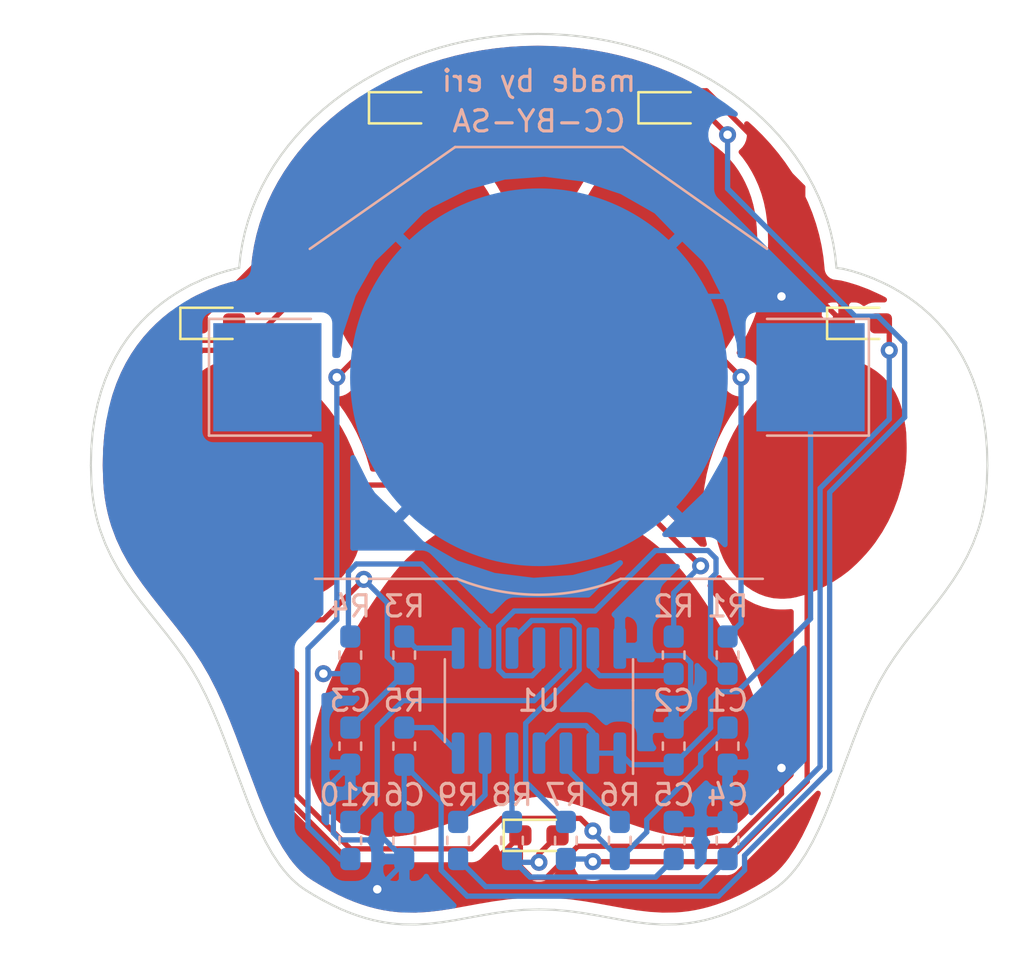
<source format=kicad_pcb>
(kicad_pcb (version 20171130) (host pcbnew 5.1.6+dfsg1-1)

  (general
    (thickness 1.6)
    (drawings 2)
    (tracks 221)
    (zones 0)
    (modules 29)
    (nets 23)
  )

  (page A4)
  (layers
    (0 F.Cu signal)
    (31 B.Cu signal)
    (32 B.Adhes user)
    (33 F.Adhes user)
    (34 B.Paste user)
    (35 F.Paste user)
    (36 B.SilkS user)
    (37 F.SilkS user)
    (38 B.Mask user)
    (39 F.Mask user)
    (40 Dwgs.User user)
    (41 Cmts.User user)
    (42 Eco1.User user)
    (43 Eco2.User user)
    (44 Edge.Cuts user)
    (45 Margin user)
    (46 B.CrtYd user)
    (47 F.CrtYd user)
    (48 B.Fab user)
    (49 F.Fab user)
  )

  (setup
    (last_trace_width 0.25)
    (trace_clearance 0.2)
    (zone_clearance 0.508)
    (zone_45_only no)
    (trace_min 0.2)
    (via_size 0.8)
    (via_drill 0.4)
    (via_min_size 0.4)
    (via_min_drill 0.3)
    (uvia_size 0.3)
    (uvia_drill 0.1)
    (uvias_allowed no)
    (uvia_min_size 0.2)
    (uvia_min_drill 0.1)
    (edge_width 0.05)
    (segment_width 0.2)
    (pcb_text_width 0.3)
    (pcb_text_size 1.5 1.5)
    (mod_edge_width 0.12)
    (mod_text_size 1 1)
    (mod_text_width 0.15)
    (pad_size 1.524 1.524)
    (pad_drill 0.762)
    (pad_to_mask_clearance 0.05)
    (aux_axis_origin 0 0)
    (visible_elements FFFFF77F)
    (pcbplotparams
      (layerselection 0x010fc_ffffffff)
      (usegerberextensions false)
      (usegerberattributes true)
      (usegerberadvancedattributes true)
      (creategerberjobfile true)
      (excludeedgelayer true)
      (linewidth 0.100000)
      (plotframeref false)
      (viasonmask false)
      (mode 1)
      (useauxorigin false)
      (hpglpennumber 1)
      (hpglpenspeed 20)
      (hpglpendiameter 15.000000)
      (psnegative false)
      (psa4output false)
      (plotreference true)
      (plotvalue true)
      (plotinvisibletext false)
      (padsonsilk false)
      (subtractmaskfromsilk false)
      (outputformat 1)
      (mirror false)
      (drillshape 0)
      (scaleselection 1)
      (outputdirectory "jlc/"))
  )

  (net 0 "")
  (net 1 GND)
  (net 2 VDD)
  (net 3 "Net-(C1-Pad2)")
  (net 4 "Net-(C2-Pad2)")
  (net 5 "Net-(C3-Pad2)")
  (net 6 "Net-(C5-Pad1)")
  (net 7 "Net-(C6-Pad1)")
  (net 8 "Net-(J1-Pad1)")
  (net 9 "Net-(J2-Pad1)")
  (net 10 "Net-(J3-Pad1)")
  (net 11 "Net-(J4-Pad1)")
  (net 12 "Net-(J5-Pad1)")
  (net 13 "Net-(R1-Pad1)")
  (net 14 "Net-(R2-Pad1)")
  (net 15 "Net-(R3-Pad1)")
  (net 16 "Net-(R4-Pad2)")
  (net 17 "Net-(R5-Pad2)")
  (net 18 "Net-(R6-Pad2)")
  (net 19 "Net-(R7-Pad2)")
  (net 20 "Net-(R8-Pad2)")
  (net 21 "Net-(R9-Pad2)")
  (net 22 "Net-(R10-Pad2)")

  (net_class Default "This is the default net class."
    (clearance 0.2)
    (trace_width 0.25)
    (via_dia 0.8)
    (via_drill 0.4)
    (uvia_dia 0.3)
    (uvia_drill 0.1)
    (add_net GND)
    (add_net "Net-(C1-Pad2)")
    (add_net "Net-(C2-Pad2)")
    (add_net "Net-(C3-Pad2)")
    (add_net "Net-(C5-Pad1)")
    (add_net "Net-(C6-Pad1)")
    (add_net "Net-(J1-Pad1)")
    (add_net "Net-(J2-Pad1)")
    (add_net "Net-(J3-Pad1)")
    (add_net "Net-(J4-Pad1)")
    (add_net "Net-(J5-Pad1)")
    (add_net "Net-(R1-Pad1)")
    (add_net "Net-(R10-Pad2)")
    (add_net "Net-(R2-Pad1)")
    (add_net "Net-(R3-Pad1)")
    (add_net "Net-(R4-Pad2)")
    (add_net "Net-(R5-Pad2)")
    (add_net "Net-(R6-Pad2)")
    (add_net "Net-(R7-Pad2)")
    (add_net "Net-(R8-Pad2)")
    (add_net "Net-(R9-Pad2)")
    (add_net VDD)
  )

  (module TestPoint:TestPoint_Pad_4.0x4.0mm (layer F.Cu) (tedit 60742D27) (tstamp 6074BC2F)
    (at 152.4 110.49)
    (descr "SMD rectangular pad as test Point, square 4.0mm side length")
    (tags "test point SMD pad rectangle square")
    (path /60758ADD)
    (attr virtual)
    (fp_text reference J5 (at 0 -2.898) (layer F.SilkS) hide
      (effects (font (size 1 1) (thickness 0.15)))
    )
    (fp_text value Conn_01x01 (at 0 3.1) (layer F.Fab)
      (effects (font (size 1 1) (thickness 0.15)))
    )
    (fp_text user %R (at 0 -2.9) (layer F.Fab)
      (effects (font (size 1 1) (thickness 0.15)))
    )
    (fp_line (start -2.5 -2.5) (end 2.5 -2.5) (layer F.CrtYd) (width 0.05))
    (fp_line (start -2.5 -2.5) (end -2.5 2.5) (layer F.CrtYd) (width 0.05))
    (fp_line (start 2.5 2.5) (end 2.5 -2.5) (layer F.CrtYd) (width 0.05))
    (fp_line (start 2.5 2.5) (end -2.5 2.5) (layer F.CrtYd) (width 0.05))
    (pad 1 smd rect (at 0 0) (size 4 4) (layers F.Cu F.Mask)
      (net 12 "Net-(J5-Pad1)"))
  )

  (module TestPoint:TestPoint_Pad_4.0x4.0mm (layer F.Cu) (tedit 60742D13) (tstamp 6074BC05)
    (at 147.32 91.062488)
    (descr "SMD rectangular pad as test Point, square 4.0mm side length")
    (tags "test point SMD pad rectangle square")
    (path /6075851B)
    (attr virtual)
    (fp_text reference J2 (at 0 -2.898) (layer F.SilkS) hide
      (effects (font (size 1 1) (thickness 0.15)))
    )
    (fp_text value Conn_01x01 (at 0 3.1) (layer F.Fab)
      (effects (font (size 1 1) (thickness 0.15)))
    )
    (fp_text user %R (at 0 -2.9) (layer F.Fab)
      (effects (font (size 1 1) (thickness 0.15)))
    )
    (fp_line (start -2.5 -2.5) (end 2.5 -2.5) (layer F.CrtYd) (width 0.05))
    (fp_line (start -2.5 -2.5) (end -2.5 2.5) (layer F.CrtYd) (width 0.05))
    (fp_line (start 2.5 2.5) (end 2.5 -2.5) (layer F.CrtYd) (width 0.05))
    (fp_line (start 2.5 2.5) (end -2.5 2.5) (layer F.CrtYd) (width 0.05))
    (pad 1 smd rect (at 0 0) (size 4 4) (layers F.Cu F.Mask)
      (net 9 "Net-(J2-Pad1)"))
  )

  (module TestPoint:TestPoint_Pad_4.0x4.0mm (layer F.Cu) (tedit 60742CF5) (tstamp 6074BBF7)
    (at 139.7 101.6)
    (descr "SMD rectangular pad as test Point, square 4.0mm side length")
    (tags "test point SMD pad rectangle square")
    (path /6075603D)
    (attr virtual)
    (fp_text reference J1 (at 0 -2.898) (layer F.SilkS) hide
      (effects (font (size 1 1) (thickness 0.15)))
    )
    (fp_text value Conn_01x01 (at 0 3.1) (layer F.Fab)
      (effects (font (size 1 1) (thickness 0.15)))
    )
    (fp_text user %R (at 0 -2.9) (layer F.Fab)
      (effects (font (size 1 1) (thickness 0.15)))
    )
    (fp_line (start -2.5 -2.5) (end 2.5 -2.5) (layer F.CrtYd) (width 0.05))
    (fp_line (start -2.5 -2.5) (end -2.5 2.5) (layer F.CrtYd) (width 0.05))
    (fp_line (start 2.5 2.5) (end 2.5 -2.5) (layer F.CrtYd) (width 0.05))
    (fp_line (start 2.5 2.5) (end -2.5 2.5) (layer F.CrtYd) (width 0.05))
    (pad 1 smd rect (at 0 0) (size 4 4) (layers F.Cu F.Mask)
      (net 8 "Net-(J1-Pad1)"))
  )

  (module TestPoint:TestPoint_Pad_4.0x4.0mm (layer F.Cu) (tedit 60742CD3) (tstamp 6074BC21)
    (at 165.1 101.6)
    (descr "SMD rectangular pad as test Point, square 4.0mm side length")
    (tags "test point SMD pad rectangle square")
    (path /6075894B)
    (attr virtual)
    (fp_text reference J4 (at 0 -2.898) (layer F.SilkS) hide
      (effects (font (size 1 1) (thickness 0.15)))
    )
    (fp_text value Conn_01x01 (at 0 3.1) (layer F.Fab)
      (effects (font (size 1 1) (thickness 0.15)))
    )
    (fp_text user %R (at 0 -2.9) (layer F.Fab)
      (effects (font (size 1 1) (thickness 0.15)))
    )
    (fp_line (start -2.5 -2.5) (end 2.5 -2.5) (layer F.CrtYd) (width 0.05))
    (fp_line (start -2.5 -2.5) (end -2.5 2.5) (layer F.CrtYd) (width 0.05))
    (fp_line (start 2.5 2.5) (end 2.5 -2.5) (layer F.CrtYd) (width 0.05))
    (fp_line (start 2.5 2.5) (end -2.5 2.5) (layer F.CrtYd) (width 0.05))
    (pad 1 smd rect (at 0 0) (size 4 4) (layers F.Cu F.Mask)
      (net 11 "Net-(J4-Pad1)"))
  )

  (module TestPoint:TestPoint_Pad_4.0x4.0mm (layer F.Cu) (tedit 60742CBA) (tstamp 6074BC13)
    (at 157.48 91.44)
    (descr "SMD rectangular pad as test Point, square 4.0mm side length")
    (tags "test point SMD pad rectangle square")
    (path /6075875C)
    (attr virtual)
    (fp_text reference J3 (at 0 -2.898) (layer F.SilkS) hide
      (effects (font (size 1 1) (thickness 0.15)))
    )
    (fp_text value Conn_01x01 (at 0 3.1) (layer F.Fab)
      (effects (font (size 1 1) (thickness 0.15)))
    )
    (fp_text user %R (at 0 -2.9) (layer F.Fab)
      (effects (font (size 1 1) (thickness 0.15)))
    )
    (fp_line (start -2.5 -2.5) (end 2.5 -2.5) (layer F.CrtYd) (width 0.05))
    (fp_line (start -2.5 -2.5) (end -2.5 2.5) (layer F.CrtYd) (width 0.05))
    (fp_line (start 2.5 2.5) (end 2.5 -2.5) (layer F.CrtYd) (width 0.05))
    (fp_line (start 2.5 2.5) (end -2.5 2.5) (layer F.CrtYd) (width 0.05))
    (pad 1 smd rect (at 0 0) (size 4 4) (layers F.Cu F.Mask)
      (net 10 "Net-(J3-Pad1)"))
  )

  (module "random stuff:pawpad" (layer F.Cu) (tedit 60741632) (tstamp 6074B5BC)
    (at 152.4 101.6)
    (fp_text reference Ref** (at 0 0) (layer F.SilkS) hide
      (effects (font (size 1.27 1.27) (thickness 0.15)))
    )
    (fp_text value Val** (at 0 0) (layer F.SilkS) hide
      (effects (font (size 1.27 1.27) (thickness 0.15)))
    )
    (fp_line (start -0.7069 20.0197) (end 0.0085 19.9978) (layer Edge.Cuts) (width 0.1))
    (fp_line (start -1.3909 20.0807) (end -0.7069 20.0197) (layer Edge.Cuts) (width 0.1))
    (fp_line (start -2.0495 20.1702) (end -1.3909 20.0807) (layer Edge.Cuts) (width 0.1))
    (fp_line (start -2.6885 20.2776) (end -2.0495 20.1702) (layer Edge.Cuts) (width 0.1))
    (fp_line (start -3.9315 20.5035) (end -2.6885 20.2776) (layer Edge.Cuts) (width 0.1))
    (fp_line (start -4.5474 20.6007) (end -3.9315 20.5035) (layer Edge.Cuts) (width 0.1))
    (fp_line (start -5.1675 20.6733) (end -4.5474 20.6007) (layer Edge.Cuts) (width 0.1))
    (fp_line (start -5.7976 20.7107) (end -5.1675 20.6733) (layer Edge.Cuts) (width 0.1))
    (fp_line (start -6.4439 20.7022) (end -5.7976 20.7107) (layer Edge.Cuts) (width 0.1))
    (fp_line (start -6.7748 20.6774) (end -6.4439 20.7022) (layer Edge.Cuts) (width 0.1))
    (fp_line (start -7.112 20.6371) (end -6.7748 20.6774) (layer Edge.Cuts) (width 0.1))
    (fp_line (start -7.4562 20.5801) (end -7.112 20.6371) (layer Edge.Cuts) (width 0.1))
    (fp_line (start -7.8081 20.505) (end -7.4562 20.5801) (layer Edge.Cuts) (width 0.1))
    (fp_line (start -8.1684 20.4104) (end -7.8081 20.505) (layer Edge.Cuts) (width 0.1))
    (fp_line (start -8.538 20.2951) (end -8.1684 20.4104) (layer Edge.Cuts) (width 0.1))
    (fp_line (start -8.9174 20.1577) (end -8.538 20.2951) (layer Edge.Cuts) (width 0.1))
    (fp_line (start -9.3076 19.9968) (end -8.9174 20.1577) (layer Edge.Cuts) (width 0.1))
    (fp_line (start -9.7091 19.8112) (end -9.3076 19.9968) (layer Edge.Cuts) (width 0.1))
    (fp_line (start -10.1229 19.5996) (end -9.7091 19.8112) (layer Edge.Cuts) (width 0.1))
    (fp_line (start -10.5495 19.3605) (end -10.1229 19.5996) (layer Edge.Cuts) (width 0.1))
    (fp_line (start -10.9898 19.0927) (end -10.5495 19.3605) (layer Edge.Cuts) (width 0.1))
    (fp_line (start -11.2175 18.9362) (end -10.9898 19.0927) (layer Edge.Cuts) (width 0.1))
    (fp_line (start -11.4351 18.7616) (end -11.2175 18.9362) (layer Edge.Cuts) (width 0.1))
    (fp_line (start -11.6432 18.5698) (end -11.4351 18.7616) (layer Edge.Cuts) (width 0.1))
    (fp_line (start -11.8424 18.3615) (end -11.6432 18.5698) (layer Edge.Cuts) (width 0.1))
    (fp_line (start -12.0332 18.1376) (end -11.8424 18.3615) (layer Edge.Cuts) (width 0.1))
    (fp_line (start -12.2162 17.899) (end -12.0332 18.1376) (layer Edge.Cuts) (width 0.1))
    (fp_line (start -12.561 17.3806) (end -12.2162 17.899) (layer Edge.Cuts) (width 0.1))
    (fp_line (start -12.881 16.8133) (end -12.561 17.3806) (layer Edge.Cuts) (width 0.1))
    (fp_line (start -13.1809 16.2035) (end -12.881 16.8133) (layer Edge.Cuts) (width 0.1))
    (fp_line (start -13.4649 15.558) (end -13.1809 16.2035) (layer Edge.Cuts) (width 0.1))
    (fp_line (start -13.7376 14.8835) (end -13.4649 15.558) (layer Edge.Cuts) (width 0.1))
    (fp_line (start -14.2666 13.4742) (end -13.7376 14.8835) (layer Edge.Cuts) (width 0.1))
    (fp_line (start -14.8033 12.0289) (end -14.2666 13.4742) (layer Edge.Cuts) (width 0.1))
    (fp_line (start -15.08562 11.3094) (end -14.8033 12.0289) (layer Edge.Cuts) (width 0.1))
    (fp_line (start -15.38316 10.601) (end -15.08562 11.3094) (layer Edge.Cuts) (width 0.1))
    (fp_line (start -15.70035 9.9104) (end -15.38316 10.601) (layer Edge.Cuts) (width 0.1))
    (fp_line (start -16.04162 9.2441) (end -15.70035 9.9104) (layer Edge.Cuts) (width 0.1))
    (fp_line (start -16.38271 8.6598) (end -16.04162 9.2441) (layer Edge.Cuts) (width 0.1))
    (fp_line (start -16.74843 8.1035) (end -16.38271 8.6598) (layer Edge.Cuts) (width 0.1))
    (fp_line (start -17.13277 7.5692) (end -16.74843 8.1035) (layer Edge.Cuts) (width 0.1))
    (fp_line (start -17.52973 7.051) (end -17.13277 7.5692) (layer Edge.Cuts) (width 0.1))
    (fp_line (start -18.33746 6.039) (end -17.52973 7.051) (layer Edge.Cuts) (width 0.1))
    (fp_line (start -18.73622 5.5332) (end -18.33746 6.039) (layer Edge.Cuts) (width 0.1))
    (fp_line (start -19.12356 5.0196) (end -18.73622 5.5332) (layer Edge.Cuts) (width 0.1))
    (fp_line (start -19.49347 4.4922) (end -19.12356 5.0196) (layer Edge.Cuts) (width 0.1))
    (fp_line (start -19.83994 3.9451) (end -19.49347 4.4922) (layer Edge.Cuts) (width 0.1))
    (fp_line (start -20.15697 3.3722) (end -19.83994 3.9451) (layer Edge.Cuts) (width 0.1))
    (fp_line (start -20.43855 2.7677) (end -20.15697 3.3722) (layer Edge.Cuts) (width 0.1))
    (fp_line (start -20.67867 2.1254) (end -20.43855 2.7677) (layer Edge.Cuts) (width 0.1))
    (fp_line (start -20.7813 1.7883) (end -20.67867 2.1254) (layer Edge.Cuts) (width 0.1))
    (fp_line (start -20.87132 1.4395) (end -20.7813 1.7883) (layer Edge.Cuts) (width 0.1))
    (fp_line (start -20.94796 1.0784) (end -20.87132 1.4395) (layer Edge.Cuts) (width 0.1))
    (fp_line (start -21.01049 0.704) (end -20.94796 1.0784) (layer Edge.Cuts) (width 0.1))
    (fp_line (start -21.05814 0.3158) (end -21.01049 0.704) (layer Edge.Cuts) (width 0.1))
    (fp_line (start -21.09017 -0.0871) (end -21.05814 0.3158) (layer Edge.Cuts) (width 0.1))
    (fp_line (start -21.11676 -0.9197) (end -21.09017 -0.0871) (layer Edge.Cuts) (width 0.1))
    (fp_line (start -21.09846 -1.7061) (end -21.11676 -0.9197) (layer Edge.Cuts) (width 0.1))
    (fp_line (start -21.03815 -2.4476) (end -21.09846 -1.7061) (layer Edge.Cuts) (width 0.1))
    (fp_line (start -20.93873 -3.1456) (end -21.03815 -2.4476) (layer Edge.Cuts) (width 0.1))
    (fp_line (start -20.80309 -3.8013) (end -20.93873 -3.1456) (layer Edge.Cuts) (width 0.1))
    (fp_line (start -20.63411 -4.4159) (end -20.80309 -3.8013) (layer Edge.Cuts) (width 0.1))
    (fp_line (start -20.43468 -4.9909) (end -20.63411 -4.4159) (layer Edge.Cuts) (width 0.1))
    (fp_line (start -20.2077 -5.5275) (end -20.43468 -4.9909) (layer Edge.Cuts) (width 0.1))
    (fp_line (start -19.95604 -6.027) (end -20.2077 -5.5275) (layer Edge.Cuts) (width 0.1))
    (fp_line (start -19.6826 -6.4906) (end -19.95604 -6.027) (layer Edge.Cuts) (width 0.1))
    (fp_line (start -19.39027 -6.9197) (end -19.6826 -6.4906) (layer Edge.Cuts) (width 0.1))
    (fp_line (start -19.08194 -7.3156) (end -19.39027 -6.9197) (layer Edge.Cuts) (width 0.1))
    (fp_line (start -18.76049 -7.6796) (end -19.08194 -7.3156) (layer Edge.Cuts) (width 0.1))
    (fp_line (start -18.42881 -8.0129) (end -18.76049 -7.6796) (layer Edge.Cuts) (width 0.1))
    (fp_line (start -18.08979 -8.3169) (end -18.42881 -8.0129) (layer Edge.Cuts) (width 0.1))
    (fp_line (start -17.74632 -8.5929) (end -18.08979 -8.3169) (layer Edge.Cuts) (width 0.1))
    (fp_line (start -17.40128 -8.8421) (end -17.74632 -8.5929) (layer Edge.Cuts) (width 0.1))
    (fp_line (start -17.05758 -9.0658) (end -17.40128 -8.8421) (layer Edge.Cuts) (width 0.1))
    (fp_line (start -16.71808 -9.2654) (end -17.05758 -9.0658) (layer Edge.Cuts) (width 0.1))
    (fp_line (start -16.3857 -9.4421) (end -16.71808 -9.2654) (layer Edge.Cuts) (width 0.1))
    (fp_line (start -15.75378 -9.732) (end -16.3857 -9.4421) (layer Edge.Cuts) (width 0.1))
    (fp_line (start -15.18494 -9.9461) (end -15.75378 -9.732) (layer Edge.Cuts) (width 0.1))
    (fp_line (start -14.7023 -10.0945) (end -15.18494 -9.9461) (layer Edge.Cuts) (width 0.1))
    (fp_line (start -14.3289 -10.1877) (end -14.7023 -10.0945) (layer Edge.Cuts) (width 0.1))
    (fp_line (start -14.1277 -10.2358) (end -14.3289 -10.1877) (layer Edge.Cuts) (width 0.1))
    (fp_line (start 0.7239 20.0197) (end 0.0085 19.9978) (layer Edge.Cuts) (width 0.1))
    (fp_line (start 1.408 20.0807) (end 0.7239 20.0197) (layer Edge.Cuts) (width 0.1))
    (fp_line (start 2.0665 20.1702) (end 1.408 20.0807) (layer Edge.Cuts) (width 0.1))
    (fp_line (start 2.7055 20.2776) (end 2.0665 20.1702) (layer Edge.Cuts) (width 0.1))
    (fp_line (start 3.9485 20.5035) (end 2.7055 20.2776) (layer Edge.Cuts) (width 0.1))
    (fp_line (start 4.5644 20.6007) (end 3.9485 20.5035) (layer Edge.Cuts) (width 0.1))
    (fp_line (start 5.1845 20.6733) (end 4.5644 20.6007) (layer Edge.Cuts) (width 0.1))
    (fp_line (start 5.8147 20.7107) (end 5.1845 20.6733) (layer Edge.Cuts) (width 0.1))
    (fp_line (start 6.4609 20.7022) (end 5.8147 20.7107) (layer Edge.Cuts) (width 0.1))
    (fp_line (start 6.7918 20.6774) (end 6.4609 20.7022) (layer Edge.Cuts) (width 0.1))
    (fp_line (start 7.129 20.6371) (end 6.7918 20.6774) (layer Edge.Cuts) (width 0.1))
    (fp_line (start 7.4732 20.5801) (end 7.129 20.6371) (layer Edge.Cuts) (width 0.1))
    (fp_line (start 7.8251 20.505) (end 7.4732 20.5801) (layer Edge.Cuts) (width 0.1))
    (fp_line (start 8.1854 20.4104) (end 7.8251 20.505) (layer Edge.Cuts) (width 0.1))
    (fp_line (start 8.555 20.2951) (end 8.1854 20.4104) (layer Edge.Cuts) (width 0.1))
    (fp_line (start 8.9344 20.1577) (end 8.555 20.2951) (layer Edge.Cuts) (width 0.1))
    (fp_line (start 9.3246 19.9968) (end 8.9344 20.1577) (layer Edge.Cuts) (width 0.1))
    (fp_line (start 9.7262 19.8112) (end 9.3246 19.9968) (layer Edge.Cuts) (width 0.1))
    (fp_line (start 10.1399 19.5996) (end 9.7262 19.8112) (layer Edge.Cuts) (width 0.1))
    (fp_line (start 10.5665 19.3605) (end 10.1399 19.5996) (layer Edge.Cuts) (width 0.1))
    (fp_line (start 11.0068 19.0927) (end 10.5665 19.3605) (layer Edge.Cuts) (width 0.1))
    (fp_line (start 11.2345 18.9362) (end 11.0068 19.0927) (layer Edge.Cuts) (width 0.1))
    (fp_line (start 11.4521 18.7616) (end 11.2345 18.9362) (layer Edge.Cuts) (width 0.1))
    (fp_line (start 11.6602 18.5698) (end 11.4521 18.7616) (layer Edge.Cuts) (width 0.1))
    (fp_line (start 11.8594 18.3615) (end 11.6602 18.5698) (layer Edge.Cuts) (width 0.1))
    (fp_line (start 12.0503 18.1376) (end 11.8594 18.3615) (layer Edge.Cuts) (width 0.1))
    (fp_line (start 12.2333 17.899) (end 12.0503 18.1376) (layer Edge.Cuts) (width 0.1))
    (fp_line (start 12.578 17.3806) (end 12.2333 17.899) (layer Edge.Cuts) (width 0.1))
    (fp_line (start 12.8981 16.8133) (end 12.578 17.3806) (layer Edge.Cuts) (width 0.1))
    (fp_line (start 13.1979 16.2035) (end 12.8981 16.8133) (layer Edge.Cuts) (width 0.1))
    (fp_line (start 13.4819 15.558) (end 13.1979 16.2035) (layer Edge.Cuts) (width 0.1))
    (fp_line (start 13.7546 14.8836) (end 13.4819 15.558) (layer Edge.Cuts) (width 0.1))
    (fp_line (start 14.2836 13.4742) (end 13.7546 14.8836) (layer Edge.Cuts) (width 0.1))
    (fp_line (start 14.8203 12.0289) (end 14.2836 13.4742) (layer Edge.Cuts) (width 0.1))
    (fp_line (start 15.1026 11.3094) (end 14.8203 12.0289) (layer Edge.Cuts) (width 0.1))
    (fp_line (start 15.4002 10.601) (end 15.1026 11.3094) (layer Edge.Cuts) (width 0.1))
    (fp_line (start 15.7174 9.9104) (end 15.4002 10.601) (layer Edge.Cuts) (width 0.1))
    (fp_line (start 16.0586 9.2441) (end 15.7174 9.9104) (layer Edge.Cuts) (width 0.1))
    (fp_line (start 16.3997 8.6598) (end 16.0586 9.2441) (layer Edge.Cuts) (width 0.1))
    (fp_line (start 16.7654 8.1035) (end 16.3997 8.6598) (layer Edge.Cuts) (width 0.1))
    (fp_line (start 17.1498 7.5692) (end 16.7654 8.1035) (layer Edge.Cuts) (width 0.1))
    (fp_line (start 17.5467 7.051) (end 17.1498 7.5692) (layer Edge.Cuts) (width 0.1))
    (fp_line (start 18.3545 6.039) (end 17.5467 7.051) (layer Edge.Cuts) (width 0.1))
    (fp_line (start 18.7532 5.5332) (end 18.3545 6.039) (layer Edge.Cuts) (width 0.1))
    (fp_line (start 19.1406 5.0196) (end 18.7532 5.5332) (layer Edge.Cuts) (width 0.1))
    (fp_line (start 19.5105 4.4923) (end 19.1406 5.0196) (layer Edge.Cuts) (width 0.1))
    (fp_line (start 19.857 3.9451) (end 19.5105 4.4923) (layer Edge.Cuts) (width 0.1))
    (fp_line (start 20.174 3.3722) (end 19.857 3.9451) (layer Edge.Cuts) (width 0.1))
    (fp_line (start 20.4556 2.7677) (end 20.174 3.3722) (layer Edge.Cuts) (width 0.1))
    (fp_line (start 20.6957 2.1254) (end 20.4556 2.7677) (layer Edge.Cuts) (width 0.1))
    (fp_line (start 20.7983 1.7883) (end 20.6957 2.1254) (layer Edge.Cuts) (width 0.1))
    (fp_line (start 20.8883 1.4395) (end 20.7983 1.7883) (layer Edge.Cuts) (width 0.1))
    (fp_line (start 20.965 1.0784) (end 20.8883 1.4395) (layer Edge.Cuts) (width 0.1))
    (fp_line (start 21.0275 0.704) (end 20.965 1.0784) (layer Edge.Cuts) (width 0.1))
    (fp_line (start 21.0752 0.3158) (end 21.0275 0.704) (layer Edge.Cuts) (width 0.1))
    (fp_line (start 21.1072 -0.0871) (end 21.0752 0.3158) (layer Edge.Cuts) (width 0.1))
    (fp_line (start 21.1338 -0.9197) (end 21.1072 -0.0871) (layer Edge.Cuts) (width 0.1))
    (fp_line (start 21.1155 -1.7061) (end 21.1338 -0.9197) (layer Edge.Cuts) (width 0.1))
    (fp_line (start 21.0552 -2.4476) (end 21.1155 -1.7061) (layer Edge.Cuts) (width 0.1))
    (fp_line (start 20.9557 -3.1456) (end 21.0552 -2.4476) (layer Edge.Cuts) (width 0.1))
    (fp_line (start 20.8201 -3.8013) (end 20.9557 -3.1456) (layer Edge.Cuts) (width 0.1))
    (fp_line (start 20.6511 -4.4159) (end 20.8201 -3.8013) (layer Edge.Cuts) (width 0.1))
    (fp_line (start 20.4517 -4.9909) (end 20.6511 -4.4159) (layer Edge.Cuts) (width 0.1))
    (fp_line (start 20.2247 -5.5275) (end 20.4517 -4.9909) (layer Edge.Cuts) (width 0.1))
    (fp_line (start 19.9731 -6.027) (end 20.2247 -5.5275) (layer Edge.Cuts) (width 0.1))
    (fp_line (start 19.6996 -6.4906) (end 19.9731 -6.027) (layer Edge.Cuts) (width 0.1))
    (fp_line (start 19.4073 -6.9197) (end 19.6996 -6.4906) (layer Edge.Cuts) (width 0.1))
    (fp_line (start 19.099 -7.3156) (end 19.4073 -6.9197) (layer Edge.Cuts) (width 0.1))
    (fp_line (start 18.7775 -7.6796) (end 19.099 -7.3156) (layer Edge.Cuts) (width 0.1))
    (fp_line (start 18.4458 -8.0129) (end 18.7775 -7.6796) (layer Edge.Cuts) (width 0.1))
    (fp_line (start 18.1068 -8.3169) (end 18.4458 -8.0129) (layer Edge.Cuts) (width 0.1))
    (fp_line (start 17.7633 -8.5929) (end 18.1068 -8.3169) (layer Edge.Cuts) (width 0.1))
    (fp_line (start 17.4183 -8.8421) (end 17.7633 -8.5929) (layer Edge.Cuts) (width 0.1))
    (fp_line (start 17.0746 -9.0658) (end 17.4183 -8.8421) (layer Edge.Cuts) (width 0.1))
    (fp_line (start 16.7351 -9.2654) (end 17.0746 -9.0658) (layer Edge.Cuts) (width 0.1))
    (fp_line (start 16.4027 -9.4421) (end 16.7351 -9.2654) (layer Edge.Cuts) (width 0.1))
    (fp_line (start 15.7708 -9.732) (end 16.4027 -9.4421) (layer Edge.Cuts) (width 0.1))
    (fp_line (start 15.202 -9.946) (end 15.7708 -9.732) (layer Edge.Cuts) (width 0.1))
    (fp_line (start 14.7193 -10.0945) (end 15.202 -9.946) (layer Edge.Cuts) (width 0.1))
    (fp_line (start 14.3459 -10.1877) (end 14.7193 -10.0945) (layer Edge.Cuts) (width 0.1))
    (fp_line (start 14.0208 -10.2323) (end 14.3459 -10.1877) (layer Edge.Cuts) (width 0.1))
    (fp_line (start 13.9617 -10.8091) (end 14.0208 -10.2323) (layer Edge.Cuts) (width 0.1))
    (fp_line (start 13.87 -11.3773) (end 13.9617 -10.8091) (layer Edge.Cuts) (width 0.1))
    (fp_line (start 13.7464 -11.9363) (end 13.87 -11.3773) (layer Edge.Cuts) (width 0.1))
    (fp_line (start 13.5918 -12.4853) (end 13.7464 -11.9363) (layer Edge.Cuts) (width 0.1))
    (fp_line (start 13.4069 -13.0238) (end 13.5918 -12.4853) (layer Edge.Cuts) (width 0.1))
    (fp_line (start 13.1926 -13.5511) (end 13.4069 -13.0238) (layer Edge.Cuts) (width 0.1))
    (fp_line (start 12.9497 -14.0667) (end 13.1926 -13.5511) (layer Edge.Cuts) (width 0.1))
    (fp_line (start 12.679 -14.5697) (end 12.9497 -14.0667) (layer Edge.Cuts) (width 0.1))
    (fp_line (start 12.3814 -15.05977) (end 12.679 -14.5697) (layer Edge.Cuts) (width 0.1))
    (fp_line (start 12.0575 -15.53608) (end 12.3814 -15.05977) (layer Edge.Cuts) (width 0.1))
    (fp_line (start 11.7083 -15.99805) (end 12.0575 -15.53608) (layer Edge.Cuts) (width 0.1))
    (fp_line (start 11.3345 -16.44505) (end 11.7083 -15.99805) (layer Edge.Cuts) (width 0.1))
    (fp_line (start 10.9369 -16.87643) (end 11.3345 -16.44505) (layer Edge.Cuts) (width 0.1))
    (fp_line (start 10.5165 -17.29157) (end 10.9369 -16.87643) (layer Edge.Cuts) (width 0.1))
    (fp_line (start 10.0738 -17.68983) (end 10.5165 -17.29157) (layer Edge.Cuts) (width 0.1))
    (fp_line (start 9.6099 -18.07057) (end 10.0738 -17.68983) (layer Edge.Cuts) (width 0.1))
    (fp_line (start 9.1255 -18.43316) (end 9.6099 -18.07057) (layer Edge.Cuts) (width 0.1))
    (fp_line (start 8.6213 -18.77696) (end 9.1255 -18.43316) (layer Edge.Cuts) (width 0.1))
    (fp_line (start 8.0983 -19.10135) (end 8.6213 -18.77696) (layer Edge.Cuts) (width 0.1))
    (fp_line (start 7.5572 -19.40567) (end 8.0983 -19.10135) (layer Edge.Cuts) (width 0.1))
    (fp_line (start 6.9988 -19.68931) (end 7.5572 -19.40567) (layer Edge.Cuts) (width 0.1))
    (fp_line (start 6.424 -19.95162) (end 6.9988 -19.68931) (layer Edge.Cuts) (width 0.1))
    (fp_line (start 5.8335 -20.19197) (end 6.424 -19.95162) (layer Edge.Cuts) (width 0.1))
    (fp_line (start 5.2282 -20.40973) (end 5.8335 -20.19197) (layer Edge.Cuts) (width 0.1))
    (fp_line (start 4.6088 -20.60425) (end 5.2282 -20.40973) (layer Edge.Cuts) (width 0.1))
    (fp_line (start 3.9762 -20.77491) (end 4.6088 -20.60425) (layer Edge.Cuts) (width 0.1))
    (fp_line (start 3.3312 -20.92107) (end 3.9762 -20.77491) (layer Edge.Cuts) (width 0.1))
    (fp_line (start 2.6747 -21.04209) (end 3.3312 -20.92107) (layer Edge.Cuts) (width 0.1))
    (fp_line (start 2.0073 -21.13735) (end 2.6747 -21.04209) (layer Edge.Cuts) (width 0.1))
    (fp_line (start 1.3299 -21.2062) (end 2.0073 -21.13735) (layer Edge.Cuts) (width 0.1))
    (fp_line (start 0.6434 -21.24801) (end 1.3299 -21.2062) (layer Edge.Cuts) (width 0.1))
    (fp_line (start -0.0515 -21.26214) (end 0.6434 -21.24801) (layer Edge.Cuts) (width 0.1))
    (fp_line (start -0.7464 -21.24818) (end -0.0515 -21.26214) (layer Edge.Cuts) (width 0.1))
    (fp_line (start -1.4329 -21.20654) (end -0.7464 -21.24818) (layer Edge.Cuts) (width 0.1))
    (fp_line (start -2.1103 -21.13786) (end -1.4329 -21.20654) (layer Edge.Cuts) (width 0.1))
    (fp_line (start -2.7777 -21.04277) (end -2.1103 -21.13786) (layer Edge.Cuts) (width 0.1))
    (fp_line (start -3.4343 -20.92191) (end -2.7777 -21.04277) (layer Edge.Cuts) (width 0.1))
    (fp_line (start -4.0794 -20.77591) (end -3.4343 -20.92191) (layer Edge.Cuts) (width 0.1))
    (fp_line (start -4.712 -20.6054) (end -4.0794 -20.77591) (layer Edge.Cuts) (width 0.1))
    (fp_line (start -5.3314 -20.41103) (end -4.712 -20.6054) (layer Edge.Cuts) (width 0.1))
    (fp_line (start -5.9368 -20.19343) (end -5.3314 -20.41103) (layer Edge.Cuts) (width 0.1))
    (fp_line (start -6.5274 -19.95322) (end -5.9368 -20.19343) (layer Edge.Cuts) (width 0.1))
    (fp_line (start -7.1023 -19.69105) (end -6.5274 -19.95322) (layer Edge.Cuts) (width 0.1))
    (fp_line (start -7.6608 -19.40755) (end -7.1023 -19.69105) (layer Edge.Cuts) (width 0.1))
    (fp_line (start -8.202 -19.10336) (end -7.6608 -19.40755) (layer Edge.Cuts) (width 0.1))
    (fp_line (start -8.7252 -18.77911) (end -8.202 -19.10336) (layer Edge.Cuts) (width 0.1))
    (fp_line (start -9.2294 -18.43543) (end -8.7252 -18.77911) (layer Edge.Cuts) (width 0.1))
    (fp_line (start -9.714 -18.07296) (end -9.2294 -18.43543) (layer Edge.Cuts) (width 0.1))
    (fp_line (start -10.1781 -17.69233) (end -9.714 -18.07296) (layer Edge.Cuts) (width 0.1))
    (fp_line (start -10.6208 -17.29419) (end -10.1781 -17.69233) (layer Edge.Cuts) (width 0.1))
    (fp_line (start -11.0415 -16.87915) (end -10.6208 -17.29419) (layer Edge.Cuts) (width 0.1))
    (fp_line (start -11.4392 -16.44786) (end -11.0415 -16.87915) (layer Edge.Cuts) (width 0.1))
    (fp_line (start -11.8131 -16.00096) (end -11.4392 -16.44786) (layer Edge.Cuts) (width 0.1))
    (fp_line (start -12.1625 -15.53908) (end -11.8131 -16.00096) (layer Edge.Cuts) (width 0.1))
    (fp_line (start -12.4865 -15.06284) (end -12.1625 -15.53908) (layer Edge.Cuts) (width 0.1))
    (fp_line (start -12.7844 -14.5729) (end -12.4865 -15.06284) (layer Edge.Cuts) (width 0.1))
    (fp_line (start -13.0553 -14.0699) (end -12.7844 -14.5729) (layer Edge.Cuts) (width 0.1))
    (fp_line (start -13.2983 -13.5544) (end -13.0553 -14.0699) (layer Edge.Cuts) (width 0.1))
    (fp_line (start -13.5128 -13.0271) (end -13.2983 -13.5544) (layer Edge.Cuts) (width 0.1))
    (fp_line (start -13.6979 -12.4887) (end -13.5128 -13.0271) (layer Edge.Cuts) (width 0.1))
    (fp_line (start -13.8527 -11.9397) (end -13.6979 -12.4887) (layer Edge.Cuts) (width 0.1))
    (fp_line (start -13.9765 -11.3808) (end -13.8527 -11.9397) (layer Edge.Cuts) (width 0.1))
    (fp_line (start -14.0684 -10.8126) (end -13.9765 -11.3808) (layer Edge.Cuts) (width 0.1))
    (fp_line (start -14.1277 -10.2358) (end -14.0684 -10.8126) (layer Edge.Cuts) (width 0.1))
    (fp_poly (pts (xy 6.615178 -16.580268) (xy 6.825046 -16.567855) (xy 7.013918 -16.543325) (xy 7.063071 -16.533865)
      (xy 7.410198 -16.440283) (xy 7.743583 -16.307998) (xy 8.064385 -16.136373) (xy 8.373761 -15.924769)
      (xy 8.672869 -15.672549) (xy 8.738581 -15.610417) (xy 8.986855 -15.354585) (xy 9.206286 -15.091972)
      (xy 9.403771 -14.813063) (xy 9.586206 -14.50834) (xy 9.712749 -14.266333) (xy 9.866353 -13.92665)
      (xy 9.994644 -13.576009) (xy 10.098473 -13.210166) (xy 10.178693 -12.824877) (xy 10.236157 -12.415897)
      (xy 10.271716 -11.978981) (xy 10.286224 -11.509887) (xy 10.286675 -11.408833) (xy 10.267607 -10.800944)
      (xy 10.21058 -10.201254) (xy 10.116313 -9.612152) (xy 9.985527 -9.036023) (xy 9.818939 -8.475253)
      (xy 9.617269 -7.932228) (xy 9.381238 -7.409336) (xy 9.111562 -6.908962) (xy 8.808963 -6.433493)
      (xy 8.770456 -6.3782) (xy 8.499302 -6.020552) (xy 8.200441 -5.67761) (xy 7.879959 -5.355208)
      (xy 7.54394 -5.05918) (xy 7.198469 -4.795359) (xy 6.942667 -4.625756) (xy 6.756415 -4.516342)
      (xy 6.552823 -4.407266) (xy 6.340731 -4.302566) (xy 6.128983 -4.206283) (xy 5.926419 -4.122454)
      (xy 5.741883 -4.055119) (xy 5.599397 -4.012185) (xy 5.395274 -3.971428) (xy 5.166942 -3.947094)
      (xy 4.929542 -3.939982) (xy 4.69821 -3.950896) (xy 4.614333 -3.960028) (xy 4.251336 -4.027426)
      (xy 3.902246 -4.133871) (xy 3.56821 -4.278045) (xy 3.250379 -4.458628) (xy 2.9499 -4.674302)
      (xy 2.667922 -4.923749) (xy 2.405595 -5.205649) (xy 2.164067 -5.518686) (xy 1.944488 -5.861539)
      (xy 1.748005 -6.23289) (xy 1.575767 -6.631421) (xy 1.428925 -7.055814) (xy 1.308625 -7.504749)
      (xy 1.241049 -7.831667) (xy 1.173179 -8.304043) (xy 1.137278 -8.799815) (xy 1.133287 -9.314702)
      (xy 1.161145 -9.844419) (xy 1.220791 -10.384684) (xy 1.282673 -10.773833) (xy 1.414647 -11.391774)
      (xy 1.586729 -11.996309) (xy 1.792888 -12.572427) (xy 2.012118 -13.080069) (xy 2.257036 -13.559011)
      (xy 2.52664 -14.008087) (xy 2.819928 -14.426131) (xy 3.1359 -14.811977) (xy 3.473553 -15.164456)
      (xy 3.831887 -15.482404) (xy 4.209898 -15.764653) (xy 4.606587 -16.010037) (xy 4.856375 -16.140664)
      (xy 5.05903 -16.23317) (xy 5.277594 -16.321626) (xy 5.500645 -16.402049) (xy 5.716762 -16.470456)
      (xy 5.914521 -16.522864) (xy 6.011333 -16.543427) (xy 6.193147 -16.568192) (xy 6.399487 -16.580427)
      (xy 6.615178 -16.580268)) (layer F.Mask) (width 0.01))
    (fp_poly (pts (xy -6.250427 -16.572939) (xy -6.05989 -16.55167) (xy -6.011333 -16.543274) (xy -5.819498 -16.499184)
      (xy -5.603927 -16.436448) (xy -5.376552 -16.359224) (xy -5.149306 -16.271667) (xy -4.93412 -16.177933)
      (xy -4.85775 -16.14144) (xy -4.445314 -15.915281) (xy -4.052071 -15.651966) (xy -3.678883 -15.352497)
      (xy -3.32661 -15.017876) (xy -2.996111 -14.649104) (xy -2.688247 -14.247183) (xy -2.403878 -13.813115)
      (xy -2.143864 -13.347901) (xy -1.909066 -12.852543) (xy -1.792888 -12.572427) (xy -1.71101 -12.360596)
      (xy -1.642071 -12.170698) (xy -1.581694 -11.989126) (xy -1.525501 -11.80227) (xy -1.469116 -11.59652)
      (xy -1.428864 -11.440583) (xy -1.306815 -10.895326) (xy -1.216529 -10.350468) (xy -1.158233 -9.81041)
      (xy -1.132156 -9.279553) (xy -1.138529 -8.762297) (xy -1.177579 -8.263045) (xy -1.24105 -7.831667)
      (xy -1.343209 -7.361685) (xy -1.473129 -6.915666) (xy -1.629792 -6.495001) (xy -1.812179 -6.101082)
      (xy -2.019273 -5.735302) (xy -2.250056 -5.399053) (xy -2.503508 -5.093727) (xy -2.778613 -4.820717)
      (xy -3.074352 -4.581413) (xy -3.389706 -4.377208) (xy -3.723659 -4.209496) (xy -3.956739 -4.118433)
      (xy -4.200055 -4.042759) (xy -4.431705 -3.991176) (xy -4.669735 -3.960388) (xy -4.8895 -3.948138)
      (xy -5.012578 -3.946217) (xy -5.133008 -3.947159) (xy -5.238443 -3.950686) (xy -5.316533 -3.95652)
      (xy -5.328307 -3.958013) (xy -5.523839 -3.996933) (xy -5.744513 -4.060648) (xy -5.983421 -4.146301)
      (xy -6.233653 -4.251034) (xy -6.488298 -4.371988) (xy -6.740448 -4.506306) (xy -6.942667 -4.625756)
      (xy -7.274003 -4.850039) (xy -7.603567 -5.109508) (xy -7.924169 -5.397363) (xy -8.228618 -5.706803)
      (xy -8.509725 -6.03103) (xy -8.721007 -6.307667) (xy -9.037623 -6.785152) (xy -9.319105 -7.285055)
      (xy -9.565603 -7.807778) (xy -9.777267 -8.353725) (xy -9.954249 -8.923298) (xy -10.096699 -9.516903)
      (xy -10.204767 -10.134941) (xy -10.234987 -10.361083) (xy -10.248905 -10.501762) (xy -10.260716 -10.675583)
      (xy -10.270245 -10.8734) (xy -10.277318 -11.086068) (xy -10.281758 -11.304439) (xy -10.283391 -11.519367)
      (xy -10.28204 -11.721706) (xy -10.277532 -11.902308) (xy -10.269689 -12.052029) (xy -10.267861 -12.075583)
      (xy -10.228223 -12.468675) (xy -10.176334 -12.827498) (xy -10.110485 -13.158786) (xy -10.02897 -13.46927)
      (xy -9.930081 -13.76568) (xy -9.812113 -14.054749) (xy -9.712304 -14.266333) (xy -9.531748 -14.602979)
      (xy -9.340195 -14.906525) (xy -9.131099 -15.185972) (xy -8.897915 -15.450318) (xy -8.72601 -15.622445)
      (xy -8.427833 -15.882609) (xy -8.119211 -16.102038) (xy -7.7992 -16.281248) (xy -7.466855 -16.420758)
      (xy -7.121231 -16.521085) (xy -7.063071 -16.533865) (xy -6.882766 -16.561984) (xy -6.67708 -16.57796)
      (xy -6.461228 -16.581657) (xy -6.250427 -16.572939)) (layer F.Mask) (width 0.01))
    (fp_poly (pts (xy 14.251531 -5.983008) (xy 14.605643 -5.929221) (xy 14.951734 -5.838973) (xy 15.286139 -5.713091)
      (xy 15.605191 -5.552401) (xy 15.905225 -5.357732) (xy 16.182575 -5.12991) (xy 16.277392 -5.038705)
      (xy 16.473468 -4.823531) (xy 16.646227 -4.59361) (xy 16.797199 -4.345323) (xy 16.927915 -4.075053)
      (xy 17.039904 -3.779183) (xy 17.134697 -3.454096) (xy 17.213824 -3.096173) (xy 17.278815 -2.701798)
      (xy 17.285115 -2.656417) (xy 17.299056 -2.524236) (xy 17.310045 -2.359463) (xy 17.318013 -2.171333)
      (xy 17.32289 -1.969083) (xy 17.324606 -1.761949) (xy 17.323092 -1.559165) (xy 17.318278 -1.369968)
      (xy 17.310095 -1.203594) (xy 17.298472 -1.069278) (xy 17.297164 -1.058333) (xy 17.212964 -0.505875)
      (xy 17.099193 0.020224) (xy 16.954236 0.525396) (xy 16.776476 1.015073) (xy 16.564298 1.494684)
      (xy 16.497529 1.629833) (xy 16.283164 2.030309) (xy 16.060446 2.397482) (xy 15.822912 2.740339)
      (xy 15.5641 3.067868) (xy 15.277545 3.389057) (xy 15.103295 3.568753) (xy 14.784201 3.872655)
      (xy 14.466507 4.140902) (xy 14.142418 4.379161) (xy 13.804142 4.5931) (xy 13.443885 4.788388)
      (xy 13.387917 4.816203) (xy 12.992197 4.996344) (xy 12.608774 5.141964) (xy 12.240344 5.252136)
      (xy 11.918395 5.321143) (xy 11.757475 5.340726) (xy 11.571326 5.350715) (xy 11.375952 5.351112)
      (xy 11.187354 5.341919) (xy 11.021537 5.323138) (xy 11.008714 5.32105) (xy 10.684466 5.245311)
      (xy 10.369756 5.128519) (xy 10.065179 4.970998) (xy 9.77133 4.773072) (xy 9.488803 4.535065)
      (xy 9.386383 4.436033) (xy 9.15169 4.180229) (xy 8.948125 3.912903) (xy 8.773719 3.629851)
      (xy 8.626503 3.326868) (xy 8.504507 2.999751) (xy 8.405761 2.644296) (xy 8.328295 2.256299)
      (xy 8.309639 2.137833) (xy 8.251935 1.606627) (xy 8.236323 1.070978) (xy 8.262803 0.530933)
      (xy 8.331373 -0.013461) (xy 8.385429 -0.306917) (xy 8.514349 -0.839218) (xy 8.680543 -1.360896)
      (xy 8.882234 -1.869332) (xy 9.117645 -2.361907) (xy 9.385 -2.835999) (xy 9.682523 -3.28899)
      (xy 10.008435 -3.71826) (xy 10.36096 -4.12119) (xy 10.738322 -4.495158) (xy 11.138744 -4.837547)
      (xy 11.560448 -5.145735) (xy 11.751007 -5.269036) (xy 11.884451 -5.348874) (xy 12.036352 -5.434429)
      (xy 12.198326 -5.521437) (xy 12.361992 -5.605633) (xy 12.518966 -5.682754) (xy 12.660866 -5.748536)
      (xy 12.77931 -5.798714) (xy 12.828199 -5.816997) (xy 13.177733 -5.917328) (xy 13.53391 -5.977889)
      (xy 13.893065 -5.999506) (xy 14.251531 -5.983008)) (layer F.Mask) (width 0.01))
    (fp_poly (pts (xy -13.667934 -5.990639) (xy -13.311345 -5.944935) (xy -12.960443 -5.859827) (xy -12.8282 -5.816568)
      (xy -12.709984 -5.770198) (xy -12.564983 -5.705694) (xy -12.402187 -5.627544) (xy -12.23059 -5.540238)
      (xy -12.059186 -5.448268) (xy -11.896966 -5.356123) (xy -11.849017 -5.327665) (xy -11.406723 -5.037576)
      (xy -10.986977 -4.713084) (xy -10.591201 -4.356468) (xy -10.220822 -3.970013) (xy -9.877262 -3.556001)
      (xy -9.561948 -3.116714) (xy -9.276302 -2.654434) (xy -9.021751 -2.171444) (xy -8.799717 -1.670027)
      (xy -8.611626 -1.152465) (xy -8.458901 -0.621041) (xy -8.342969 -0.078037) (xy -8.273127 0.402167)
      (xy -8.26089 0.545181) (xy -8.252373 0.719861) (xy -8.247508 0.916425) (xy -8.246227 1.125091)
      (xy -8.248464 1.336076) (xy -8.254152 1.539598) (xy -8.263222 1.725876) (xy -8.275607 1.885126)
      (xy -8.283843 1.957917) (xy -8.346622 2.35878) (xy -8.426203 2.724265) (xy -8.524471 3.058613)
      (xy -8.643314 3.366063) (xy -8.784617 3.650857) (xy -8.950268 3.917236) (xy -9.142152 4.16944)
      (xy -9.362156 4.411709) (xy -9.386256 4.436033) (xy -9.663789 4.688753) (xy -9.951134 4.900526)
      (xy -10.249039 5.071757) (xy -10.558258 5.202853) (xy -10.87954 5.294217) (xy -11.027833 5.322409)
      (xy -11.189897 5.341251) (xy -11.375095 5.350704) (xy -11.567949 5.350822) (xy -11.752978 5.341655)
      (xy -11.914705 5.323256) (xy -11.938 5.31935) (xy -12.267625 5.245861) (xy -12.616267 5.139399)
      (xy -12.97878 5.00175) (xy -13.350015 4.8347) (xy -13.387917 4.816203) (xy -13.834826 4.573066)
      (xy -14.262497 4.292937) (xy -14.669565 3.977199) (xy -15.054664 3.627233) (xy -15.41643 3.244423)
      (xy -15.753498 2.830151) (xy -16.064503 2.3858) (xy -16.348081 1.912753) (xy -16.459106 1.705015)
      (xy -16.685163 1.231557) (xy -16.876102 0.753661) (xy -17.033843 0.264996) (xy -17.160306 -0.240765)
      (xy -17.257408 -0.76995) (xy -17.297164 -1.058333) (xy -17.309123 -1.18906) (xy -17.317636 -1.352738)
      (xy -17.322772 -1.540132) (xy -17.324602 -1.742005) (xy -17.323195 -1.949122) (xy -17.318621 -2.152248)
      (xy -17.310949 -2.342146) (xy -17.300249 -2.50958) (xy -17.28659 -2.645316) (xy -17.285116 -2.656417)
      (xy -17.221574 -3.054988) (xy -17.144063 -3.416711) (xy -17.051053 -3.745205) (xy -16.941015 -4.044086)
      (xy -16.812416 -4.316973) (xy -16.663728 -4.567482) (xy -16.49342 -4.799231) (xy -16.299962 -5.015838)
      (xy -16.277392 -5.038705) (xy -16.009703 -5.277935) (xy -15.717836 -5.484495) (xy -15.405522 -5.657543)
      (xy -15.076496 -5.796237) (xy -14.734491 -5.899736) (xy -14.38324 -5.967197) (xy -14.026477 -5.997779)
      (xy -13.667934 -5.990639)) (layer F.Mask) (width 0.01))
    (fp_poly (pts (xy 0.264408 0.640328) (xy 0.56913 0.668784) (xy 0.896228 0.714929) (xy 1.238345 0.777399)
      (xy 1.588129 0.854832) (xy 1.938223 0.945864) (xy 2.281274 1.04913) (xy 2.328914 1.064682)
      (xy 2.832153 1.248046) (xy 3.339782 1.466544) (xy 3.842288 1.715326) (xy 4.330162 1.98954)
      (xy 4.793891 2.284335) (xy 4.995333 2.424694) (xy 5.271251 2.631282) (xy 5.549467 2.855686)
      (xy 5.822931 3.091482) (xy 6.084595 3.332246) (xy 6.327408 3.571554) (xy 6.544321 3.802983)
      (xy 6.677759 3.957804) (xy 6.843454 4.163953) (xy 7.025377 4.40051) (xy 7.218999 4.660988)
      (xy 7.419792 4.938899) (xy 7.623228 5.227755) (xy 7.824778 5.521069) (xy 8.019915 5.812354)
      (xy 8.204109 6.095121) (xy 8.372833 6.362884) (xy 8.483091 6.544243) (xy 8.881674 7.241224)
      (xy 9.24678 7.940458) (xy 9.577404 8.639494) (xy 9.872537 9.335881) (xy 10.131172 10.027168)
      (xy 10.352302 10.710905) (xy 10.534921 11.38464) (xy 10.614588 11.731422) (xy 10.641808 11.85214)
      (xy 10.672595 11.979653) (xy 10.702513 12.095962) (xy 10.720174 12.159734) (xy 10.778746 12.413287)
      (xy 10.816827 12.691659) (xy 10.833991 12.982396) (xy 10.829813 13.273041) (xy 10.803868 13.55114)
      (xy 10.773606 13.726583) (xy 10.676158 14.095286) (xy 10.543522 14.448202) (xy 10.378053 14.782854)
      (xy 10.182103 15.096762) (xy 9.958026 15.38745) (xy 9.708176 15.652439) (xy 9.434905 15.889252)
      (xy 9.140568 16.095411) (xy 8.827517 16.268437) (xy 8.498107 16.405853) (xy 8.15469 16.505181)
      (xy 8.129162 16.510867) (xy 7.815978 16.562304) (xy 7.472999 16.586955) (xy 7.103046 16.58502)
      (xy 6.70894 16.556698) (xy 6.293505 16.502189) (xy 5.85956 16.421692) (xy 5.426444 16.319701)
      (xy 5.251474 16.272062) (xy 5.057637 16.21479) (xy 4.842031 16.146905) (xy 4.601752 16.06743)
      (xy 4.3339 15.975386) (xy 4.035573 15.869794) (xy 3.703867 15.749676) (xy 3.357972 15.622251)
      (xy 2.996635 15.489016) (xy 2.670581 15.370648) (xy 2.375919 15.265971) (xy 2.108755 15.173807)
      (xy 1.865199 15.092979) (xy 1.641358 15.02231) (xy 1.43334 14.960624) (xy 1.237253 14.906744)
      (xy 1.049204 14.859491) (xy 0.865303 14.817691) (xy 0.681657 14.780164) (xy 0.494374 14.745736)
      (xy 0.413934 14.731956) (xy 0.246029 14.706442) (xy 0.103463 14.692203) (xy -0.028353 14.689246)
      (xy -0.164012 14.697576) (xy -0.318103 14.717199) (xy -0.41275 14.732265) (xy -0.608282 14.76657)
      (xy -0.798913 14.803882) (xy -0.98863 14.845406) (xy -1.181423 14.892346) (xy -1.381279 14.945907)
      (xy -1.592187 15.007293) (xy -1.818135 15.077708) (xy -2.06311 15.158356) (xy -2.331101 15.250442)
      (xy -2.626097 15.355171) (xy -2.952085 15.473746) (xy -3.313054 15.607372) (xy -3.323167 15.611142)
      (xy -3.722072 15.75844) (xy -4.085952 15.889614) (xy -4.418477 16.00572) (xy -4.723312 16.107811)
      (xy -5.004127 16.196941) (xy -5.264588 16.274164) (xy -5.508364 16.340533) (xy -5.739122 16.397104)
      (xy -5.96053 16.44493) (xy -6.176255 16.485065) (xy -6.389965 16.518564) (xy -6.558249 16.54084)
      (xy -6.702903 16.555539) (xy -6.869728 16.567559) (xy -7.048838 16.576627) (xy -7.230343 16.582469)
      (xy -7.404355 16.584812) (xy -7.560986 16.583383) (xy -7.690347 16.577908) (xy -7.741676 16.573571)
      (xy -8.105387 16.514432) (xy -8.456065 16.41641) (xy -8.791548 16.281537) (xy -9.109672 16.111842)
      (xy -9.408274 15.909357) (xy -9.68519 15.676113) (xy -9.938258 15.414141) (xy -10.165314 15.125472)
      (xy -10.364195 14.812137) (xy -10.532737 14.476167) (xy -10.668778 14.119594) (xy -10.770154 13.744448)
      (xy -10.773989 13.726583) (xy -10.814689 13.467723) (xy -10.833635 13.186933) (xy -10.831258 12.896788)
      (xy -10.807991 12.609864) (xy -10.764266 12.338739) (xy -10.720174 12.159734) (xy -10.693402 12.061435)
      (xy -10.662729 11.939631) (xy -10.632592 11.812322) (xy -10.614589 11.731422) (xy -10.448365 11.047903)
      (xy -10.242334 10.355406) (xy -9.997534 9.656083) (xy -9.715001 8.952087) (xy -9.395773 8.245573)
      (xy -9.040886 7.538692) (xy -8.651377 6.833598) (xy -8.228284 6.132444) (xy -7.772642 5.437384)
      (xy -7.28549 4.75057) (xy -7.191972 4.624554) (xy -7.043023 4.426282) (xy -6.913787 4.256947)
      (xy -6.799527 4.110928) (xy -6.695504 3.982605) (xy -6.59698 3.866358) (xy -6.499217 3.756564)
      (xy -6.397477 3.647605) (xy -6.287023 3.533858) (xy -6.192784 3.439206) (xy -5.723731 3.001273)
      (xy -5.22949 2.597142) (xy -4.709809 2.226658) (xy -4.164438 1.889663) (xy -3.593125 1.586)
      (xy -2.99562 1.315514) (xy -2.460161 1.109144) (xy -2.15949 1.009772) (xy -1.84106 0.918601)
      (xy -1.512841 0.837186) (xy -1.182802 0.767084) (xy -0.858913 0.70985) (xy -0.549144 0.66704)
      (xy -0.261465 0.640211) (xy -0.010583 0.630926) (xy 0.264408 0.640328)) (layer F.Mask) (width 0.01))
    (fp_poly (pts (xy 6.615178 -16.580268) (xy 6.825046 -16.567855) (xy 7.013918 -16.543325) (xy 7.063071 -16.533865)
      (xy 7.410198 -16.440283) (xy 7.743583 -16.307998) (xy 8.064385 -16.136373) (xy 8.373761 -15.924769)
      (xy 8.672869 -15.672549) (xy 8.738581 -15.610417) (xy 8.986855 -15.354585) (xy 9.206286 -15.091972)
      (xy 9.403771 -14.813063) (xy 9.586206 -14.50834) (xy 9.712749 -14.266333) (xy 9.867889 -13.92273)
      (xy 9.997252 -13.567493) (xy 10.101672 -13.19648) (xy 10.181986 -12.805548) (xy 10.239027 -12.390552)
      (xy 10.273632 -11.947351) (xy 10.286635 -11.471799) (xy 10.286781 -11.418356) (xy 10.268627 -10.803052)
      (xy 10.213108 -10.204667) (xy 10.119558 -9.619019) (xy 9.987311 -9.041924) (xy 9.818936 -8.478873)
      (xy 9.617828 -7.933835) (xy 9.388355 -7.419714) (xy 9.12988 -6.93544) (xy 8.841766 -6.479943)
      (xy 8.523376 -6.052152) (xy 8.174074 -5.650996) (xy 8.076279 -5.549051) (xy 7.715393 -5.205469)
      (xy 7.343569 -4.901558) (xy 6.958183 -4.635479) (xy 6.556611 -4.405394) (xy 6.207177 -4.239595)
      (xy 5.929783 -4.127273) (xy 5.676318 -4.042009) (xy 5.439294 -3.982488) (xy 5.21122 -3.947397)
      (xy 4.984609 -3.935421) (xy 4.751971 -3.945245) (xy 4.614333 -3.960028) (xy 4.251336 -4.027426)
      (xy 3.902246 -4.133871) (xy 3.56821 -4.278045) (xy 3.250379 -4.458628) (xy 2.9499 -4.674302)
      (xy 2.667922 -4.923749) (xy 2.405595 -5.205649) (xy 2.164067 -5.518686) (xy 1.944488 -5.861539)
      (xy 1.748005 -6.23289) (xy 1.575767 -6.631421) (xy 1.428925 -7.055814) (xy 1.308625 -7.504749)
      (xy 1.241049 -7.831667) (xy 1.204879 -8.042916) (xy 1.177471 -8.23686) (xy 1.157888 -8.425016)
      (xy 1.145193 -8.618903) (xy 1.138447 -8.830041) (xy 1.136715 -9.069947) (xy 1.136842 -9.11225)
      (xy 1.158843 -9.747607) (xy 1.219752 -10.367624) (xy 1.320013 -10.974647) (xy 1.460071 -11.571018)
      (xy 1.640369 -12.15908) (xy 1.792888 -12.572427) (xy 2.012118 -13.080069) (xy 2.257036 -13.559011)
      (xy 2.52664 -14.008087) (xy 2.819928 -14.426131) (xy 3.1359 -14.811977) (xy 3.473553 -15.164456)
      (xy 3.831887 -15.482404) (xy 4.209898 -15.764653) (xy 4.606587 -16.010037) (xy 4.856375 -16.140664)
      (xy 5.05903 -16.23317) (xy 5.277594 -16.321626) (xy 5.500645 -16.402049) (xy 5.716762 -16.470456)
      (xy 5.914521 -16.522864) (xy 6.011333 -16.543427) (xy 6.193147 -16.568192) (xy 6.399487 -16.580427)
      (xy 6.615178 -16.580268)) (layer F.Cu) (width 0.01))
    (fp_poly (pts (xy -6.250427 -16.572939) (xy -6.05989 -16.55167) (xy -6.011333 -16.543274) (xy -5.820769 -16.499489)
      (xy -5.60629 -16.437141) (xy -5.379726 -16.360346) (xy -5.152905 -16.273224) (xy -4.937658 -16.179892)
      (xy -4.856375 -16.141217) (xy -4.446502 -15.916928) (xy -4.055243 -15.65526) (xy -3.683531 -15.357299)
      (xy -3.332296 -15.024131) (xy -3.00247 -14.65684) (xy -2.694986 -14.256512) (xy -2.410774 -13.824233)
      (xy -2.150766 -13.361086) (xy -1.915893 -12.868158) (xy -1.79292 -12.572507) (xy -1.711035 -12.360659)
      (xy -1.642092 -12.170756) (xy -1.581714 -11.989189) (xy -1.525523 -11.802347) (xy -1.469142 -11.59662)
      (xy -1.428864 -11.440583) (xy -1.306815 -10.895326) (xy -1.216529 -10.350468) (xy -1.158233 -9.81041)
      (xy -1.132156 -9.279553) (xy -1.138529 -8.762297) (xy -1.177579 -8.263045) (xy -1.24105 -7.831667)
      (xy -1.343251 -7.361447) (xy -1.473203 -6.915255) (xy -1.629892 -6.494473) (xy -1.812306 -6.100487)
      (xy -2.019434 -5.73468) (xy -2.250261 -5.398437) (xy -2.503777 -5.093143) (xy -2.778969 -4.82018)
      (xy -3.074824 -4.580935) (xy -3.39033 -4.37679) (xy -3.724474 -4.20913) (xy -3.956739 -4.118433)
      (xy -4.199951 -4.042783) (xy -4.431437 -3.991219) (xy -4.66925 -3.960446) (xy -4.8895 -3.948186)
      (xy -5.015882 -3.946456) (xy -5.142823 -3.947954) (xy -5.256785 -3.952321) (xy -5.344233 -3.959198)
      (xy -5.355167 -3.960548) (xy -5.503713 -3.989403) (xy -5.683061 -4.039973) (xy -5.88861 -4.110763)
      (xy -6.115757 -4.200279) (xy -6.19125 -4.232203) (xy -6.611059 -4.434951) (xy -7.018786 -4.676606)
      (xy -7.411522 -4.954746) (xy -7.786356 -5.266952) (xy -8.140379 -5.610802) (xy -8.470683 -5.983876)
      (xy -8.770457 -6.3782) (xy -9.080408 -6.855773) (xy -9.356241 -7.358185) (xy -9.597795 -7.884996)
      (xy -9.804906 -8.435763) (xy -9.977412 -9.010043) (xy -10.115151 -9.607396) (xy -10.217959 -10.22738)
      (xy -10.235178 -10.361083) (xy -10.24904 -10.501973) (xy -10.260803 -10.675991) (xy -10.27029 -10.873977)
      (xy -10.277329 -11.08677) (xy -10.281744 -11.305211) (xy -10.283361 -11.520138) (xy -10.282004 -11.72239)
      (xy -10.2775 -11.902807) (xy -10.269674 -12.052228) (xy -10.267861 -12.075583) (xy -10.228256 -12.468416)
      (xy -10.17641 -12.827025) (xy -10.110607 -13.158195) (xy -10.029127 -13.468707) (xy -9.930252 -13.765345)
      (xy -9.812264 -14.05489) (xy -9.712749 -14.266333) (xy -9.535132 -14.598679) (xy -9.347103 -14.898017)
      (xy -9.14202 -15.173505) (xy -8.913241 -15.434301) (xy -8.736966 -15.611553) (xy -8.441022 -15.871525)
      (xy -8.136915 -16.090626) (xy -7.82287 -16.269832) (xy -7.497117 -16.41012) (xy -7.157882 -16.512468)
      (xy -7.063071 -16.533865) (xy -6.882766 -16.561984) (xy -6.67708 -16.57796) (xy -6.461228 -16.581657)
      (xy -6.250427 -16.572939)) (layer F.Cu) (width 0.01))
    (fp_poly (pts (xy 14.245906 -5.983951) (xy 14.599617 -5.930622) (xy 14.945584 -5.84089) (xy 15.280069 -5.715597)
      (xy 15.599336 -5.555586) (xy 15.899647 -5.3617) (xy 16.177266 -5.134782) (xy 16.277392 -5.038705)
      (xy 16.47296 -4.82425) (xy 16.645251 -4.59541) (xy 16.795814 -4.348521) (xy 16.926198 -4.079925)
      (xy 17.037951 -3.78596) (xy 17.132621 -3.462965) (xy 17.211757 -3.107279) (xy 17.276909 -2.715242)
      (xy 17.285115 -2.656417) (xy 17.299056 -2.524236) (xy 17.310045 -2.359463) (xy 17.318013 -2.171333)
      (xy 17.32289 -1.969083) (xy 17.324606 -1.761949) (xy 17.323092 -1.559165) (xy 17.318278 -1.369968)
      (xy 17.310095 -1.203594) (xy 17.298472 -1.069278) (xy 17.297164 -1.058333) (xy 17.203951 -0.464586)
      (xy 17.073074 0.110359) (xy 16.904656 0.666188) (xy 16.698818 1.20259) (xy 16.455681 1.719253)
      (xy 16.175367 2.215866) (xy 15.857999 2.692115) (xy 15.806856 2.76225) (xy 15.626866 2.993348)
      (xy 15.423438 3.232196) (xy 15.20529 3.46962) (xy 14.981141 3.696448) (xy 14.75971 3.903508)
      (xy 14.562667 4.071253) (xy 14.248592 4.306307) (xy 13.91188 4.525855) (xy 13.559221 4.726732)
      (xy 13.197309 4.905776) (xy 12.832837 5.059822) (xy 12.472498 5.185708) (xy 12.122983 5.280269)
      (xy 11.918395 5.321143) (xy 11.757475 5.340726) (xy 11.571326 5.350715) (xy 11.375952 5.351112)
      (xy 11.187354 5.341919) (xy 11.021537 5.323138) (xy 11.008714 5.32105) (xy 10.684475 5.245312)
      (xy 10.369759 5.128512) (xy 10.065146 4.970968) (xy 9.771217 4.772994) (xy 9.488551 4.534909)
      (xy 9.386256 4.436033) (xy 9.152102 4.182234) (xy 8.954082 3.924527) (xy 8.786231 3.654561)
      (xy 8.681419 3.449418) (xy 8.549827 3.12882) (xy 8.440503 2.777161) (xy 8.35404 2.399745)
      (xy 8.291031 2.001875) (xy 8.252069 1.588855) (xy 8.237748 1.165989) (xy 8.248661 0.738579)
      (xy 8.285401 0.31193) (xy 8.309728 0.127) (xy 8.408652 -0.413967) (xy 8.545377 -0.94528)
      (xy 8.718323 -1.46454) (xy 8.925906 -1.969349) (xy 9.166544 -2.457309) (xy 9.438655 -2.926022)
      (xy 9.740658 -3.37309) (xy 10.070968 -3.796114) (xy 10.428006 -4.192697) (xy 10.810187 -4.560441)
      (xy 11.215931 -4.896946) (xy 11.643654 -5.199816) (xy 11.946832 -5.385665) (xy 12.131749 -5.488798)
      (xy 12.318484 -5.586764) (xy 12.498236 -5.675265) (xy 12.662209 -5.750002) (xy 12.801604 -5.806675)
      (xy 12.82836 -5.816385) (xy 13.175678 -5.917094) (xy 13.5302 -5.97803) (xy 13.888188 -6.000035)
      (xy 14.245906 -5.983951)) (layer F.Cu) (width 0.01))
    (fp_poly (pts (xy -13.668646 -5.991007) (xy -13.312486 -5.945348) (xy -12.962147 -5.860271) (xy -12.828433 -5.81641)
      (xy -12.710231 -5.770136) (xy -12.565816 -5.706391) (xy -12.40498 -5.629968) (xy -12.237516 -5.545657)
      (xy -12.073219 -5.458252) (xy -11.924717 -5.374211) (xy -11.472835 -5.084503) (xy -11.043293 -4.759528)
      (xy -10.637482 -4.400808) (xy -10.256796 -4.009862) (xy -9.902629 -3.588213) (xy -9.576372 -3.137382)
      (xy -9.279419 -2.658889) (xy -9.056054 -2.241529) (xy -8.823956 -1.732645) (xy -8.629979 -1.21434)
      (xy -8.474463 -0.689081) (xy -8.357744 -0.159333) (xy -8.280161 0.372438) (xy -8.242051 0.903765)
      (xy -8.243752 1.432183) (xy -8.285602 1.955226) (xy -8.367939 2.470426) (xy -8.393824 2.592917)
      (xy -8.494013 2.970547) (xy -8.621625 3.318497) (xy -8.779069 3.641237) (xy -8.96875 3.943238)
      (xy -9.193077 4.22897) (xy -9.386256 4.436033) (xy -9.663789 4.688753) (xy -9.951134 4.900526)
      (xy -10.249039 5.071757) (xy -10.558258 5.202853) (xy -10.87954 5.294217) (xy -11.027833 5.322409)
      (xy -11.182653 5.340594) (xy -11.360266 5.350276) (xy -11.545857 5.351474) (xy -11.724611 5.344207)
      (xy -11.881712 5.328494) (xy -11.927417 5.321257) (xy -12.292589 5.239132) (xy -12.669488 5.12181)
      (xy -13.051681 4.972332) (xy -13.432734 4.793741) (xy -13.806215 4.589081) (xy -14.165692 4.361393)
      (xy -14.50473 4.11372) (xy -14.540743 4.085193) (xy -14.708867 3.943913) (xy -14.891425 3.77835)
      (xy -15.07813 3.598584) (xy -15.258694 3.414696) (xy -15.422829 3.236766) (xy -15.512833 3.132667)
      (xy -15.849886 2.699709) (xy -16.154442 2.245249) (xy -16.425765 1.772046) (xy -16.663117 1.282857)
      (xy -16.865764 0.780441) (xy -17.032967 0.267554) (xy -17.16399 -0.253045) (xy -17.258098 -0.778598)
      (xy -17.314552 -1.306347) (xy -17.332617 -1.833534) (xy -17.311555 -2.357402) (xy -17.250631 -2.875193)
      (xy -17.196699 -3.171838) (xy -17.115016 -3.521544) (xy -17.02057 -3.83538) (xy -16.910793 -4.118562)
      (xy -16.783115 -4.376309) (xy -16.634967 -4.613838) (xy -16.463779 -4.836367) (xy -16.277392 -5.038705)
      (xy -16.009693 -5.277946) (xy -15.717808 -5.484535) (xy -15.405488 -5.657626) (xy -15.076484 -5.796373)
      (xy -14.734547 -5.89993) (xy -14.383428 -5.967452) (xy -14.026877 -5.998093) (xy -13.668646 -5.991007)) (layer F.Cu) (width 0.01))
    (fp_poly (pts (xy 0.374867 0.650228) (xy 0.718113 0.687936) (xy 1.088553 0.747757) (xy 1.27 0.782864)
      (xy 1.842746 0.919299) (xy 2.415126 1.095717) (xy 2.982338 1.310001) (xy 3.539578 1.560036)
      (xy 4.082044 1.843704) (xy 4.604932 2.158887) (xy 4.995333 2.424694) (xy 5.281522 2.636968)
      (xy 5.552779 2.853026) (xy 5.812218 3.076302) (xy 6.062951 3.31023) (xy 6.308092 3.558242)
      (xy 6.550754 3.823773) (xy 6.794049 4.110255) (xy 7.041091 4.421123) (xy 7.294993 4.75981)
      (xy 7.558868 5.12975) (xy 7.835829 5.534376) (xy 7.895556 5.623493) (xy 8.350727 6.33269)
      (xy 8.770493 7.044066) (xy 9.154096 7.755936) (xy 9.500775 8.466617) (xy 9.809773 9.174426)
      (xy 10.080329 9.877679) (xy 10.311685 10.574694) (xy 10.50308 11.263785) (xy 10.573925 11.561758)
      (xy 10.605525 11.698631) (xy 10.639758 11.841354) (xy 10.673207 11.97602) (xy 10.702455 12.088722)
      (xy 10.712112 12.12418) (xy 10.771633 12.366895) (xy 10.810376 12.597909) (xy 10.830115 12.83284)
      (xy 10.832624 13.087303) (xy 10.830429 13.165667) (xy 10.816904 13.404428) (xy 10.794536 13.607062)
      (xy 10.773606 13.726583) (xy 10.676123 14.095456) (xy 10.543461 14.448495) (xy 10.37797 14.783227)
      (xy 10.181995 15.097179) (xy 9.957887 15.387881) (xy 9.707993 15.652858) (xy 9.434662 15.889639)
      (xy 9.140241 16.095752) (xy 8.827078 16.268724) (xy 8.497522 16.406082) (xy 8.153922 16.505355)
      (xy 8.129162 16.510867) (xy 7.821612 16.561362) (xy 7.481743 16.585793) (xy 7.110609 16.584142)
      (xy 6.709264 16.55639) (xy 6.551083 16.539237) (xy 6.343106 16.511841) (xy 6.135477 16.478595)
      (xy 5.924609 16.438469) (xy 5.706914 16.390431) (xy 5.478806 16.33345) (xy 5.236697 16.266494)
      (xy 4.977 16.188532) (xy 4.696129 16.098532) (xy 4.390495 15.995463) (xy 4.056513 15.878294)
      (xy 3.690595 15.745992) (xy 3.333252 15.61397) (xy 2.978808 15.482764) (xy 2.659439 15.36646)
      (xy 2.371097 15.263799) (xy 2.109729 15.173519) (xy 1.871286 15.094362) (xy 1.651717 15.025065)
      (xy 1.446972 14.96437) (xy 1.253001 14.911015) (xy 1.065753 14.86374) (xy 0.881177 14.821284)
      (xy 0.695224 14.782388) (xy 0.602947 14.764355) (xy 0.414643 14.730121) (xy 0.257034 14.706436)
      (xy 0.1199 14.692983) (xy -0.006978 14.689443) (xy -0.13382 14.695496) (xy -0.270845 14.710824)
      (xy -0.413365 14.732623) (xy -0.608232 14.766659) (xy -0.798453 14.803795) (xy -0.987996 14.84523)
      (xy -1.180831 14.892164) (xy -1.380928 14.945793) (xy -1.592257 15.007317) (xy -1.818787 15.077934)
      (xy -2.064489 15.158842) (xy -2.333332 15.251241) (xy -2.629285 15.356329) (xy -2.956319 15.475305)
      (xy -3.318403 15.609366) (xy -3.323167 15.611142) (xy -3.721522 15.758246) (xy -4.084848 15.889249)
      (xy -4.416815 16.005204) (xy -4.721095 16.107167) (xy -5.001359 16.196192) (xy -5.261278 16.273336)
      (xy -5.504523 16.339652) (xy -5.734764 16.396196) (xy -5.955675 16.444023) (xy -6.170924 16.484188)
      (xy -6.384184 16.517745) (xy -6.558249 16.54084) (xy -6.702903 16.555539) (xy -6.869728 16.567559)
      (xy -7.048838 16.576627) (xy -7.230343 16.582469) (xy -7.404355 16.584812) (xy -7.560986 16.583383)
      (xy -7.690347 16.577908) (xy -7.741676 16.573571) (xy -8.105387 16.514432) (xy -8.456065 16.41641)
      (xy -8.791548 16.281537) (xy -9.109672 16.111842) (xy -9.408274 15.909357) (xy -9.68519 15.676113)
      (xy -9.938258 15.414141) (xy -10.165314 15.125472) (xy -10.364195 14.812137) (xy -10.532737 14.476167)
      (xy -10.668778 14.119594) (xy -10.770154 13.744448) (xy -10.773989 13.726583) (xy -10.814689 13.467723)
      (xy -10.833635 13.186933) (xy -10.831258 12.896788) (xy -10.807991 12.609864) (xy -10.764266 12.338739)
      (xy -10.720174 12.159734) (xy -10.693402 12.061435) (xy -10.662729 11.939631) (xy -10.632592 11.812322)
      (xy -10.614589 11.731422) (xy -10.442916 11.026156) (xy -10.230187 10.314167) (xy -9.976929 9.596644)
      (xy -9.683674 8.874778) (xy -9.35095 8.149758) (xy -8.979287 7.422775) (xy -8.569215 6.695019)
      (xy -8.121264 5.967679) (xy -7.895912 5.623493) (xy -7.609417 5.201851) (xy -7.337502 4.817638)
      (xy -7.078783 4.469076) (xy -6.831879 4.154387) (xy -6.595405 3.871791) (xy -6.367978 3.61951)
      (xy -6.213421 3.459997) (xy -5.779094 3.049852) (xy -5.330664 2.674388) (xy -4.862551 2.329607)
      (xy -4.369172 2.011509) (xy -3.844946 1.716095) (xy -3.614937 1.598176) (xy -3.041932 1.334039)
      (xy -2.464306 1.111289) (xy -1.879049 0.929011) (xy -1.28315 0.78629) (xy -0.6736 0.682208)
      (xy -0.550333 0.666016) (xy -0.253494 0.639645) (xy 0.052952 0.634256) (xy 0.374867 0.650228)) (layer F.Cu) (width 0.01))
  )

  (module Package_SO:SOIC-14_3.9x8.7mm_P1.27mm (layer B.Cu) (tedit 5D9F72B1) (tstamp 6074BCF9)
    (at 152.4 111.76 90)
    (descr "SOIC, 14 Pin (JEDEC MS-012AB, https://www.analog.com/media/en/package-pcb-resources/package/pkg_pdf/soic_narrow-r/r_14.pdf), generated with kicad-footprint-generator ipc_gullwing_generator.py")
    (tags "SOIC SO")
    (path /6074199E)
    (attr smd)
    (fp_text reference U1 (at 0 0) (layer B.SilkS)
      (effects (font (size 1 1) (thickness 0.15)) (justify mirror))
    )
    (fp_text value AT42QT1070-S (at 0 -5.28 -90) (layer B.Fab)
      (effects (font (size 1 1) (thickness 0.15)) (justify mirror))
    )
    (fp_text user %R (at 0 0 -90) (layer B.Fab)
      (effects (font (size 0.98 0.98) (thickness 0.15)) (justify mirror))
    )
    (fp_line (start 0 -4.435) (end 1.95 -4.435) (layer B.SilkS) (width 0.12))
    (fp_line (start 0 -4.435) (end -1.95 -4.435) (layer B.SilkS) (width 0.12))
    (fp_line (start 0 4.435) (end 1.95 4.435) (layer B.SilkS) (width 0.12))
    (fp_line (start 0 4.435) (end -3.45 4.435) (layer B.SilkS) (width 0.12))
    (fp_line (start -0.975 4.325) (end 1.95 4.325) (layer B.Fab) (width 0.1))
    (fp_line (start 1.95 4.325) (end 1.95 -4.325) (layer B.Fab) (width 0.1))
    (fp_line (start 1.95 -4.325) (end -1.95 -4.325) (layer B.Fab) (width 0.1))
    (fp_line (start -1.95 -4.325) (end -1.95 3.35) (layer B.Fab) (width 0.1))
    (fp_line (start -1.95 3.35) (end -0.975 4.325) (layer B.Fab) (width 0.1))
    (fp_line (start -3.7 4.58) (end -3.7 -4.58) (layer B.CrtYd) (width 0.05))
    (fp_line (start -3.7 -4.58) (end 3.7 -4.58) (layer B.CrtYd) (width 0.05))
    (fp_line (start 3.7 -4.58) (end 3.7 4.58) (layer B.CrtYd) (width 0.05))
    (fp_line (start 3.7 4.58) (end -3.7 4.58) (layer B.CrtYd) (width 0.05))
    (pad 14 smd roundrect (at 2.475 3.81 90) (size 1.95 0.6) (layers B.Cu B.Paste B.Mask) (roundrect_rratio 0.25)
      (net 1 GND))
    (pad 13 smd roundrect (at 2.475 2.54 90) (size 1.95 0.6) (layers B.Cu B.Paste B.Mask) (roundrect_rratio 0.25)
      (net 16 "Net-(R4-Pad2)"))
    (pad 12 smd roundrect (at 2.475 1.27 90) (size 1.95 0.6) (layers B.Cu B.Paste B.Mask) (roundrect_rratio 0.25)
      (net 17 "Net-(R5-Pad2)"))
    (pad 11 smd roundrect (at 2.475 0 90) (size 1.95 0.6) (layers B.Cu B.Paste B.Mask) (roundrect_rratio 0.25)
      (net 18 "Net-(R6-Pad2)"))
    (pad 10 smd roundrect (at 2.475 -1.27 90) (size 1.95 0.6) (layers B.Cu B.Paste B.Mask) (roundrect_rratio 0.25)
      (net 19 "Net-(R7-Pad2)"))
    (pad 9 smd roundrect (at 2.475 -2.54 90) (size 1.95 0.6) (layers B.Cu B.Paste B.Mask) (roundrect_rratio 0.25)
      (net 20 "Net-(R8-Pad2)"))
    (pad 8 smd roundrect (at 2.475 -3.81 90) (size 1.95 0.6) (layers B.Cu B.Paste B.Mask) (roundrect_rratio 0.25)
      (net 21 "Net-(R9-Pad2)"))
    (pad 7 smd roundrect (at -2.475 -3.81 90) (size 1.95 0.6) (layers B.Cu B.Paste B.Mask) (roundrect_rratio 0.25)
      (net 22 "Net-(R10-Pad2)"))
    (pad 6 smd roundrect (at -2.475 -2.54 90) (size 1.95 0.6) (layers B.Cu B.Paste B.Mask) (roundrect_rratio 0.25)
      (net 14 "Net-(R2-Pad1)"))
    (pad 5 smd roundrect (at -2.475 -1.27 90) (size 1.95 0.6) (layers B.Cu B.Paste B.Mask) (roundrect_rratio 0.25)
      (net 15 "Net-(R3-Pad1)"))
    (pad 4 smd roundrect (at -2.475 0 90) (size 1.95 0.6) (layers B.Cu B.Paste B.Mask) (roundrect_rratio 0.25)
      (net 2 VDD))
    (pad 3 smd roundrect (at -2.475 1.27 90) (size 1.95 0.6) (layers B.Cu B.Paste B.Mask) (roundrect_rratio 0.25)
      (net 13 "Net-(R1-Pad1)"))
    (pad 2 smd roundrect (at -2.475 2.54 90) (size 1.95 0.6) (layers B.Cu B.Paste B.Mask) (roundrect_rratio 0.25)
      (net 2 VDD))
    (pad 1 smd roundrect (at -2.475 3.81 90) (size 1.95 0.6) (layers B.Cu B.Paste B.Mask) (roundrect_rratio 0.25)
      (net 2 VDD))
    (model ${KISYS3DMOD}/Package_SO.3dshapes/SOIC-14_3.9x8.7mm_P1.27mm.wrl
      (at (xyz 0 0 0))
      (scale (xyz 1 1 1))
      (rotate (xyz 0 0 0))
    )
  )

  (module Resistor_SMD:R_0603_1608Metric_Pad1.05x0.95mm_HandSolder (layer B.Cu) (tedit 5B301BBD) (tstamp 6074BCD9)
    (at 146.05 113.905 90)
    (descr "Resistor SMD 0603 (1608 Metric), square (rectangular) end terminal, IPC_7351 nominal with elongated pad for handsoldering. (Body size source: http://www.tortai-tech.com/upload/download/2011102023233369053.pdf), generated with kicad-footprint-generator")
    (tags "resistor handsolder")
    (path /6079B849)
    (attr smd)
    (fp_text reference R5 (at 2.145 0) (layer B.SilkS)
      (effects (font (size 1 1) (thickness 0.15)) (justify mirror))
    )
    (fp_text value 4.7k (at 0 -1.43 270) (layer B.Fab)
      (effects (font (size 1 1) (thickness 0.15)) (justify mirror))
    )
    (fp_text user %R (at 0 0 270) (layer B.Fab)
      (effects (font (size 0.4 0.4) (thickness 0.06)) (justify mirror))
    )
    (fp_line (start -0.8 -0.4) (end -0.8 0.4) (layer B.Fab) (width 0.1))
    (fp_line (start -0.8 0.4) (end 0.8 0.4) (layer B.Fab) (width 0.1))
    (fp_line (start 0.8 0.4) (end 0.8 -0.4) (layer B.Fab) (width 0.1))
    (fp_line (start 0.8 -0.4) (end -0.8 -0.4) (layer B.Fab) (width 0.1))
    (fp_line (start -0.171267 0.51) (end 0.171267 0.51) (layer B.SilkS) (width 0.12))
    (fp_line (start -0.171267 -0.51) (end 0.171267 -0.51) (layer B.SilkS) (width 0.12))
    (fp_line (start -1.65 -0.73) (end -1.65 0.73) (layer B.CrtYd) (width 0.05))
    (fp_line (start -1.65 0.73) (end 1.65 0.73) (layer B.CrtYd) (width 0.05))
    (fp_line (start 1.65 0.73) (end 1.65 -0.73) (layer B.CrtYd) (width 0.05))
    (fp_line (start 1.65 -0.73) (end -1.65 -0.73) (layer B.CrtYd) (width 0.05))
    (pad 2 smd roundrect (at 0.875 0 90) (size 1.05 0.95) (layers B.Cu B.Paste B.Mask) (roundrect_rratio 0.25)
      (net 22 "Net-(R10-Pad2)"))
    (pad 1 smd roundrect (at -0.875 0 90) (size 1.05 0.95) (layers B.Cu B.Paste B.Mask) (roundrect_rratio 0.25)
      (net 6 "Net-(C5-Pad1)"))
    (model ${KISYS3DMOD}/Resistor_SMD.3dshapes/R_0603_1608Metric.wrl
      (at (xyz 0 0 0))
      (scale (xyz 1 1 1))
      (rotate (xyz 0 0 0))
    )
  )

  (module Resistor_SMD:R_0603_1608Metric_Pad1.05x0.95mm_HandSolder (layer B.Cu) (tedit 5B301BBD) (tstamp 6074BCC8)
    (at 146.05 109.615 90)
    (descr "Resistor SMD 0603 (1608 Metric), square (rectangular) end terminal, IPC_7351 nominal with elongated pad for handsoldering. (Body size source: http://www.tortai-tech.com/upload/download/2011102023233369053.pdf), generated with kicad-footprint-generator")
    (tags "resistor handsolder")
    (path /6079B843)
    (attr smd)
    (fp_text reference R3 (at 2.3 0 180) (layer B.SilkS)
      (effects (font (size 1 1) (thickness 0.15)) (justify mirror))
    )
    (fp_text value 4.7k (at 0 -1.43 90) (layer B.Fab)
      (effects (font (size 1 1) (thickness 0.15)) (justify mirror))
    )
    (fp_text user %R (at 0 0 90) (layer B.Fab)
      (effects (font (size 0.4 0.4) (thickness 0.06)) (justify mirror))
    )
    (fp_line (start -0.8 -0.4) (end -0.8 0.4) (layer B.Fab) (width 0.1))
    (fp_line (start -0.8 0.4) (end 0.8 0.4) (layer B.Fab) (width 0.1))
    (fp_line (start 0.8 0.4) (end 0.8 -0.4) (layer B.Fab) (width 0.1))
    (fp_line (start 0.8 -0.4) (end -0.8 -0.4) (layer B.Fab) (width 0.1))
    (fp_line (start -0.171267 0.51) (end 0.171267 0.51) (layer B.SilkS) (width 0.12))
    (fp_line (start -0.171267 -0.51) (end 0.171267 -0.51) (layer B.SilkS) (width 0.12))
    (fp_line (start -1.65 -0.73) (end -1.65 0.73) (layer B.CrtYd) (width 0.05))
    (fp_line (start -1.65 0.73) (end 1.65 0.73) (layer B.CrtYd) (width 0.05))
    (fp_line (start 1.65 0.73) (end 1.65 -0.73) (layer B.CrtYd) (width 0.05))
    (fp_line (start 1.65 -0.73) (end -1.65 -0.73) (layer B.CrtYd) (width 0.05))
    (pad 2 smd roundrect (at 0.875 0 90) (size 1.05 0.95) (layers B.Cu B.Paste B.Mask) (roundrect_rratio 0.25)
      (net 21 "Net-(R9-Pad2)"))
    (pad 1 smd roundrect (at -0.875 0 90) (size 1.05 0.95) (layers B.Cu B.Paste B.Mask) (roundrect_rratio 0.25)
      (net 7 "Net-(C6-Pad1)"))
    (model ${KISYS3DMOD}/Resistor_SMD.3dshapes/R_0603_1608Metric.wrl
      (at (xyz 0 0 0))
      (scale (xyz 1 1 1))
      (rotate (xyz 0 0 0))
    )
  )

  (module Resistor_SMD:R_0603_1608Metric_Pad1.05x0.95mm_HandSolder (layer B.Cu) (tedit 5B301BBD) (tstamp 6074BCB7)
    (at 143.51 109.615 90)
    (descr "Resistor SMD 0603 (1608 Metric), square (rectangular) end terminal, IPC_7351 nominal with elongated pad for handsoldering. (Body size source: http://www.tortai-tech.com/upload/download/2011102023233369053.pdf), generated with kicad-footprint-generator")
    (tags "resistor handsolder")
    (path /60754EA2)
    (attr smd)
    (fp_text reference R4 (at 2.3 0 180) (layer B.SilkS)
      (effects (font (size 1 1) (thickness 0.15)) (justify mirror))
    )
    (fp_text value 4.7k (at 0 -1.43 90) (layer B.Fab)
      (effects (font (size 1 1) (thickness 0.15)) (justify mirror))
    )
    (fp_text user %R (at 0 0 90) (layer B.Fab)
      (effects (font (size 0.4 0.4) (thickness 0.06)) (justify mirror))
    )
    (fp_line (start -0.8 -0.4) (end -0.8 0.4) (layer B.Fab) (width 0.1))
    (fp_line (start -0.8 0.4) (end 0.8 0.4) (layer B.Fab) (width 0.1))
    (fp_line (start 0.8 0.4) (end 0.8 -0.4) (layer B.Fab) (width 0.1))
    (fp_line (start 0.8 -0.4) (end -0.8 -0.4) (layer B.Fab) (width 0.1))
    (fp_line (start -0.171267 0.51) (end 0.171267 0.51) (layer B.SilkS) (width 0.12))
    (fp_line (start -0.171267 -0.51) (end 0.171267 -0.51) (layer B.SilkS) (width 0.12))
    (fp_line (start -1.65 -0.73) (end -1.65 0.73) (layer B.CrtYd) (width 0.05))
    (fp_line (start -1.65 0.73) (end 1.65 0.73) (layer B.CrtYd) (width 0.05))
    (fp_line (start 1.65 0.73) (end 1.65 -0.73) (layer B.CrtYd) (width 0.05))
    (fp_line (start 1.65 -0.73) (end -1.65 -0.73) (layer B.CrtYd) (width 0.05))
    (pad 2 smd roundrect (at 0.875 0 90) (size 1.05 0.95) (layers B.Cu B.Paste B.Mask) (roundrect_rratio 0.25)
      (net 20 "Net-(R8-Pad2)"))
    (pad 1 smd roundrect (at -0.875 0 90) (size 1.05 0.95) (layers B.Cu B.Paste B.Mask) (roundrect_rratio 0.25)
      (net 12 "Net-(J5-Pad1)"))
    (model ${KISYS3DMOD}/Resistor_SMD.3dshapes/R_0603_1608Metric.wrl
      (at (xyz 0 0 0))
      (scale (xyz 1 1 1))
      (rotate (xyz 0 0 0))
    )
  )

  (module Resistor_SMD:R_0603_1608Metric_Pad1.05x0.95mm_HandSolder (layer B.Cu) (tedit 5B301BBD) (tstamp 6074BCA6)
    (at 153.67 118.35 90)
    (descr "Resistor SMD 0603 (1608 Metric), square (rectangular) end terminal, IPC_7351 nominal with elongated pad for handsoldering. (Body size source: http://www.tortai-tech.com/upload/download/2011102023233369053.pdf), generated with kicad-footprint-generator")
    (tags "resistor handsolder")
    (path /60754D13)
    (attr smd)
    (fp_text reference R7 (at 2.145 0 180) (layer B.SilkS)
      (effects (font (size 1 1) (thickness 0.15)) (justify mirror))
    )
    (fp_text value 4.7k (at 0 -1.43 90) (layer B.Fab)
      (effects (font (size 1 1) (thickness 0.15)) (justify mirror))
    )
    (fp_text user %R (at 0 0 90) (layer B.Fab)
      (effects (font (size 0.4 0.4) (thickness 0.06)) (justify mirror))
    )
    (fp_line (start -0.8 -0.4) (end -0.8 0.4) (layer B.Fab) (width 0.1))
    (fp_line (start -0.8 0.4) (end 0.8 0.4) (layer B.Fab) (width 0.1))
    (fp_line (start 0.8 0.4) (end 0.8 -0.4) (layer B.Fab) (width 0.1))
    (fp_line (start 0.8 -0.4) (end -0.8 -0.4) (layer B.Fab) (width 0.1))
    (fp_line (start -0.171267 0.51) (end 0.171267 0.51) (layer B.SilkS) (width 0.12))
    (fp_line (start -0.171267 -0.51) (end 0.171267 -0.51) (layer B.SilkS) (width 0.12))
    (fp_line (start -1.65 -0.73) (end -1.65 0.73) (layer B.CrtYd) (width 0.05))
    (fp_line (start -1.65 0.73) (end 1.65 0.73) (layer B.CrtYd) (width 0.05))
    (fp_line (start 1.65 0.73) (end 1.65 -0.73) (layer B.CrtYd) (width 0.05))
    (fp_line (start 1.65 -0.73) (end -1.65 -0.73) (layer B.CrtYd) (width 0.05))
    (pad 2 smd roundrect (at 0.875 0 90) (size 1.05 0.95) (layers B.Cu B.Paste B.Mask) (roundrect_rratio 0.25)
      (net 19 "Net-(R7-Pad2)"))
    (pad 1 smd roundrect (at -0.875 0 90) (size 1.05 0.95) (layers B.Cu B.Paste B.Mask) (roundrect_rratio 0.25)
      (net 11 "Net-(J4-Pad1)"))
    (model ${KISYS3DMOD}/Resistor_SMD.3dshapes/R_0603_1608Metric.wrl
      (at (xyz 0 0 0))
      (scale (xyz 1 1 1))
      (rotate (xyz 0 0 0))
    )
  )

  (module Resistor_SMD:R_0603_1608Metric_Pad1.05x0.95mm_HandSolder (layer B.Cu) (tedit 5B301BBD) (tstamp 6074BC95)
    (at 161.29 109.615 270)
    (descr "Resistor SMD 0603 (1608 Metric), square (rectangular) end terminal, IPC_7351 nominal with elongated pad for handsoldering. (Body size source: http://www.tortai-tech.com/upload/download/2011102023233369053.pdf), generated with kicad-footprint-generator")
    (tags "resistor handsolder")
    (path /60754B9F)
    (attr smd)
    (fp_text reference R1 (at -2.3 0) (layer B.SilkS)
      (effects (font (size 1 1) (thickness 0.15)) (justify mirror))
    )
    (fp_text value 4.7k (at 0 -1.43 270) (layer B.Fab)
      (effects (font (size 1 1) (thickness 0.15)) (justify mirror))
    )
    (fp_text user %R (at 0 0 270) (layer B.Fab)
      (effects (font (size 0.4 0.4) (thickness 0.06)) (justify mirror))
    )
    (fp_line (start -0.8 -0.4) (end -0.8 0.4) (layer B.Fab) (width 0.1))
    (fp_line (start -0.8 0.4) (end 0.8 0.4) (layer B.Fab) (width 0.1))
    (fp_line (start 0.8 0.4) (end 0.8 -0.4) (layer B.Fab) (width 0.1))
    (fp_line (start 0.8 -0.4) (end -0.8 -0.4) (layer B.Fab) (width 0.1))
    (fp_line (start -0.171267 0.51) (end 0.171267 0.51) (layer B.SilkS) (width 0.12))
    (fp_line (start -0.171267 -0.51) (end 0.171267 -0.51) (layer B.SilkS) (width 0.12))
    (fp_line (start -1.65 -0.73) (end -1.65 0.73) (layer B.CrtYd) (width 0.05))
    (fp_line (start -1.65 0.73) (end 1.65 0.73) (layer B.CrtYd) (width 0.05))
    (fp_line (start 1.65 0.73) (end 1.65 -0.73) (layer B.CrtYd) (width 0.05))
    (fp_line (start 1.65 -0.73) (end -1.65 -0.73) (layer B.CrtYd) (width 0.05))
    (pad 2 smd roundrect (at 0.875 0 270) (size 1.05 0.95) (layers B.Cu B.Paste B.Mask) (roundrect_rratio 0.25)
      (net 18 "Net-(R6-Pad2)"))
    (pad 1 smd roundrect (at -0.875 0 270) (size 1.05 0.95) (layers B.Cu B.Paste B.Mask) (roundrect_rratio 0.25)
      (net 10 "Net-(J3-Pad1)"))
    (model ${KISYS3DMOD}/Resistor_SMD.3dshapes/R_0603_1608Metric.wrl
      (at (xyz 0 0 0))
      (scale (xyz 1 1 1))
      (rotate (xyz 0 0 0))
    )
  )

  (module Resistor_SMD:R_0603_1608Metric_Pad1.05x0.95mm_HandSolder (layer B.Cu) (tedit 5B301BBD) (tstamp 6074BC84)
    (at 143.51 118.35 90)
    (descr "Resistor SMD 0603 (1608 Metric), square (rectangular) end terminal, IPC_7351 nominal with elongated pad for handsoldering. (Body size source: http://www.tortai-tech.com/upload/download/2011102023233369053.pdf), generated with kicad-footprint-generator")
    (tags "resistor handsolder")
    (path /60754A22)
    (attr smd)
    (fp_text reference C6 (at 2.145 2.54 180) (layer B.SilkS)
      (effects (font (size 1 1) (thickness 0.15)) (justify mirror))
    )
    (fp_text value 4.7k (at 0 -1.43 90) (layer B.Fab)
      (effects (font (size 1 1) (thickness 0.15)) (justify mirror))
    )
    (fp_text user %R (at 0 0 90) (layer B.Fab)
      (effects (font (size 0.4 0.4) (thickness 0.06)) (justify mirror))
    )
    (fp_line (start -0.8 -0.4) (end -0.8 0.4) (layer B.Fab) (width 0.1))
    (fp_line (start -0.8 0.4) (end 0.8 0.4) (layer B.Fab) (width 0.1))
    (fp_line (start 0.8 0.4) (end 0.8 -0.4) (layer B.Fab) (width 0.1))
    (fp_line (start 0.8 -0.4) (end -0.8 -0.4) (layer B.Fab) (width 0.1))
    (fp_line (start -0.171267 0.51) (end 0.171267 0.51) (layer B.SilkS) (width 0.12))
    (fp_line (start -0.171267 -0.51) (end 0.171267 -0.51) (layer B.SilkS) (width 0.12))
    (fp_line (start -1.65 -0.73) (end -1.65 0.73) (layer B.CrtYd) (width 0.05))
    (fp_line (start -1.65 0.73) (end 1.65 0.73) (layer B.CrtYd) (width 0.05))
    (fp_line (start 1.65 0.73) (end 1.65 -0.73) (layer B.CrtYd) (width 0.05))
    (fp_line (start 1.65 -0.73) (end -1.65 -0.73) (layer B.CrtYd) (width 0.05))
    (pad 2 smd roundrect (at 0.875 0 90) (size 1.05 0.95) (layers B.Cu B.Paste B.Mask) (roundrect_rratio 0.25)
      (net 17 "Net-(R5-Pad2)"))
    (pad 1 smd roundrect (at -0.875 0 90) (size 1.05 0.95) (layers B.Cu B.Paste B.Mask) (roundrect_rratio 0.25)
      (net 9 "Net-(J2-Pad1)"))
    (model ${KISYS3DMOD}/Resistor_SMD.3dshapes/R_0603_1608Metric.wrl
      (at (xyz 0 0 0))
      (scale (xyz 1 1 1))
      (rotate (xyz 0 0 0))
    )
  )

  (module Resistor_SMD:R_0603_1608Metric_Pad1.05x0.95mm_HandSolder (layer B.Cu) (tedit 5B301BBD) (tstamp 6074BC73)
    (at 158.75 109.615 270)
    (descr "Resistor SMD 0603 (1608 Metric), square (rectangular) end terminal, IPC_7351 nominal with elongated pad for handsoldering. (Body size source: http://www.tortai-tech.com/upload/download/2011102023233369053.pdf), generated with kicad-footprint-generator")
    (tags "resistor handsolder")
    (path /60753D98)
    (attr smd)
    (fp_text reference R2 (at -2.3 0) (layer B.SilkS)
      (effects (font (size 1 1) (thickness 0.15)) (justify mirror))
    )
    (fp_text value 4.7k (at 0 -1.43 270) (layer B.Fab)
      (effects (font (size 1 1) (thickness 0.15)) (justify mirror))
    )
    (fp_text user %R (at 0 0 270) (layer B.Fab)
      (effects (font (size 0.4 0.4) (thickness 0.06)) (justify mirror))
    )
    (fp_line (start -0.8 -0.4) (end -0.8 0.4) (layer B.Fab) (width 0.1))
    (fp_line (start -0.8 0.4) (end 0.8 0.4) (layer B.Fab) (width 0.1))
    (fp_line (start 0.8 0.4) (end 0.8 -0.4) (layer B.Fab) (width 0.1))
    (fp_line (start 0.8 -0.4) (end -0.8 -0.4) (layer B.Fab) (width 0.1))
    (fp_line (start -0.171267 0.51) (end 0.171267 0.51) (layer B.SilkS) (width 0.12))
    (fp_line (start -0.171267 -0.51) (end 0.171267 -0.51) (layer B.SilkS) (width 0.12))
    (fp_line (start -1.65 -0.73) (end -1.65 0.73) (layer B.CrtYd) (width 0.05))
    (fp_line (start -1.65 0.73) (end 1.65 0.73) (layer B.CrtYd) (width 0.05))
    (fp_line (start 1.65 0.73) (end 1.65 -0.73) (layer B.CrtYd) (width 0.05))
    (fp_line (start 1.65 -0.73) (end -1.65 -0.73) (layer B.CrtYd) (width 0.05))
    (pad 2 smd roundrect (at 0.875 0 270) (size 1.05 0.95) (layers B.Cu B.Paste B.Mask) (roundrect_rratio 0.25)
      (net 16 "Net-(R4-Pad2)"))
    (pad 1 smd roundrect (at -0.875 0 270) (size 1.05 0.95) (layers B.Cu B.Paste B.Mask) (roundrect_rratio 0.25)
      (net 8 "Net-(J1-Pad1)"))
    (model ${KISYS3DMOD}/Resistor_SMD.3dshapes/R_0603_1608Metric.wrl
      (at (xyz 0 0 0))
      (scale (xyz 1 1 1))
      (rotate (xyz 0 0 0))
    )
  )

  (module Resistor_SMD:R_0603_1608Metric_Pad1.05x0.95mm_HandSolder (layer B.Cu) (tedit 5B301BBD) (tstamp 6074BC62)
    (at 151.13 118.35 270)
    (descr "Resistor SMD 0603 (1608 Metric), square (rectangular) end terminal, IPC_7351 nominal with elongated pad for handsoldering. (Body size source: http://www.tortai-tech.com/upload/download/2011102023233369053.pdf), generated with kicad-footprint-generator")
    (tags "resistor handsolder")
    (path /6079C505)
    (attr smd)
    (fp_text reference R8 (at -2.145 0) (layer B.SilkS)
      (effects (font (size 1 1) (thickness 0.15)) (justify mirror))
    )
    (fp_text value 4.7k (at 0 -1.43 270) (layer B.Fab)
      (effects (font (size 1 1) (thickness 0.15)) (justify mirror))
    )
    (fp_text user %R (at 0 0 270) (layer B.Fab)
      (effects (font (size 0.4 0.4) (thickness 0.06)) (justify mirror))
    )
    (fp_line (start -0.8 -0.4) (end -0.8 0.4) (layer B.Fab) (width 0.1))
    (fp_line (start -0.8 0.4) (end 0.8 0.4) (layer B.Fab) (width 0.1))
    (fp_line (start 0.8 0.4) (end 0.8 -0.4) (layer B.Fab) (width 0.1))
    (fp_line (start 0.8 -0.4) (end -0.8 -0.4) (layer B.Fab) (width 0.1))
    (fp_line (start -0.171267 0.51) (end 0.171267 0.51) (layer B.SilkS) (width 0.12))
    (fp_line (start -0.171267 -0.51) (end 0.171267 -0.51) (layer B.SilkS) (width 0.12))
    (fp_line (start -1.65 -0.73) (end -1.65 0.73) (layer B.CrtYd) (width 0.05))
    (fp_line (start -1.65 0.73) (end 1.65 0.73) (layer B.CrtYd) (width 0.05))
    (fp_line (start 1.65 0.73) (end 1.65 -0.73) (layer B.CrtYd) (width 0.05))
    (fp_line (start 1.65 -0.73) (end -1.65 -0.73) (layer B.CrtYd) (width 0.05))
    (pad 2 smd roundrect (at 0.875 0 270) (size 1.05 0.95) (layers B.Cu B.Paste B.Mask) (roundrect_rratio 0.25)
      (net 3 "Net-(C1-Pad2)"))
    (pad 1 smd roundrect (at -0.875 0 270) (size 1.05 0.95) (layers B.Cu B.Paste B.Mask) (roundrect_rratio 0.25)
      (net 15 "Net-(R3-Pad1)"))
    (model ${KISYS3DMOD}/Resistor_SMD.3dshapes/R_0603_1608Metric.wrl
      (at (xyz 0 0 0))
      (scale (xyz 1 1 1))
      (rotate (xyz 0 0 0))
    )
  )

  (module Resistor_SMD:R_0603_1608Metric_Pad1.05x0.95mm_HandSolder (layer B.Cu) (tedit 5B301BBD) (tstamp 6074BC51)
    (at 148.59 118.35 270)
    (descr "Resistor SMD 0603 (1608 Metric), square (rectangular) end terminal, IPC_7351 nominal with elongated pad for handsoldering. (Body size source: http://www.tortai-tech.com/upload/download/2011102023233369053.pdf), generated with kicad-footprint-generator")
    (tags "resistor handsolder")
    (path /6079BEAF)
    (attr smd)
    (fp_text reference R9 (at -2.145 0) (layer B.SilkS)
      (effects (font (size 1 1) (thickness 0.15)) (justify mirror))
    )
    (fp_text value 4.7k (at 0 -1.43 270) (layer B.Fab)
      (effects (font (size 1 1) (thickness 0.15)) (justify mirror))
    )
    (fp_text user %R (at 0 0 270) (layer B.Fab)
      (effects (font (size 0.4 0.4) (thickness 0.06)) (justify mirror))
    )
    (fp_line (start -0.8 -0.4) (end -0.8 0.4) (layer B.Fab) (width 0.1))
    (fp_line (start -0.8 0.4) (end 0.8 0.4) (layer B.Fab) (width 0.1))
    (fp_line (start 0.8 0.4) (end 0.8 -0.4) (layer B.Fab) (width 0.1))
    (fp_line (start 0.8 -0.4) (end -0.8 -0.4) (layer B.Fab) (width 0.1))
    (fp_line (start -0.171267 0.51) (end 0.171267 0.51) (layer B.SilkS) (width 0.12))
    (fp_line (start -0.171267 -0.51) (end 0.171267 -0.51) (layer B.SilkS) (width 0.12))
    (fp_line (start -1.65 -0.73) (end -1.65 0.73) (layer B.CrtYd) (width 0.05))
    (fp_line (start -1.65 0.73) (end 1.65 0.73) (layer B.CrtYd) (width 0.05))
    (fp_line (start 1.65 0.73) (end 1.65 -0.73) (layer B.CrtYd) (width 0.05))
    (fp_line (start 1.65 -0.73) (end -1.65 -0.73) (layer B.CrtYd) (width 0.05))
    (pad 2 smd roundrect (at 0.875 0 270) (size 1.05 0.95) (layers B.Cu B.Paste B.Mask) (roundrect_rratio 0.25)
      (net 5 "Net-(C3-Pad2)"))
    (pad 1 smd roundrect (at -0.875 0 270) (size 1.05 0.95) (layers B.Cu B.Paste B.Mask) (roundrect_rratio 0.25)
      (net 14 "Net-(R2-Pad1)"))
    (model ${KISYS3DMOD}/Resistor_SMD.3dshapes/R_0603_1608Metric.wrl
      (at (xyz 0 0 0))
      (scale (xyz 1 1 1))
      (rotate (xyz 0 0 0))
    )
  )

  (module Resistor_SMD:R_0603_1608Metric_Pad1.05x0.95mm_HandSolder (layer B.Cu) (tedit 5B301BBD) (tstamp 6074BC40)
    (at 156.21 118.35 270)
    (descr "Resistor SMD 0603 (1608 Metric), square (rectangular) end terminal, IPC_7351 nominal with elongated pad for handsoldering. (Body size source: http://www.tortai-tech.com/upload/download/2011102023233369053.pdf), generated with kicad-footprint-generator")
    (tags "resistor handsolder")
    (path /6079BEA9)
    (attr smd)
    (fp_text reference R6 (at -2.145 0 180) (layer B.SilkS)
      (effects (font (size 1 1) (thickness 0.15)) (justify mirror))
    )
    (fp_text value 4.7k (at 0 -1.43 90) (layer B.Fab)
      (effects (font (size 1 1) (thickness 0.15)) (justify mirror))
    )
    (fp_text user %R (at 0 0 90) (layer B.Fab)
      (effects (font (size 0.4 0.4) (thickness 0.06)) (justify mirror))
    )
    (fp_line (start -0.8 -0.4) (end -0.8 0.4) (layer B.Fab) (width 0.1))
    (fp_line (start -0.8 0.4) (end 0.8 0.4) (layer B.Fab) (width 0.1))
    (fp_line (start 0.8 0.4) (end 0.8 -0.4) (layer B.Fab) (width 0.1))
    (fp_line (start 0.8 -0.4) (end -0.8 -0.4) (layer B.Fab) (width 0.1))
    (fp_line (start -0.171267 0.51) (end 0.171267 0.51) (layer B.SilkS) (width 0.12))
    (fp_line (start -0.171267 -0.51) (end 0.171267 -0.51) (layer B.SilkS) (width 0.12))
    (fp_line (start -1.65 -0.73) (end -1.65 0.73) (layer B.CrtYd) (width 0.05))
    (fp_line (start -1.65 0.73) (end 1.65 0.73) (layer B.CrtYd) (width 0.05))
    (fp_line (start 1.65 0.73) (end 1.65 -0.73) (layer B.CrtYd) (width 0.05))
    (fp_line (start 1.65 -0.73) (end -1.65 -0.73) (layer B.CrtYd) (width 0.05))
    (pad 2 smd roundrect (at 0.875 0 270) (size 1.05 0.95) (layers B.Cu B.Paste B.Mask) (roundrect_rratio 0.25)
      (net 4 "Net-(C2-Pad2)"))
    (pad 1 smd roundrect (at -0.875 0 270) (size 1.05 0.95) (layers B.Cu B.Paste B.Mask) (roundrect_rratio 0.25)
      (net 13 "Net-(R1-Pad1)"))
    (model ${KISYS3DMOD}/Resistor_SMD.3dshapes/R_0603_1608Metric.wrl
      (at (xyz 0 0 0))
      (scale (xyz 1 1 1))
      (rotate (xyz 0 0 0))
    )
  )

  (module LED_SMD:LED_0603_1608Metric_Pad1.05x0.95mm_HandSolder (layer F.Cu) (tedit 5B4B45C9) (tstamp 6074BBE9)
    (at 146.05 83.82)
    (descr "LED SMD 0603 (1608 Metric), square (rectangular) end terminal, IPC_7351 nominal, (Body size source: http://www.tortai-tech.com/upload/download/2011102023233369053.pdf), generated with kicad-footprint-generator")
    (tags "LED handsolder")
    (path /6075A0A2)
    (attr smd)
    (fp_text reference D2 (at 0 -1.43) (layer F.SilkS) hide
      (effects (font (size 1 1) (thickness 0.15)))
    )
    (fp_text value LED (at 0 1.43) (layer F.Fab)
      (effects (font (size 1 1) (thickness 0.15)))
    )
    (fp_text user %R (at 0 0) (layer F.Fab)
      (effects (font (size 0.4 0.4) (thickness 0.06)))
    )
    (fp_line (start 0.8 -0.4) (end -0.5 -0.4) (layer F.Fab) (width 0.1))
    (fp_line (start -0.5 -0.4) (end -0.8 -0.1) (layer F.Fab) (width 0.1))
    (fp_line (start -0.8 -0.1) (end -0.8 0.4) (layer F.Fab) (width 0.1))
    (fp_line (start -0.8 0.4) (end 0.8 0.4) (layer F.Fab) (width 0.1))
    (fp_line (start 0.8 0.4) (end 0.8 -0.4) (layer F.Fab) (width 0.1))
    (fp_line (start 0.8 -0.735) (end -1.66 -0.735) (layer F.SilkS) (width 0.12))
    (fp_line (start -1.66 -0.735) (end -1.66 0.735) (layer F.SilkS) (width 0.12))
    (fp_line (start -1.66 0.735) (end 0.8 0.735) (layer F.SilkS) (width 0.12))
    (fp_line (start -1.65 0.73) (end -1.65 -0.73) (layer F.CrtYd) (width 0.05))
    (fp_line (start -1.65 -0.73) (end 1.65 -0.73) (layer F.CrtYd) (width 0.05))
    (fp_line (start 1.65 -0.73) (end 1.65 0.73) (layer F.CrtYd) (width 0.05))
    (fp_line (start 1.65 0.73) (end -1.65 0.73) (layer F.CrtYd) (width 0.05))
    (pad 2 smd roundrect (at 0.875 0) (size 1.05 0.95) (layers F.Cu F.Paste F.Mask) (roundrect_rratio 0.25)
      (net 7 "Net-(C6-Pad1)"))
    (pad 1 smd roundrect (at -0.875 0) (size 1.05 0.95) (layers F.Cu F.Paste F.Mask) (roundrect_rratio 0.25)
      (net 1 GND))
    (model ${KISYS3DMOD}/LED_SMD.3dshapes/LED_0603_1608Metric.wrl
      (at (xyz 0 0 0))
      (scale (xyz 1 1 1))
      (rotate (xyz 0 0 0))
    )
  )

  (module LED_SMD:LED_0603_1608Metric_Pad1.05x0.95mm_HandSolder (layer F.Cu) (tedit 5B4B45C9) (tstamp 6074BBD6)
    (at 158.75 83.82)
    (descr "LED SMD 0603 (1608 Metric), square (rectangular) end terminal, IPC_7351 nominal, (Body size source: http://www.tortai-tech.com/upload/download/2011102023233369053.pdf), generated with kicad-footprint-generator")
    (tags "LED handsolder")
    (path /60758E02)
    (attr smd)
    (fp_text reference D3 (at 0 -1.43) (layer F.SilkS) hide
      (effects (font (size 1 1) (thickness 0.15)))
    )
    (fp_text value LED (at 0 1.43) (layer F.Fab)
      (effects (font (size 1 1) (thickness 0.15)))
    )
    (fp_text user %R (at 0 0) (layer F.Fab)
      (effects (font (size 0.4 0.4) (thickness 0.06)))
    )
    (fp_line (start 0.8 -0.4) (end -0.5 -0.4) (layer F.Fab) (width 0.1))
    (fp_line (start -0.5 -0.4) (end -0.8 -0.1) (layer F.Fab) (width 0.1))
    (fp_line (start -0.8 -0.1) (end -0.8 0.4) (layer F.Fab) (width 0.1))
    (fp_line (start -0.8 0.4) (end 0.8 0.4) (layer F.Fab) (width 0.1))
    (fp_line (start 0.8 0.4) (end 0.8 -0.4) (layer F.Fab) (width 0.1))
    (fp_line (start 0.8 -0.735) (end -1.66 -0.735) (layer F.SilkS) (width 0.12))
    (fp_line (start -1.66 -0.735) (end -1.66 0.735) (layer F.SilkS) (width 0.12))
    (fp_line (start -1.66 0.735) (end 0.8 0.735) (layer F.SilkS) (width 0.12))
    (fp_line (start -1.65 0.73) (end -1.65 -0.73) (layer F.CrtYd) (width 0.05))
    (fp_line (start -1.65 -0.73) (end 1.65 -0.73) (layer F.CrtYd) (width 0.05))
    (fp_line (start 1.65 -0.73) (end 1.65 0.73) (layer F.CrtYd) (width 0.05))
    (fp_line (start 1.65 0.73) (end -1.65 0.73) (layer F.CrtYd) (width 0.05))
    (pad 2 smd roundrect (at 0.875 0) (size 1.05 0.95) (layers F.Cu F.Paste F.Mask) (roundrect_rratio 0.25)
      (net 6 "Net-(C5-Pad1)"))
    (pad 1 smd roundrect (at -0.875 0) (size 1.05 0.95) (layers F.Cu F.Paste F.Mask) (roundrect_rratio 0.25)
      (net 1 GND))
    (model ${KISYS3DMOD}/LED_SMD.3dshapes/LED_0603_1608Metric.wrl
      (at (xyz 0 0 0))
      (scale (xyz 1 1 1))
      (rotate (xyz 0 0 0))
    )
  )

  (module LED_SMD:LED_0603_1608Metric_Pad1.05x0.95mm_HandSolder (layer F.Cu) (tedit 5B4B45C9) (tstamp 6074BBC3)
    (at 152.4 118.11)
    (descr "LED SMD 0603 (1608 Metric), square (rectangular) end terminal, IPC_7351 nominal, (Body size source: http://www.tortai-tech.com/upload/download/2011102023233369053.pdf), generated with kicad-footprint-generator")
    (tags "LED handsolder")
    (path /6075A6AE)
    (attr smd)
    (fp_text reference D5 (at 0 -1.43) (layer F.SilkS) hide
      (effects (font (size 1 1) (thickness 0.15)))
    )
    (fp_text value LED (at 0 1.43) (layer F.Fab)
      (effects (font (size 1 1) (thickness 0.15)))
    )
    (fp_text user %R (at 0 0) (layer F.Fab)
      (effects (font (size 0.4 0.4) (thickness 0.06)))
    )
    (fp_line (start 0.8 -0.4) (end -0.5 -0.4) (layer F.Fab) (width 0.1))
    (fp_line (start -0.5 -0.4) (end -0.8 -0.1) (layer F.Fab) (width 0.1))
    (fp_line (start -0.8 -0.1) (end -0.8 0.4) (layer F.Fab) (width 0.1))
    (fp_line (start -0.8 0.4) (end 0.8 0.4) (layer F.Fab) (width 0.1))
    (fp_line (start 0.8 0.4) (end 0.8 -0.4) (layer F.Fab) (width 0.1))
    (fp_line (start 0.8 -0.735) (end -1.66 -0.735) (layer F.SilkS) (width 0.12))
    (fp_line (start -1.66 -0.735) (end -1.66 0.735) (layer F.SilkS) (width 0.12))
    (fp_line (start -1.66 0.735) (end 0.8 0.735) (layer F.SilkS) (width 0.12))
    (fp_line (start -1.65 0.73) (end -1.65 -0.73) (layer F.CrtYd) (width 0.05))
    (fp_line (start -1.65 -0.73) (end 1.65 -0.73) (layer F.CrtYd) (width 0.05))
    (fp_line (start 1.65 -0.73) (end 1.65 0.73) (layer F.CrtYd) (width 0.05))
    (fp_line (start 1.65 0.73) (end -1.65 0.73) (layer F.CrtYd) (width 0.05))
    (pad 2 smd roundrect (at 0.875 0) (size 1.05 0.95) (layers F.Cu F.Paste F.Mask) (roundrect_rratio 0.25)
      (net 3 "Net-(C1-Pad2)"))
    (pad 1 smd roundrect (at -0.875 0) (size 1.05 0.95) (layers F.Cu F.Paste F.Mask) (roundrect_rratio 0.25)
      (net 1 GND))
    (model ${KISYS3DMOD}/LED_SMD.3dshapes/LED_0603_1608Metric.wrl
      (at (xyz 0 0 0))
      (scale (xyz 1 1 1))
      (rotate (xyz 0 0 0))
    )
  )

  (module LED_SMD:LED_0603_1608Metric_Pad1.05x0.95mm_HandSolder (layer F.Cu) (tedit 5B4B45C9) (tstamp 6074BBB0)
    (at 167.64 93.98)
    (descr "LED SMD 0603 (1608 Metric), square (rectangular) end terminal, IPC_7351 nominal, (Body size source: http://www.tortai-tech.com/upload/download/2011102023233369053.pdf), generated with kicad-footprint-generator")
    (tags "LED handsolder")
    (path /607AE7A1)
    (attr smd)
    (fp_text reference D4 (at 0 -1.43) (layer F.SilkS) hide
      (effects (font (size 1 1) (thickness 0.15)))
    )
    (fp_text value LED (at 0 1.43) (layer F.Fab)
      (effects (font (size 1 1) (thickness 0.15)))
    )
    (fp_text user %R (at 0 0) (layer F.Fab)
      (effects (font (size 0.4 0.4) (thickness 0.06)))
    )
    (fp_line (start 0.8 -0.4) (end -0.5 -0.4) (layer F.Fab) (width 0.1))
    (fp_line (start -0.5 -0.4) (end -0.8 -0.1) (layer F.Fab) (width 0.1))
    (fp_line (start -0.8 -0.1) (end -0.8 0.4) (layer F.Fab) (width 0.1))
    (fp_line (start -0.8 0.4) (end 0.8 0.4) (layer F.Fab) (width 0.1))
    (fp_line (start 0.8 0.4) (end 0.8 -0.4) (layer F.Fab) (width 0.1))
    (fp_line (start 0.8 -0.735) (end -1.66 -0.735) (layer F.SilkS) (width 0.12))
    (fp_line (start -1.66 -0.735) (end -1.66 0.735) (layer F.SilkS) (width 0.12))
    (fp_line (start -1.66 0.735) (end 0.8 0.735) (layer F.SilkS) (width 0.12))
    (fp_line (start -1.65 0.73) (end -1.65 -0.73) (layer F.CrtYd) (width 0.05))
    (fp_line (start -1.65 -0.73) (end 1.65 -0.73) (layer F.CrtYd) (width 0.05))
    (fp_line (start 1.65 -0.73) (end 1.65 0.73) (layer F.CrtYd) (width 0.05))
    (fp_line (start 1.65 0.73) (end -1.65 0.73) (layer F.CrtYd) (width 0.05))
    (pad 2 smd roundrect (at 0.875 0) (size 1.05 0.95) (layers F.Cu F.Paste F.Mask) (roundrect_rratio 0.25)
      (net 5 "Net-(C3-Pad2)"))
    (pad 1 smd roundrect (at -0.875 0) (size 1.05 0.95) (layers F.Cu F.Paste F.Mask) (roundrect_rratio 0.25)
      (net 1 GND))
    (model ${KISYS3DMOD}/LED_SMD.3dshapes/LED_0603_1608Metric.wrl
      (at (xyz 0 0 0))
      (scale (xyz 1 1 1))
      (rotate (xyz 0 0 0))
    )
  )

  (module LED_SMD:LED_0603_1608Metric_Pad1.05x0.95mm_HandSolder (layer F.Cu) (tedit 5B4B45C9) (tstamp 6074BB9D)
    (at 137.16 93.98)
    (descr "LED SMD 0603 (1608 Metric), square (rectangular) end terminal, IPC_7351 nominal, (Body size source: http://www.tortai-tech.com/upload/download/2011102023233369053.pdf), generated with kicad-footprint-generator")
    (tags "LED handsolder")
    (path /6075A9B8)
    (attr smd)
    (fp_text reference D1 (at 0 -1.43) (layer F.SilkS) hide
      (effects (font (size 1 1) (thickness 0.15)))
    )
    (fp_text value LED (at 0 1.43) (layer F.Fab)
      (effects (font (size 1 1) (thickness 0.15)))
    )
    (fp_text user %R (at 0 0) (layer F.Fab)
      (effects (font (size 0.4 0.4) (thickness 0.06)))
    )
    (fp_line (start 0.8 -0.4) (end -0.5 -0.4) (layer F.Fab) (width 0.1))
    (fp_line (start -0.5 -0.4) (end -0.8 -0.1) (layer F.Fab) (width 0.1))
    (fp_line (start -0.8 -0.1) (end -0.8 0.4) (layer F.Fab) (width 0.1))
    (fp_line (start -0.8 0.4) (end 0.8 0.4) (layer F.Fab) (width 0.1))
    (fp_line (start 0.8 0.4) (end 0.8 -0.4) (layer F.Fab) (width 0.1))
    (fp_line (start 0.8 -0.735) (end -1.66 -0.735) (layer F.SilkS) (width 0.12))
    (fp_line (start -1.66 -0.735) (end -1.66 0.735) (layer F.SilkS) (width 0.12))
    (fp_line (start -1.66 0.735) (end 0.8 0.735) (layer F.SilkS) (width 0.12))
    (fp_line (start -1.65 0.73) (end -1.65 -0.73) (layer F.CrtYd) (width 0.05))
    (fp_line (start -1.65 -0.73) (end 1.65 -0.73) (layer F.CrtYd) (width 0.05))
    (fp_line (start 1.65 -0.73) (end 1.65 0.73) (layer F.CrtYd) (width 0.05))
    (fp_line (start 1.65 0.73) (end -1.65 0.73) (layer F.CrtYd) (width 0.05))
    (pad 2 smd roundrect (at 0.875 0) (size 1.05 0.95) (layers F.Cu F.Paste F.Mask) (roundrect_rratio 0.25)
      (net 4 "Net-(C2-Pad2)"))
    (pad 1 smd roundrect (at -0.875 0) (size 1.05 0.95) (layers F.Cu F.Paste F.Mask) (roundrect_rratio 0.25)
      (net 1 GND))
    (model ${KISYS3DMOD}/LED_SMD.3dshapes/LED_0603_1608Metric.wrl
      (at (xyz 0 0 0))
      (scale (xyz 1 1 1))
      (rotate (xyz 0 0 0))
    )
  )

  (module Capacitor_SMD:C_0603_1608Metric_Pad1.05x0.95mm_HandSolder (layer B.Cu) (tedit 5B301BBE) (tstamp 6074BB8A)
    (at 143.51 113.905 270)
    (descr "Capacitor SMD 0603 (1608 Metric), square (rectangular) end terminal, IPC_7351 nominal with elongated pad for handsoldering. (Body size source: http://www.tortai-tech.com/upload/download/2011102023233369053.pdf), generated with kicad-footprint-generator")
    (tags "capacitor handsolder")
    (path /6077DD5A)
    (attr smd)
    (fp_text reference C3 (at -2.145 0 180) (layer B.SilkS)
      (effects (font (size 1 1) (thickness 0.15)) (justify mirror))
    )
    (fp_text value C (at 0 -1.43 90) (layer B.Fab)
      (effects (font (size 1 1) (thickness 0.15)) (justify mirror))
    )
    (fp_text user %R (at 0 0 90) (layer B.Fab)
      (effects (font (size 0.4 0.4) (thickness 0.06)) (justify mirror))
    )
    (fp_line (start -0.8 -0.4) (end -0.8 0.4) (layer B.Fab) (width 0.1))
    (fp_line (start -0.8 0.4) (end 0.8 0.4) (layer B.Fab) (width 0.1))
    (fp_line (start 0.8 0.4) (end 0.8 -0.4) (layer B.Fab) (width 0.1))
    (fp_line (start 0.8 -0.4) (end -0.8 -0.4) (layer B.Fab) (width 0.1))
    (fp_line (start -0.171267 0.51) (end 0.171267 0.51) (layer B.SilkS) (width 0.12))
    (fp_line (start -0.171267 -0.51) (end 0.171267 -0.51) (layer B.SilkS) (width 0.12))
    (fp_line (start -1.65 -0.73) (end -1.65 0.73) (layer B.CrtYd) (width 0.05))
    (fp_line (start -1.65 0.73) (end 1.65 0.73) (layer B.CrtYd) (width 0.05))
    (fp_line (start 1.65 0.73) (end 1.65 -0.73) (layer B.CrtYd) (width 0.05))
    (fp_line (start 1.65 -0.73) (end -1.65 -0.73) (layer B.CrtYd) (width 0.05))
    (pad 2 smd roundrect (at 0.875 0 270) (size 1.05 0.95) (layers B.Cu B.Paste B.Mask) (roundrect_rratio 0.25)
      (net 1 GND))
    (pad 1 smd roundrect (at -0.875 0 270) (size 1.05 0.95) (layers B.Cu B.Paste B.Mask) (roundrect_rratio 0.25)
      (net 7 "Net-(C6-Pad1)"))
    (model ${KISYS3DMOD}/Capacitor_SMD.3dshapes/C_0603_1608Metric.wrl
      (at (xyz 0 0 0))
      (scale (xyz 1 1 1))
      (rotate (xyz 0 0 0))
    )
  )

  (module Capacitor_SMD:C_0603_1608Metric_Pad1.05x0.95mm_HandSolder (layer B.Cu) (tedit 5B301BBE) (tstamp 6074BB79)
    (at 146.05 118.35 270)
    (descr "Capacitor SMD 0603 (1608 Metric), square (rectangular) end terminal, IPC_7351 nominal with elongated pad for handsoldering. (Body size source: http://www.tortai-tech.com/upload/download/2011102023233369053.pdf), generated with kicad-footprint-generator")
    (tags "capacitor handsolder")
    (path /6077984F)
    (attr smd)
    (fp_text reference R10 (at -2.145 2.54 180) (layer B.SilkS)
      (effects (font (size 1 1) (thickness 0.15)) (justify mirror))
    )
    (fp_text value C (at 0 -1.43 90) (layer B.Fab)
      (effects (font (size 1 1) (thickness 0.15)) (justify mirror))
    )
    (fp_text user %R (at 0 0 90) (layer B.Fab)
      (effects (font (size 0.4 0.4) (thickness 0.06)) (justify mirror))
    )
    (fp_line (start -0.8 -0.4) (end -0.8 0.4) (layer B.Fab) (width 0.1))
    (fp_line (start -0.8 0.4) (end 0.8 0.4) (layer B.Fab) (width 0.1))
    (fp_line (start 0.8 0.4) (end 0.8 -0.4) (layer B.Fab) (width 0.1))
    (fp_line (start 0.8 -0.4) (end -0.8 -0.4) (layer B.Fab) (width 0.1))
    (fp_line (start -0.171267 0.51) (end 0.171267 0.51) (layer B.SilkS) (width 0.12))
    (fp_line (start -0.171267 -0.51) (end 0.171267 -0.51) (layer B.SilkS) (width 0.12))
    (fp_line (start -1.65 -0.73) (end -1.65 0.73) (layer B.CrtYd) (width 0.05))
    (fp_line (start -1.65 0.73) (end 1.65 0.73) (layer B.CrtYd) (width 0.05))
    (fp_line (start 1.65 0.73) (end 1.65 -0.73) (layer B.CrtYd) (width 0.05))
    (fp_line (start 1.65 -0.73) (end -1.65 -0.73) (layer B.CrtYd) (width 0.05))
    (pad 2 smd roundrect (at 0.875 0 270) (size 1.05 0.95) (layers B.Cu B.Paste B.Mask) (roundrect_rratio 0.25)
      (net 1 GND))
    (pad 1 smd roundrect (at -0.875 0 270) (size 1.05 0.95) (layers B.Cu B.Paste B.Mask) (roundrect_rratio 0.25)
      (net 6 "Net-(C5-Pad1)"))
    (model ${KISYS3DMOD}/Capacitor_SMD.3dshapes/C_0603_1608Metric.wrl
      (at (xyz 0 0 0))
      (scale (xyz 1 1 1))
      (rotate (xyz 0 0 0))
    )
  )

  (module Capacitor_SMD:C_0603_1608Metric_Pad1.05x0.95mm_HandSolder (layer B.Cu) (tedit 5B301BBE) (tstamp 6074BB68)
    (at 158.75 113.905 270)
    (descr "Capacitor SMD 0603 (1608 Metric), square (rectangular) end terminal, IPC_7351 nominal with elongated pad for handsoldering. (Body size source: http://www.tortai-tech.com/upload/download/2011102023233369053.pdf), generated with kicad-footprint-generator")
    (tags "capacitor handsolder")
    (path /6074B905)
    (attr smd)
    (fp_text reference C2 (at -2.145 0 180) (layer B.SilkS)
      (effects (font (size 1 1) (thickness 0.15)) (justify mirror))
    )
    (fp_text value 0.1µf (at 0 -1.43 90) (layer B.Fab)
      (effects (font (size 1 1) (thickness 0.15)) (justify mirror))
    )
    (fp_text user %R (at 0 0 90) (layer B.Fab)
      (effects (font (size 0.4 0.4) (thickness 0.06)) (justify mirror))
    )
    (fp_line (start -0.8 -0.4) (end -0.8 0.4) (layer B.Fab) (width 0.1))
    (fp_line (start -0.8 0.4) (end 0.8 0.4) (layer B.Fab) (width 0.1))
    (fp_line (start 0.8 0.4) (end 0.8 -0.4) (layer B.Fab) (width 0.1))
    (fp_line (start 0.8 -0.4) (end -0.8 -0.4) (layer B.Fab) (width 0.1))
    (fp_line (start -0.171267 0.51) (end 0.171267 0.51) (layer B.SilkS) (width 0.12))
    (fp_line (start -0.171267 -0.51) (end 0.171267 -0.51) (layer B.SilkS) (width 0.12))
    (fp_line (start -1.65 -0.73) (end -1.65 0.73) (layer B.CrtYd) (width 0.05))
    (fp_line (start -1.65 0.73) (end 1.65 0.73) (layer B.CrtYd) (width 0.05))
    (fp_line (start 1.65 0.73) (end 1.65 -0.73) (layer B.CrtYd) (width 0.05))
    (fp_line (start 1.65 -0.73) (end -1.65 -0.73) (layer B.CrtYd) (width 0.05))
    (pad 2 smd roundrect (at 0.875 0 270) (size 1.05 0.95) (layers B.Cu B.Paste B.Mask) (roundrect_rratio 0.25)
      (net 2 VDD))
    (pad 1 smd roundrect (at -0.875 0 270) (size 1.05 0.95) (layers B.Cu B.Paste B.Mask) (roundrect_rratio 0.25)
      (net 1 GND))
    (model ${KISYS3DMOD}/Capacitor_SMD.3dshapes/C_0603_1608Metric.wrl
      (at (xyz 0 0 0))
      (scale (xyz 1 1 1))
      (rotate (xyz 0 0 0))
    )
  )

  (module Capacitor_SMD:C_0603_1608Metric_Pad1.05x0.95mm_HandSolder (layer B.Cu) (tedit 5B301BBE) (tstamp 6074BB57)
    (at 161.29 118.35 270)
    (descr "Capacitor SMD 0603 (1608 Metric), square (rectangular) end terminal, IPC_7351 nominal with elongated pad for handsoldering. (Body size source: http://www.tortai-tech.com/upload/download/2011102023233369053.pdf), generated with kicad-footprint-generator")
    (tags "capacitor handsolder")
    (path /607AE7A7)
    (attr smd)
    (fp_text reference C4 (at -2.145 0 180) (layer B.SilkS)
      (effects (font (size 1 1) (thickness 0.15)) (justify mirror))
    )
    (fp_text value C (at 0 -1.43 90) (layer B.Fab)
      (effects (font (size 1 1) (thickness 0.15)) (justify mirror))
    )
    (fp_text user %R (at 0 0 90) (layer B.Fab)
      (effects (font (size 0.4 0.4) (thickness 0.06)) (justify mirror))
    )
    (fp_line (start -0.8 -0.4) (end -0.8 0.4) (layer B.Fab) (width 0.1))
    (fp_line (start -0.8 0.4) (end 0.8 0.4) (layer B.Fab) (width 0.1))
    (fp_line (start 0.8 0.4) (end 0.8 -0.4) (layer B.Fab) (width 0.1))
    (fp_line (start 0.8 -0.4) (end -0.8 -0.4) (layer B.Fab) (width 0.1))
    (fp_line (start -0.171267 0.51) (end 0.171267 0.51) (layer B.SilkS) (width 0.12))
    (fp_line (start -0.171267 -0.51) (end 0.171267 -0.51) (layer B.SilkS) (width 0.12))
    (fp_line (start -1.65 -0.73) (end -1.65 0.73) (layer B.CrtYd) (width 0.05))
    (fp_line (start -1.65 0.73) (end 1.65 0.73) (layer B.CrtYd) (width 0.05))
    (fp_line (start 1.65 0.73) (end 1.65 -0.73) (layer B.CrtYd) (width 0.05))
    (fp_line (start 1.65 -0.73) (end -1.65 -0.73) (layer B.CrtYd) (width 0.05))
    (pad 2 smd roundrect (at 0.875 0 270) (size 1.05 0.95) (layers B.Cu B.Paste B.Mask) (roundrect_rratio 0.25)
      (net 5 "Net-(C3-Pad2)"))
    (pad 1 smd roundrect (at -0.875 0 270) (size 1.05 0.95) (layers B.Cu B.Paste B.Mask) (roundrect_rratio 0.25)
      (net 1 GND))
    (model ${KISYS3DMOD}/Capacitor_SMD.3dshapes/C_0603_1608Metric.wrl
      (at (xyz 0 0 0))
      (scale (xyz 1 1 1))
      (rotate (xyz 0 0 0))
    )
  )

  (module Capacitor_SMD:C_0603_1608Metric_Pad1.05x0.95mm_HandSolder (layer B.Cu) (tedit 5B301BBE) (tstamp 6074BB46)
    (at 161.29 113.905 90)
    (descr "Capacitor SMD 0603 (1608 Metric), square (rectangular) end terminal, IPC_7351 nominal with elongated pad for handsoldering. (Body size source: http://www.tortai-tech.com/upload/download/2011102023233369053.pdf), generated with kicad-footprint-generator")
    (tags "capacitor handsolder")
    (path /6077E6A6)
    (attr smd)
    (fp_text reference C1 (at 2.145 0 180) (layer B.SilkS)
      (effects (font (size 1 1) (thickness 0.15)) (justify mirror))
    )
    (fp_text value C (at 0 -1.43 90) (layer B.Fab)
      (effects (font (size 1 1) (thickness 0.15)) (justify mirror))
    )
    (fp_text user %R (at 0 0 90) (layer B.Fab)
      (effects (font (size 0.4 0.4) (thickness 0.06)) (justify mirror))
    )
    (fp_line (start -0.8 -0.4) (end -0.8 0.4) (layer B.Fab) (width 0.1))
    (fp_line (start -0.8 0.4) (end 0.8 0.4) (layer B.Fab) (width 0.1))
    (fp_line (start 0.8 0.4) (end 0.8 -0.4) (layer B.Fab) (width 0.1))
    (fp_line (start 0.8 -0.4) (end -0.8 -0.4) (layer B.Fab) (width 0.1))
    (fp_line (start -0.171267 0.51) (end 0.171267 0.51) (layer B.SilkS) (width 0.12))
    (fp_line (start -0.171267 -0.51) (end 0.171267 -0.51) (layer B.SilkS) (width 0.12))
    (fp_line (start -1.65 -0.73) (end -1.65 0.73) (layer B.CrtYd) (width 0.05))
    (fp_line (start -1.65 0.73) (end 1.65 0.73) (layer B.CrtYd) (width 0.05))
    (fp_line (start 1.65 0.73) (end 1.65 -0.73) (layer B.CrtYd) (width 0.05))
    (fp_line (start 1.65 -0.73) (end -1.65 -0.73) (layer B.CrtYd) (width 0.05))
    (pad 2 smd roundrect (at 0.875 0 90) (size 1.05 0.95) (layers B.Cu B.Paste B.Mask) (roundrect_rratio 0.25)
      (net 4 "Net-(C2-Pad2)"))
    (pad 1 smd roundrect (at -0.875 0 90) (size 1.05 0.95) (layers B.Cu B.Paste B.Mask) (roundrect_rratio 0.25)
      (net 1 GND))
    (model ${KISYS3DMOD}/Capacitor_SMD.3dshapes/C_0603_1608Metric.wrl
      (at (xyz 0 0 0))
      (scale (xyz 1 1 1))
      (rotate (xyz 0 0 0))
    )
  )

  (module Capacitor_SMD:C_0603_1608Metric_Pad1.05x0.95mm_HandSolder (layer B.Cu) (tedit 5B301BBE) (tstamp 6074BB35)
    (at 158.75 118.35 270)
    (descr "Capacitor SMD 0603 (1608 Metric), square (rectangular) end terminal, IPC_7351 nominal with elongated pad for handsoldering. (Body size source: http://www.tortai-tech.com/upload/download/2011102023233369053.pdf), generated with kicad-footprint-generator")
    (tags "capacitor handsolder")
    (path /6077E2F0)
    (attr smd)
    (fp_text reference C5 (at -2.145 0 180) (layer B.SilkS)
      (effects (font (size 1 1) (thickness 0.15)) (justify mirror))
    )
    (fp_text value C (at 0 -1.43 90) (layer B.Fab)
      (effects (font (size 1 1) (thickness 0.15)) (justify mirror))
    )
    (fp_text user %R (at 0 0 90) (layer B.Fab)
      (effects (font (size 0.4 0.4) (thickness 0.06)) (justify mirror))
    )
    (fp_line (start -0.8 -0.4) (end -0.8 0.4) (layer B.Fab) (width 0.1))
    (fp_line (start -0.8 0.4) (end 0.8 0.4) (layer B.Fab) (width 0.1))
    (fp_line (start 0.8 0.4) (end 0.8 -0.4) (layer B.Fab) (width 0.1))
    (fp_line (start 0.8 -0.4) (end -0.8 -0.4) (layer B.Fab) (width 0.1))
    (fp_line (start -0.171267 0.51) (end 0.171267 0.51) (layer B.SilkS) (width 0.12))
    (fp_line (start -0.171267 -0.51) (end 0.171267 -0.51) (layer B.SilkS) (width 0.12))
    (fp_line (start -1.65 -0.73) (end -1.65 0.73) (layer B.CrtYd) (width 0.05))
    (fp_line (start -1.65 0.73) (end 1.65 0.73) (layer B.CrtYd) (width 0.05))
    (fp_line (start 1.65 0.73) (end 1.65 -0.73) (layer B.CrtYd) (width 0.05))
    (fp_line (start 1.65 -0.73) (end -1.65 -0.73) (layer B.CrtYd) (width 0.05))
    (pad 2 smd roundrect (at 0.875 0 270) (size 1.05 0.95) (layers B.Cu B.Paste B.Mask) (roundrect_rratio 0.25)
      (net 3 "Net-(C1-Pad2)"))
    (pad 1 smd roundrect (at -0.875 0 270) (size 1.05 0.95) (layers B.Cu B.Paste B.Mask) (roundrect_rratio 0.25)
      (net 1 GND))
    (model ${KISYS3DMOD}/Capacitor_SMD.3dshapes/C_0603_1608Metric.wrl
      (at (xyz 0 0 0))
      (scale (xyz 1 1 1))
      (rotate (xyz 0 0 0))
    )
  )

  (module Battery:BatteryHolder_Keystone_3002_1x2032 (layer B.Cu) (tedit 5D9C7E9A) (tstamp 6074BB24)
    (at 152.4 96.52)
    (descr https://www.tme.eu/it/Document/a823211ec201a9e209042d155fe22d2b/KEYS2996.pdf)
    (tags "BR2016 CR2016 DL2016 BR2020 CL2020 BR2025 CR2025 DL2025 DR2032 CR2032 DL2032")
    (path /607426B8)
    (attr smd)
    (fp_text reference BT1 (at -9.15 -9.7) (layer B.SilkS) hide
      (effects (font (size 1 1) (thickness 0.15)) (justify mirror))
    )
    (fp_text value Battery_Cell (at 0 11) (layer B.Fab)
      (effects (font (size 1 1) (thickness 0.15)) (justify mirror))
    )
    (fp_arc (start 0 0) (end 3.85 9.5) (angle 44.1) (layer B.SilkS) (width 0.12))
    (fp_arc (start 0 0) (end 3.9 9.8) (angle 43.40107348) (layer B.CrtYd) (width 0.05))
    (fp_text user %R (at -9.15 -9.7) (layer B.Fab)
      (effects (font (size 1 1) (thickness 0.15)) (justify mirror))
    )
    (fp_line (start 15.55 2.75) (end 10.75 2.75) (layer B.SilkS) (width 0.12))
    (fp_line (start 15.55 -2.75) (end 15.55 2.75) (layer B.SilkS) (width 0.12))
    (fp_line (start 10.75 -2.75) (end 15.55 -2.75) (layer B.SilkS) (width 0.12))
    (fp_line (start -15.55 -2.75) (end -10.75 -2.75) (layer B.SilkS) (width 0.12))
    (fp_line (start -15.55 2.75) (end -15.55 -2.75) (layer B.SilkS) (width 0.12))
    (fp_line (start -10.75 2.75) (end -15.55 2.75) (layer B.SilkS) (width 0.12))
    (fp_line (start -15.85 -3.05) (end -15.85 3.05) (layer B.CrtYd) (width 0.05))
    (fp_line (start -11.05 -3.05) (end -15.85 -3.05) (layer B.CrtYd) (width 0.05))
    (fp_line (start -11.05 -6.35) (end -11.05 -3.05) (layer B.CrtYd) (width 0.05))
    (fp_line (start -4.3 -11.1) (end -11.05 -6.35) (layer B.CrtYd) (width 0.05))
    (fp_line (start 4.3 -11.1) (end -4.3 -11.1) (layer B.CrtYd) (width 0.05))
    (fp_line (start 11.05 -6.35) (end 4.3 -11.1) (layer B.CrtYd) (width 0.05))
    (fp_line (start 11.05 -3.05) (end 11.05 -6.35) (layer B.CrtYd) (width 0.05))
    (fp_line (start 15.85 -3.05) (end 11.05 -3.05) (layer B.CrtYd) (width 0.05))
    (fp_line (start 15.85 3.05) (end 15.85 -3.05) (layer B.CrtYd) (width 0.05))
    (fp_line (start 11.05 3.05) (end 15.85 3.05) (layer B.CrtYd) (width 0.05))
    (fp_line (start 11.05 9.8) (end 11.05 3.05) (layer B.CrtYd) (width 0.05))
    (fp_line (start 11.05 9.8) (end 3.9 9.8) (layer B.CrtYd) (width 0.05))
    (fp_line (start -11.05 9.8) (end -3.9 9.8) (layer B.CrtYd) (width 0.05))
    (fp_line (start -11.05 3.05) (end -11.05 9.8) (layer B.CrtYd) (width 0.05))
    (fp_line (start -15.85 3.05) (end -11.05 3.05) (layer B.CrtYd) (width 0.05))
    (fp_line (start 10.55 9.5) (end 3.85 9.5) (layer B.SilkS) (width 0.12))
    (fp_line (start -10.55 9.5) (end -3.85 9.5) (layer B.SilkS) (width 0.12))
    (fp_circle (center 0 0) (end 10 0) (layer Dwgs.User) (width 0.2))
    (fp_line (start 10.55 -5.9) (end 3.8 -10.6) (layer B.Fab) (width 0.1))
    (fp_line (start 3.95 -10.85) (end 10.75 -6.05) (layer B.SilkS) (width 0.12))
    (fp_line (start -3.95 -10.85) (end 3.95 -10.85) (layer B.SilkS) (width 0.12))
    (fp_line (start -10.8 -6.05) (end -3.95 -10.85) (layer B.SilkS) (width 0.12))
    (fp_line (start -10.55 -5.85) (end -3.8 -10.6) (layer B.Fab) (width 0.1))
    (fp_line (start -10.55 2.55) (end -10.55 9.3) (layer B.Fab) (width 0.1))
    (fp_line (start 10.55 9.3) (end -10.55 9.3) (layer B.Fab) (width 0.1))
    (fp_line (start 10.55 2.55) (end 10.55 9.3) (layer B.Fab) (width 0.1))
    (fp_line (start 15.35 2.55) (end 10.55 2.55) (layer B.Fab) (width 0.1))
    (fp_line (start 15.35 -2.55) (end 15.35 2.55) (layer B.Fab) (width 0.1))
    (fp_line (start 10.55 -2.55) (end 15.35 -2.55) (layer B.Fab) (width 0.1))
    (fp_line (start -3.8 -10.6) (end 3.8 -10.6) (layer B.Fab) (width 0.1))
    (fp_line (start 10.55 -2.55) (end 10.55 -5.9) (layer B.Fab) (width 0.1))
    (fp_line (start -10.55 -2.55) (end -10.55 -5.85) (layer B.Fab) (width 0.1))
    (fp_line (start -15.35 2.55) (end -10.55 2.55) (layer B.Fab) (width 0.1))
    (fp_line (start -15.35 -2.55) (end -10.55 -2.55) (layer B.Fab) (width 0.1))
    (fp_line (start -15.35 2.55) (end -15.35 -2.55) (layer B.Fab) (width 0.1))
    (pad 2 smd circle (at 0 0) (size 17.8 17.8) (layers B.Cu B.Mask)
      (net 1 GND))
    (pad 1 smd rect (at -12.8 0) (size 5.1 5.1) (layers B.Cu B.Paste B.Mask)
      (net 2 VDD))
    (pad 1 smd rect (at 12.8 0) (size 5.1 5.1) (layers B.Cu B.Paste B.Mask)
      (net 2 VDD))
    (model ${KISYS3DMOD}/Battery.3dshapes/BatteryHolder_Keystone_3002_1x2032.wrl
      (at (xyz 0 0 0))
      (scale (xyz 1 1 1))
      (rotate (xyz 0 0 0))
    )
  )

  (gr_text CC-BY-SA (at 152.4 84.455) (layer B.SilkS)
    (effects (font (size 1 1) (thickness 0.15)) (justify mirror))
  )
  (gr_text "made by eri" (at 152.4 82.55) (layer B.SilkS)
    (effects (font (size 1 1) (thickness 0.15)) (justify mirror))
  )

  (segment (start 156.56499 109.63999) (end 156.21 109.285) (width 0.25) (layer B.Cu) (net 1))
  (segment (start 159.2205 109.63999) (end 156.56499 109.63999) (width 0.25) (layer B.Cu) (net 1))
  (segment (start 159.55001 109.9695) (end 159.2205 109.63999) (width 0.25) (layer B.Cu) (net 1))
  (segment (start 159.55001 112.22999) (end 159.55001 109.9695) (width 0.25) (layer B.Cu) (net 1))
  (segment (start 158.75 113.03) (end 159.55001 112.22999) (width 0.25) (layer B.Cu) (net 1))
  (segment (start 144.14359 83.82) (end 145.175 83.82) (width 0.25) (layer F.Cu) (net 1))
  (segment (start 141.154991 86.808599) (end 144.14359 83.82) (width 0.25) (layer F.Cu) (net 1))
  (segment (start 141.15499 89.11001) (end 141.154991 86.808599) (width 0.25) (layer F.Cu) (net 1))
  (segment (start 136.285 93.98) (end 141.15499 89.11001) (width 0.25) (layer F.Cu) (net 1))
  (segment (start 145.97501 83.01999) (end 145.175 83.82) (width 0.25) (layer F.Cu) (net 1))
  (segment (start 157.07499 83.01999) (end 145.97501 83.01999) (width 0.25) (layer F.Cu) (net 1))
  (segment (start 157.875 83.82) (end 157.07499 83.01999) (width 0.25) (layer F.Cu) (net 1))
  (segment (start 158.67501 83.01999) (end 157.875 83.82) (width 0.25) (layer F.Cu) (net 1))
  (segment (start 164.831233 87.558231) (end 160.292992 83.01999) (width 0.25) (layer F.Cu) (net 1))
  (segment (start 160.292992 83.01999) (end 158.67501 83.01999) (width 0.25) (layer F.Cu) (net 1))
  (segment (start 166.765 93.98) (end 164.831233 92.046233) (width 0.25) (layer F.Cu) (net 1))
  (via (at 163.83 92.71) (size 0.8) (drill 0.4) (layers F.Cu B.Cu) (net 1))
  (segment (start 156.21 92.71) (end 152.4 96.52) (width 0.25) (layer B.Cu) (net 1))
  (segment (start 163.83 92.71) (end 156.21 92.71) (width 0.25) (layer B.Cu) (net 1))
  (segment (start 164.493767 92.046233) (end 163.83 92.71) (width 0.25) (layer F.Cu) (net 1))
  (segment (start 164.831233 92.046233) (end 164.493767 92.046233) (width 0.25) (layer F.Cu) (net 1))
  (segment (start 164.831233 92.046233) (end 164.831233 87.558231) (width 0.25) (layer F.Cu) (net 1))
  (segment (start 158.75 117.475) (end 161.29 117.475) (width 0.25) (layer B.Cu) (net 1))
  (segment (start 161.29 114.78) (end 161.29 117.475) (width 0.25) (layer B.Cu) (net 1))
  (segment (start 142.70999 115.58001) (end 143.51 114.78) (width 0.25) (layer B.Cu) (net 1))
  (segment (start 142.70999 117.9955) (end 142.70999 115.58001) (width 0.25) (layer B.Cu) (net 1))
  (segment (start 143.0395 118.32501) (end 142.70999 117.9955) (width 0.25) (layer B.Cu) (net 1))
  (segment (start 145.15001 118.32501) (end 143.0395 118.32501) (width 0.25) (layer B.Cu) (net 1))
  (segment (start 146.05 119.225) (end 145.15001 118.32501) (width 0.25) (layer B.Cu) (net 1))
  (via (at 144.78 120.65) (size 0.8) (drill 0.4) (layers F.Cu B.Cu) (net 1))
  (segment (start 146.05 119.38) (end 144.78 120.65) (width 0.25) (layer B.Cu) (net 1))
  (segment (start 146.05 119.225) (end 146.05 119.38) (width 0.25) (layer B.Cu) (net 1))
  (segment (start 144.78 120.65) (end 143.51 119.38) (width 0.25) (layer F.Cu) (net 1))
  (segment (start 143.51 119.38) (end 143.50859 119.38) (width 0.25) (layer F.Cu) (net 1))
  (segment (start 132.449981 97.815019) (end 136.285 93.98) (width 0.25) (layer F.Cu) (net 1))
  (segment (start 132.449981 102.607799) (end 132.449981 97.815019) (width 0.25) (layer F.Cu) (net 1))
  (segment (start 140.335 110.49282) (end 132.449981 102.607799) (width 0.25) (layer F.Cu) (net 1))
  (segment (start 140.335 116.20641) (end 143.50859 119.38) (width 0.25) (layer F.Cu) (net 1))
  (segment (start 140.335 110.49282) (end 140.335 116.20641) (width 0.25) (layer F.Cu) (net 1))
  (segment (start 148.985 120.65) (end 144.78 120.65) (width 0.25) (layer F.Cu) (net 1))
  (segment (start 151.525 118.11) (end 148.985 120.65) (width 0.25) (layer F.Cu) (net 1))
  (via (at 163.83 114.935) (size 0.8) (drill 0.4) (layers F.Cu B.Cu) (net 1))
  (segment (start 163.675 114.78) (end 163.83 114.935) (width 0.25) (layer B.Cu) (net 1))
  (segment (start 161.29 114.78) (end 163.675 114.78) (width 0.25) (layer B.Cu) (net 1))
  (segment (start 161.348601 118.625009) (end 163.83 116.14361) (width 0.25) (layer F.Cu) (net 1))
  (segment (start 154.227993 118.625009) (end 161.348601 118.625009) (width 0.25) (layer F.Cu) (net 1))
  (segment (start 163.83 116.14361) (end 163.83 114.935) (width 0.25) (layer F.Cu) (net 1))
  (segment (start 152.748001 120.105001) (end 154.227993 118.625009) (width 0.25) (layer F.Cu) (net 1))
  (segment (start 152.051999 120.105001) (end 152.748001 120.105001) (width 0.25) (layer F.Cu) (net 1))
  (segment (start 151.525 119.578002) (end 152.051999 120.105001) (width 0.25) (layer F.Cu) (net 1))
  (segment (start 151.525 118.11) (end 151.525 119.578002) (width 0.25) (layer F.Cu) (net 1))
  (segment (start 154.94 114.235) (end 156.21 114.235) (width 0.25) (layer B.Cu) (net 2))
  (segment (start 152.4 113.858232) (end 152.4 114.235) (width 0.25) (layer B.Cu) (net 2))
  (segment (start 153.323242 112.93499) (end 152.4 113.858232) (width 0.25) (layer B.Cu) (net 2))
  (segment (start 154.61499 112.93499) (end 153.323242 112.93499) (width 0.25) (layer B.Cu) (net 2))
  (segment (start 154.94 113.26) (end 154.61499 112.93499) (width 0.25) (layer B.Cu) (net 2))
  (segment (start 154.94 114.235) (end 154.94 113.26) (width 0.25) (layer B.Cu) (net 2))
  (segment (start 156.755 114.78) (end 156.21 114.235) (width 0.25) (layer B.Cu) (net 2))
  (segment (start 158.75 114.78) (end 156.755 114.78) (width 0.25) (layer B.Cu) (net 2))
  (segment (start 165.2 107.90051) (end 165.2 102.335) (width 0.25) (layer B.Cu) (net 2))
  (segment (start 161.7605 111.34001) (end 165.2 107.90051) (width 0.25) (layer B.Cu) (net 2))
  (segment (start 160.8195 111.34001) (end 161.7605 111.34001) (width 0.25) (layer B.Cu) (net 2))
  (segment (start 160.48999 111.66952) (end 160.8195 111.34001) (width 0.25) (layer B.Cu) (net 2))
  (segment (start 160.48999 113.04001) (end 160.48999 111.66952) (width 0.25) (layer B.Cu) (net 2))
  (segment (start 158.75 114.78) (end 160.48999 113.04001) (width 0.25) (layer B.Cu) (net 2))
  (segment (start 165.2 102.335) (end 165.2 102.77) (width 0.25) (layer B.Cu) (net 2))
  (segment (start 165.2 96.52) (end 165.2 102.335) (width 0.25) (layer B.Cu) (net 2))
  (segment (start 157.89999 120.07501) (end 158.75 119.225) (width 0.25) (layer B.Cu) (net 3))
  (segment (start 151.13 119.225) (end 151.98001 120.07501) (width 0.25) (layer B.Cu) (net 3))
  (via (at 152.4 119.38) (size 0.8) (drill 0.4) (layers F.Cu B.Cu) (net 3))
  (segment (start 152.33999 119.44001) (end 152.4 119.38) (width 0.25) (layer B.Cu) (net 3))
  (segment (start 151.98001 120.07501) (end 152.33999 120.07501) (width 0.25) (layer B.Cu) (net 3))
  (segment (start 152.33999 120.07501) (end 157.89999 120.07501) (width 0.25) (layer B.Cu) (net 3))
  (segment (start 151.285 119.38) (end 151.13 119.225) (width 0.25) (layer B.Cu) (net 3))
  (segment (start 152.4 119.38) (end 151.285 119.38) (width 0.25) (layer B.Cu) (net 3))
  (segment (start 152.4 118.985) (end 153.275 118.11) (width 0.25) (layer F.Cu) (net 3))
  (segment (start 152.4 119.38) (end 152.4 118.985) (width 0.25) (layer F.Cu) (net 3))
  (segment (start 156.21 119.225) (end 156.055 119.225) (width 0.25) (layer B.Cu) (net 4))
  (segment (start 136.35858 94.78001) (end 137.23499 94.78001) (width 0.25) (layer F.Cu) (net 4))
  (segment (start 132.899991 98.238599) (end 136.35858 94.78001) (width 0.25) (layer F.Cu) (net 4))
  (segment (start 140.96859 110.49) (end 132.89999 102.4214) (width 0.25) (layer F.Cu) (net 4))
  (segment (start 137.23499 94.78001) (end 138.035 93.98) (width 0.25) (layer F.Cu) (net 4))
  (segment (start 132.89999 102.4214) (end 132.899991 98.238599) (width 0.25) (layer F.Cu) (net 4))
  (segment (start 140.97 110.49) (end 140.96859 110.49) (width 0.25) (layer F.Cu) (net 4))
  (segment (start 143.51 118.745) (end 140.97 116.205) (width 0.25) (layer F.Cu) (net 4))
  (segment (start 149.225 118.745) (end 143.51 118.745) (width 0.25) (layer F.Cu) (net 4))
  (segment (start 150.66001 117.30999) (end 149.225 118.745) (width 0.25) (layer F.Cu) (net 4))
  (segment (start 154.13999 117.30999) (end 150.66001 117.30999) (width 0.25) (layer F.Cu) (net 4))
  (segment (start 140.97 116.205) (end 140.97 110.49) (width 0.25) (layer F.Cu) (net 4))
  (via (at 154.94 117.900009) (size 0.8) (drill 0.4) (layers F.Cu B.Cu) (net 4))
  (segment (start 154.349981 117.30999) (end 154.94 117.900009) (width 0.25) (layer F.Cu) (net 4))
  (segment (start 154.13999 117.30999) (end 154.349981 117.30999) (width 0.25) (layer F.Cu) (net 4))
  (segment (start 154.94 117.955) (end 156.21 119.225) (width 0.25) (layer B.Cu) (net 4))
  (segment (start 154.94 117.900009) (end 154.94 117.955) (width 0.25) (layer B.Cu) (net 4))
  (segment (start 157.01001 118.42499) (end 156.21 119.225) (width 0.25) (layer B.Cu) (net 4))
  (segment (start 157.48 117.955) (end 157.01001 118.42499) (width 0.25) (layer B.Cu) (net 4))
  (segment (start 157.48 117.37051) (end 157.48 117.955) (width 0.25) (layer B.Cu) (net 4))
  (segment (start 160.02 114.83051) (end 157.48 117.37051) (width 0.25) (layer B.Cu) (net 4))
  (segment (start 160.02 114.3) (end 160.02 114.83051) (width 0.25) (layer B.Cu) (net 4))
  (segment (start 161.29 113.03) (end 160.02 114.3) (width 0.25) (layer B.Cu) (net 4))
  (segment (start 149.890019 120.525019) (end 148.59 119.225) (width 0.25) (layer B.Cu) (net 5))
  (segment (start 159.989981 120.525019) (end 149.890019 120.525019) (width 0.25) (layer B.Cu) (net 5))
  (segment (start 161.29 119.225) (end 159.989981 120.525019) (width 0.25) (layer B.Cu) (net 5))
  (via (at 168.91 95.25) (size 0.8) (drill 0.4) (layers F.Cu B.Cu) (net 5))
  (segment (start 168.91 98.495002) (end 168.91 95.25) (width 0.25) (layer B.Cu) (net 5))
  (segment (start 165.65001 101.754992) (end 168.91 98.495002) (width 0.25) (layer B.Cu) (net 5))
  (segment (start 165.65001 114.86499) (end 165.65001 101.754992) (width 0.25) (layer B.Cu) (net 5))
  (segment (start 161.29 119.225) (end 165.65001 114.86499) (width 0.25) (layer B.Cu) (net 5))
  (segment (start 168.91 94.375) (end 168.515 93.98) (width 0.25) (layer F.Cu) (net 5))
  (segment (start 168.91 95.25) (end 168.91 94.375) (width 0.25) (layer F.Cu) (net 5))
  (segment (start 146.05 117.475) (end 146.05 114.78) (width 0.25) (layer B.Cu) (net 6))
  (via (at 161.29 85.09) (size 0.8) (drill 0.4) (layers F.Cu B.Cu) (net 6))
  (segment (start 160.02 83.82) (end 161.29 85.09) (width 0.25) (layer F.Cu) (net 6))
  (segment (start 159.625 83.82) (end 160.02 83.82) (width 0.25) (layer F.Cu) (net 6))
  (segment (start 147.78999 116.51999) (end 146.05 114.78) (width 0.25) (layer B.Cu) (net 6))
  (segment (start 161.29 87.63) (end 167.304999 93.644999) (width 0.25) (layer B.Cu) (net 6))
  (segment (start 168.378001 93.644999) (end 169.635001 94.901999) (width 0.25) (layer B.Cu) (net 6))
  (segment (start 161.29 85.09) (end 161.29 87.63) (width 0.25) (layer B.Cu) (net 6))
  (segment (start 149.019519 120.975029) (end 147.78999 119.7455) (width 0.25) (layer B.Cu) (net 6))
  (segment (start 169.635001 94.901999) (end 169.635001 98.406411) (width 0.25) (layer B.Cu) (net 6))
  (segment (start 160.860481 120.975029) (end 149.019519 120.975029) (width 0.25) (layer B.Cu) (net 6))
  (segment (start 169.635001 98.406411) (end 166.10002 101.941392) (width 0.25) (layer B.Cu) (net 6))
  (segment (start 162.09001 119.7455) (end 160.860481 120.975029) (width 0.25) (layer B.Cu) (net 6))
  (segment (start 166.10002 115.05139) (end 162.09001 119.0614) (width 0.25) (layer B.Cu) (net 6))
  (segment (start 162.09001 119.0614) (end 162.09001 119.7455) (width 0.25) (layer B.Cu) (net 6))
  (segment (start 167.304999 93.644999) (end 168.378001 93.644999) (width 0.25) (layer B.Cu) (net 6))
  (segment (start 166.10002 101.941392) (end 166.10002 115.05139) (width 0.25) (layer B.Cu) (net 6))
  (segment (start 147.78999 119.7455) (end 147.78999 116.51999) (width 0.25) (layer B.Cu) (net 6))
  (segment (start 146.05 110.49) (end 143.51 113.03) (width 0.25) (layer B.Cu) (net 7))
  (via (at 144.145 106.045) (size 0.8) (drill 0.4) (layers F.Cu B.Cu) (net 7))
  (segment (start 145.24999 107.14999) (end 144.145 106.045) (width 0.25) (layer B.Cu) (net 7))
  (segment (start 145.24999 109.68999) (end 145.24999 107.14999) (width 0.25) (layer B.Cu) (net 7))
  (segment (start 146.05 110.49) (end 145.24999 109.68999) (width 0.25) (layer B.Cu) (net 7))
  (segment (start 146.12499 84.62001) (end 146.925 83.82) (width 0.25) (layer F.Cu) (net 7))
  (segment (start 141.605 92.075) (end 141.605 86.995) (width 0.25) (layer F.Cu) (net 7))
  (segment (start 136.525 95.25) (end 138.43 95.25) (width 0.25) (layer F.Cu) (net 7))
  (segment (start 143.97999 84.62001) (end 146.12499 84.62001) (width 0.25) (layer F.Cu) (net 7))
  (segment (start 138.43 95.25) (end 141.605 92.075) (width 0.25) (layer F.Cu) (net 7))
  (segment (start 133.35 102.235) (end 133.35 98.425) (width 0.25) (layer F.Cu) (net 7))
  (segment (start 139.065 107.95) (end 133.35 102.235) (width 0.25) (layer F.Cu) (net 7))
  (segment (start 142.24 107.95) (end 139.065 107.95) (width 0.25) (layer F.Cu) (net 7))
  (segment (start 141.605 86.995) (end 143.97999 84.62001) (width 0.25) (layer F.Cu) (net 7))
  (segment (start 133.35 98.425) (end 136.525 95.25) (width 0.25) (layer F.Cu) (net 7))
  (segment (start 144.145 106.045) (end 142.24 107.95) (width 0.25) (layer F.Cu) (net 7))
  (via (at 160.02 105.41) (size 0.8) (drill 0.4) (layers F.Cu B.Cu) (net 8))
  (segment (start 158.75 106.68) (end 160.02 105.41) (width 0.25) (layer B.Cu) (net 8))
  (segment (start 158.75 108.74) (end 158.75 106.68) (width 0.25) (layer B.Cu) (net 8))
  (segment (start 156.21 101.6) (end 139.7 101.6) (width 0.25) (layer F.Cu) (net 8))
  (segment (start 160.02 105.41) (end 156.21 101.6) (width 0.25) (layer F.Cu) (net 8))
  (via (at 142.875 96.52) (size 0.8) (drill 0.4) (layers F.Cu B.Cu) (net 9))
  (segment (start 142.70999 96.68501) (end 142.875 96.52) (width 0.25) (layer B.Cu) (net 9))
  (segment (start 147.32 92.075) (end 147.32 91.062488) (width 0.25) (layer F.Cu) (net 9))
  (segment (start 142.875 96.52) (end 147.32 92.075) (width 0.25) (layer F.Cu) (net 9))
  (segment (start 141.514999 109.310001) (end 142.875 107.95) (width 0.25) (layer B.Cu) (net 9))
  (segment (start 142.875 107.95) (end 142.875 96.52) (width 0.25) (layer B.Cu) (net 9))
  (segment (start 141.514999 117.704999) (end 141.514999 109.310001) (width 0.25) (layer B.Cu) (net 9))
  (segment (start 143.035 119.225) (end 141.514999 117.704999) (width 0.25) (layer B.Cu) (net 9))
  (segment (start 143.51 119.225) (end 143.035 119.225) (width 0.25) (layer B.Cu) (net 9))
  (via (at 161.925 96.52) (size 0.8) (drill 0.4) (layers F.Cu B.Cu) (net 10))
  (segment (start 161.925 108.105) (end 161.925 96.52) (width 0.25) (layer B.Cu) (net 10))
  (segment (start 161.29 108.74) (end 161.925 108.105) (width 0.25) (layer B.Cu) (net 10))
  (segment (start 157.48 92.075) (end 157.48 91.44) (width 0.25) (layer F.Cu) (net 10))
  (segment (start 161.925 96.52) (end 157.48 92.075) (width 0.25) (layer F.Cu) (net 10))
  (via (at 154.94 119.35001) (size 0.8) (drill 0.4) (layers F.Cu B.Cu) (net 11))
  (segment (start 154.81499 119.225) (end 154.94 119.35001) (width 0.25) (layer B.Cu) (net 11))
  (segment (start 153.67 119.225) (end 154.81499 119.225) (width 0.25) (layer B.Cu) (net 11))
  (segment (start 154.94 119.35001) (end 161.26001 119.35001) (width 0.25) (layer F.Cu) (net 11))
  (segment (start 161.26001 119.35001) (end 165.04002 115.57) (width 0.25) (layer F.Cu) (net 11))
  (segment (start 165.04002 101.65998) (end 165.1 101.6) (width 0.25) (layer F.Cu) (net 11))
  (segment (start 165.04002 115.57) (end 165.04002 101.65998) (width 0.25) (layer F.Cu) (net 11))
  (via (at 142.24 110.49) (size 0.8) (drill 0.4) (layers F.Cu B.Cu) (net 12))
  (segment (start 143.51 110.49) (end 142.24 110.49) (width 0.25) (layer B.Cu) (net 12))
  (segment (start 142.24 110.49) (end 152.4 110.49) (width 0.25) (layer F.Cu) (net 12))
  (segment (start 156.21 117.475) (end 153.67 114.935) (width 0.25) (layer B.Cu) (net 13))
  (segment (start 153.67 114.935) (end 153.67 114.235) (width 0.25) (layer B.Cu) (net 13))
  (segment (start 149.86 116.205) (end 149.86 114.235) (width 0.25) (layer B.Cu) (net 14))
  (segment (start 148.59 117.475) (end 149.86 116.205) (width 0.25) (layer B.Cu) (net 14))
  (segment (start 151.13 117.475) (end 151.13 114.235) (width 0.25) (layer B.Cu) (net 15))
  (segment (start 154.94 110.26) (end 154.94 109.285) (width 0.25) (layer B.Cu) (net 16))
  (segment (start 155.26501 110.58501) (end 154.94 110.26) (width 0.25) (layer B.Cu) (net 16))
  (segment (start 158.65499 110.58501) (end 155.26501 110.58501) (width 0.25) (layer B.Cu) (net 16))
  (segment (start 158.75 110.49) (end 158.65499 110.58501) (width 0.25) (layer B.Cu) (net 16))
  (segment (start 145.99949 111.76) (end 144.78 112.97949) (width 0.25) (layer B.Cu) (net 17))
  (segment (start 152.17 111.76) (end 145.99949 111.76) (width 0.25) (layer B.Cu) (net 17))
  (segment (start 153.67 110.26) (end 152.17 111.76) (width 0.25) (layer B.Cu) (net 17))
  (segment (start 153.67 109.285) (end 153.67 110.26) (width 0.25) (layer B.Cu) (net 17))
  (segment (start 144.78 116.205) (end 143.51 117.475) (width 0.25) (layer B.Cu) (net 17))
  (segment (start 144.78 112.97949) (end 144.78 116.205) (width 0.25) (layer B.Cu) (net 17))
  (segment (start 152.4 110.26) (end 152.4 109.285) (width 0.25) (layer B.Cu) (net 18))
  (segment (start 161.29 110.49) (end 160.48999 109.68999) (width 0.25) (layer B.Cu) (net 18))
  (segment (start 155.038021 107.534981) (end 151.233251 107.534981) (width 0.25) (layer B.Cu) (net 18))
  (segment (start 150.50499 110.306758) (end 150.783242 110.58501) (width 0.25) (layer B.Cu) (net 18))
  (segment (start 160.48999 106.013012) (end 160.745001 105.758001) (width 0.25) (layer B.Cu) (net 18))
  (segment (start 160.745001 105.758001) (end 160.745001 105.061999) (width 0.25) (layer B.Cu) (net 18))
  (segment (start 160.745001 105.061999) (end 160.368001 104.684999) (width 0.25) (layer B.Cu) (net 18))
  (segment (start 157.888003 104.684999) (end 155.038021 107.534981) (width 0.25) (layer B.Cu) (net 18))
  (segment (start 160.48999 109.68999) (end 160.48999 106.013012) (width 0.25) (layer B.Cu) (net 18))
  (segment (start 151.233251 107.534981) (end 150.50499 108.263242) (width 0.25) (layer B.Cu) (net 18))
  (segment (start 160.368001 104.684999) (end 157.888003 104.684999) (width 0.25) (layer B.Cu) (net 18))
  (segment (start 150.783242 110.58501) (end 152.07499 110.58501) (width 0.25) (layer B.Cu) (net 18))
  (segment (start 150.50499 108.263242) (end 150.50499 110.306758) (width 0.25) (layer B.Cu) (net 18))
  (segment (start 152.07499 110.58501) (end 152.4 110.26) (width 0.25) (layer B.Cu) (net 18))
  (segment (start 151.13 108.908232) (end 151.13 109.285) (width 0.25) (layer B.Cu) (net 19))
  (segment (start 152.053242 107.98499) (end 151.13 108.908232) (width 0.25) (layer B.Cu) (net 19))
  (segment (start 154.016758 107.98499) (end 152.053242 107.98499) (width 0.25) (layer B.Cu) (net 19))
  (segment (start 154.29501 108.263242) (end 154.016758 107.98499) (width 0.25) (layer B.Cu) (net 19))
  (segment (start 154.29501 110.306758) (end 154.29501 108.263242) (width 0.25) (layer B.Cu) (net 19))
  (segment (start 151.77499 112.826778) (end 154.29501 110.306758) (width 0.25) (layer B.Cu) (net 19))
  (segment (start 151.77499 115.57999) (end 151.77499 112.826778) (width 0.25) (layer B.Cu) (net 19))
  (segment (start 153.67 117.475) (end 151.77499 115.57999) (width 0.25) (layer B.Cu) (net 19))
  (segment (start 149.86 108.31) (end 149.43999 107.88999) (width 0.25) (layer B.Cu) (net 20))
  (segment (start 149.86 109.285) (end 149.86 108.31) (width 0.25) (layer B.Cu) (net 20))
  (segment (start 143.796999 105.319999) (end 146.869999 105.319999) (width 0.25) (layer B.Cu) (net 20))
  (segment (start 146.869999 105.319999) (end 149.86 108.31) (width 0.25) (layer B.Cu) (net 20))
  (segment (start 143.419999 105.696999) (end 143.796999 105.319999) (width 0.25) (layer B.Cu) (net 20))
  (segment (start 143.419999 108.649999) (end 143.419999 105.696999) (width 0.25) (layer B.Cu) (net 20))
  (segment (start 143.51 108.74) (end 143.419999 108.649999) (width 0.25) (layer B.Cu) (net 20))
  (segment (start 146.595 109.285) (end 146.05 108.74) (width 0.25) (layer B.Cu) (net 21))
  (segment (start 148.59 109.285) (end 146.595 109.285) (width 0.25) (layer B.Cu) (net 21))
  (segment (start 147.385 113.03) (end 148.59 114.235) (width 0.25) (layer B.Cu) (net 22))
  (segment (start 146.05 113.03) (end 147.385 113.03) (width 0.25) (layer B.Cu) (net 22))

  (zone (net 1) (net_name GND) (layer F.Cu) (tstamp 6075888F) (hatch edge 0.508)
    (connect_pads (clearance 0.508))
    (min_thickness 0.254)
    (fill yes (arc_segments 32) (thermal_gap 0.508) (thermal_bridge_width 0.508))
    (polygon
      (pts
        (xy 175.26 124.46) (xy 127 124.46) (xy 127 78.74) (xy 175.26 78.74)
      )
    )
    (filled_polygon
      (pts
        (xy 132.13999 102.384077) (xy 132.136314 102.4214) (xy 132.13999 102.458722) (xy 132.13999 102.458732) (xy 132.150987 102.570385)
        (xy 132.190589 102.700937) (xy 132.194444 102.713646) (xy 132.265016 102.845676) (xy 132.329385 102.924109) (xy 132.359989 102.9614)
        (xy 132.388987 102.985198) (xy 140.210001 110.806213) (xy 140.21 116.167677) (xy 140.206324 116.205) (xy 140.21 116.242322)
        (xy 140.21 116.242332) (xy 140.220997 116.353985) (xy 140.259325 116.480337) (xy 140.264454 116.497246) (xy 140.335026 116.629276)
        (xy 140.367219 116.668503) (xy 140.429999 116.745001) (xy 140.459003 116.768804) (xy 142.946205 119.256008) (xy 142.969999 119.285001)
        (xy 142.998992 119.308795) (xy 142.998996 119.308799) (xy 143.068872 119.366144) (xy 143.085724 119.379974) (xy 143.217753 119.450546)
        (xy 143.361014 119.494003) (xy 143.472667 119.505) (xy 143.472676 119.505) (xy 143.509999 119.508676) (xy 143.547322 119.505)
        (xy 149.187678 119.505) (xy 149.225 119.508676) (xy 149.262322 119.505) (xy 149.262333 119.505) (xy 149.373986 119.494003)
        (xy 149.517247 119.450546) (xy 149.649276 119.379974) (xy 149.765001 119.285001) (xy 149.788804 119.255997) (xy 150.370703 118.674098)
        (xy 150.374188 118.709482) (xy 150.410498 118.82918) (xy 150.469463 118.939494) (xy 150.548815 119.036185) (xy 150.645506 119.115537)
        (xy 150.75582 119.174502) (xy 150.875518 119.210812) (xy 151 119.223072) (xy 151.23925 119.22) (xy 151.397998 119.061252)
        (xy 151.397998 119.112168) (xy 151.365 119.278061) (xy 151.365 119.481939) (xy 151.404774 119.681898) (xy 151.482795 119.870256)
        (xy 151.596063 120.039774) (xy 151.740226 120.183937) (xy 151.909744 120.297205) (xy 152.098102 120.375226) (xy 152.298061 120.415)
        (xy 152.501939 120.415) (xy 152.701898 120.375226) (xy 152.890256 120.297205) (xy 153.059774 120.183937) (xy 153.203937 120.039774)
        (xy 153.317205 119.870256) (xy 153.395226 119.681898) (xy 153.435 119.481939) (xy 153.435 119.278061) (xy 153.424062 119.223072)
        (xy 153.5625 119.223072) (xy 153.733316 119.206248) (xy 153.897567 119.156423) (xy 153.926283 119.141074) (xy 153.905 119.248071)
        (xy 153.905 119.451949) (xy 153.944774 119.651908) (xy 154.022795 119.840266) (xy 154.136063 120.009784) (xy 154.280226 120.153947)
        (xy 154.449744 120.267215) (xy 154.638102 120.345236) (xy 154.838061 120.38501) (xy 155.041939 120.38501) (xy 155.241898 120.345236)
        (xy 155.430256 120.267215) (xy 155.599774 120.153947) (xy 155.643711 120.11001) (xy 161.222688 120.11001) (xy 161.26001 120.113686)
        (xy 161.297332 120.11001) (xy 161.297343 120.11001) (xy 161.408996 120.099013) (xy 161.552257 120.055556) (xy 161.684286 119.984984)
        (xy 161.800011 119.890011) (xy 161.823814 119.861007) (xy 165.551029 116.133794) (xy 165.555662 116.129992) (xy 165.51633 116.234783)
        (xy 165.250731 116.891624) (xy 164.976758 117.514331) (xy 164.691957 118.093623) (xy 164.393728 118.622162) (xy 164.075685 119.100473)
        (xy 163.91755 119.306652) (xy 163.750823 119.502201) (xy 163.580071 119.680752) (xy 163.405113 119.842007) (xy 163.22559 119.986054)
        (xy 163.034544 120.117362) (xy 162.620965 120.36891) (xy 162.21635 120.595688) (xy 161.826426 120.795127) (xy 161.45025 120.968977)
        (xy 161.087101 121.118723) (xy 160.736259 121.245781) (xy 160.396325 121.351826) (xy 160.066559 121.43841) (xy 159.7457 121.506885)
        (xy 159.432342 121.558778) (xy 159.125527 121.595447) (xy 158.830774 121.617537) (xy 158.230501 121.625433) (xy 157.644663 121.590666)
        (xy 157.057659 121.52194) (xy 156.463147 121.428116) (xy 155.256609 121.208843) (xy 155.25222 121.207653) (xy 155.223527 121.20283)
        (xy 155.194879 121.197624) (xy 155.190343 121.197253) (xy 154.602581 121.098465) (xy 154.592093 121.095973) (xy 154.569424 121.092892)
        (xy 154.546857 121.089099) (xy 154.536099 121.088363) (xy 153.917905 121.004341) (xy 153.902352 121.001396) (xy 153.884582 120.999811)
        (xy 153.866913 120.99741) (xy 153.851101 120.996826) (xy 153.198313 120.938618) (xy 153.17849 120.936051) (xy 153.16484 120.935633)
        (xy 153.151224 120.934419) (xy 153.13122 120.934604) (xy 152.442102 120.913509) (xy 152.421171 120.912092) (xy 152.4085 120.91248)
        (xy 152.395829 120.912092) (xy 152.374898 120.913509) (xy 151.685762 120.934605) (xy 151.665766 120.93442) (xy 151.652164 120.935633)
        (xy 151.63851 120.936051) (xy 151.618671 120.93862) (xy 150.965994 120.996826) (xy 150.9502 120.997409) (xy 150.932527 120.999811)
        (xy 150.914739 121.001397) (xy 150.899191 121.004341) (xy 150.280901 121.088362) (xy 150.270142 121.089099) (xy 150.247595 121.092889)
        (xy 150.22492 121.09597) (xy 150.214419 121.098465) (xy 149.626657 121.197253) (xy 149.622121 121.197624) (xy 149.593473 121.20283)
        (xy 149.56478 121.207653) (xy 149.560391 121.208843) (xy 148.353826 121.42812) (xy 147.759347 121.52194) (xy 147.172334 121.590666)
        (xy 146.586597 121.625433) (xy 145.986225 121.617537) (xy 145.691475 121.595447) (xy 145.384658 121.558778) (xy 145.071299 121.506885)
        (xy 144.750445 121.438411) (xy 144.420679 121.351828) (xy 144.08074 121.245781) (xy 143.729906 121.118726) (xy 143.366794 120.968996)
        (xy 142.990652 120.795117) (xy 142.600611 120.595666) (xy 142.196045 120.368916) (xy 141.78248 120.117378) (xy 141.591408 119.986053)
        (xy 141.411893 119.842012) (xy 141.236928 119.680751) (xy 141.066233 119.50226) (xy 140.899601 119.306719) (xy 140.741388 119.100437)
        (xy 140.423285 118.622176) (xy 140.125144 118.09363) (xy 139.840229 117.514301) (xy 139.566282 116.891652) (xy 139.300704 116.23477)
        (xy 138.775181 114.834736) (xy 138.248372 113.416072) (xy 138.246657 113.410012) (xy 138.236669 113.384557) (xy 138.227141 113.358899)
        (xy 138.224378 113.353233) (xy 137.961363 112.682933) (xy 137.958963 112.675158) (xy 137.94908 112.651629) (xy 137.939757 112.627868)
        (xy 137.936057 112.620621) (xy 137.657048 111.956342) (xy 137.653365 111.945672) (xy 137.64403 111.925347) (xy 137.635364 111.904715)
        (xy 137.629992 111.894783) (xy 137.330052 111.241742) (xy 137.32467 111.228076) (xy 137.316006 111.21116) (xy 137.308088 111.193921)
        (xy 137.300692 111.181261) (xy 136.974789 110.544963) (xy 136.966921 110.527818) (xy 136.959467 110.515049) (xy 136.952723 110.501882)
        (xy 136.942514 110.486008) (xy 136.616638 109.927769) (xy 136.60816 109.911619) (xy 136.599679 109.898719) (xy 136.591906 109.885403)
        (xy 136.581224 109.870646) (xy 136.234522 109.343276) (xy 136.227295 109.33081) (xy 136.216048 109.315175) (xy 136.205473 109.299089)
        (xy 136.19642 109.287888) (xy 135.836924 108.788126) (xy 135.831477 108.779351) (xy 135.81728 108.760818) (xy 135.803658 108.741881)
        (xy 135.796839 108.734134) (xy 135.43036 108.255726) (xy 135.426636 108.249984) (xy 135.409889 108.229002) (xy 135.393594 108.20773)
        (xy 135.388929 108.202741) (xy 134.599312 107.213436) (xy 134.206269 106.714889) (xy 133.830479 106.216605) (xy 133.476606 105.712071)
        (xy 133.149614 105.195729) (xy 132.853917 104.661381) (xy 132.593702 104.102748) (xy 132.370425 103.505505) (xy 132.278286 103.202861)
        (xy 132.195664 102.882729) (xy 132.125219 102.550817) (xy 132.067597 102.2058) (xy 132.023544 101.8469) (xy 131.993961 101.474787)
        (xy 131.968494 100.677336) (xy 131.985893 99.929658) (xy 132.042921 99.228522) (xy 132.136408 98.572179) (xy 132.139992 98.554853)
      )
    )
    (filled_polygon
      (pts
        (xy 151.672 118.237) (xy 151.652 118.237) (xy 151.652 118.257) (xy 151.398 118.257) (xy 151.398 118.237)
        (xy 151.378 118.237) (xy 151.378 118.06999) (xy 151.672 118.06999)
      )
    )
    (filled_polygon
      (pts
        (xy 161.044617 106.172182) (xy 161.061278 106.189962) (xy 161.075701 106.209601) (xy 161.081715 106.216211) (xy 161.315869 106.47001)
        (xy 161.326234 106.479246) (xy 161.335081 106.489951) (xy 161.341463 106.496206) (xy 161.443758 106.595082) (xy 161.457436 106.605933)
        (xy 161.469458 106.618605) (xy 161.476253 106.624409) (xy 161.758919 106.862494) (xy 161.783539 106.879419) (xy 161.806309 106.898772)
        (xy 161.813686 106.903815) (xy 162.107615 107.101789) (xy 162.136204 107.117223) (xy 162.163228 107.135278) (xy 162.171137 107.139438)
        (xy 162.47575 107.296982) (xy 162.507848 107.309786) (xy 162.538722 107.325356) (xy 162.547078 107.328523) (xy 162.861794 107.445323)
        (xy 162.896444 107.454453) (xy 162.93021 107.466442) (xy 162.938898 107.468535) (xy 163.263137 107.544273) (xy 163.280334 107.546552)
        (xy 163.297046 107.551233) (xy 163.305856 107.55273) (xy 163.318679 107.554818) (xy 163.32978 107.555526) (xy 163.340637 107.558005)
        (xy 163.349509 107.559072) (xy 163.515326 107.577853) (xy 163.531401 107.578095) (xy 163.547273 107.580663) (xy 163.556195 107.58116)
        (xy 163.744793 107.590353) (xy 163.75658 107.589775) (xy 163.768316 107.591067) (xy 163.777252 107.591111) (xy 163.972626 107.590714)
        (xy 163.984642 107.589511) (xy 163.996693 107.590212) (xy 164.00562 107.589796) (xy 164.191769 107.579807) (xy 164.208742 107.577218)
        (xy 164.225911 107.577057) (xy 164.234789 107.576039) (xy 164.280021 107.570535) (xy 164.28002 115.255197) (xy 163.701577 115.833641)
        (xy 163.792364 115.490103) (xy 163.796006 115.467626) (xy 163.802411 115.445769) (xy 163.804013 115.436977) (xy 163.824943 115.317456)
        (xy 163.826141 115.301639) (xy 163.82963 115.286158) (xy 163.830672 115.277283) (xy 163.85304 115.074648) (xy 163.853194 115.062007)
        (xy 163.855312 115.049542) (xy 163.85588 115.040624) (xy 163.869405 114.801863) (xy 163.869212 114.79717) (xy 163.869866 114.792517)
        (xy 163.870178 114.783587) (xy 163.872373 114.705222) (xy 163.871838 114.697568) (xy 163.872619 114.689929) (xy 163.872593 114.680993)
        (xy 163.870084 114.42653) (xy 163.868018 114.4074) (xy 163.868554 114.388166) (xy 163.867868 114.379256) (xy 163.848129 114.144325)
        (xy 163.844171 114.122766) (xy 163.842978 114.100877) (xy 163.841561 114.092054) (xy 163.802818 113.86104) (xy 163.79777 113.842359)
        (xy 163.795284 113.823158) (xy 163.793216 113.814465) (xy 163.733695 113.571749) (xy 163.732473 113.568275) (xy 163.731908 113.56464)
        (xy 163.72962 113.556002) (xy 163.72096 113.524203) (xy 163.693542 113.418554) (xy 163.66149 113.28951) (xy 163.628505 113.151993)
        (xy 163.597521 113.017788) (xy 163.597472 113.017643) (xy 163.596568 113.01372) (xy 163.525723 112.715748) (xy 163.523268 112.708607)
        (xy 163.522068 112.701135) (xy 163.519736 112.692509) (xy 163.328341 112.003418) (xy 163.324224 111.992761) (xy 163.321855 111.981579)
        (xy 163.319099 111.973079) (xy 163.087743 111.276064) (xy 163.083464 111.266436) (xy 163.0808 111.25624) (xy 163.077649 111.247878)
        (xy 162.807093 110.544625) (xy 162.802718 110.535904) (xy 162.799835 110.526582) (xy 162.796317 110.518367) (xy 162.487319 109.810558)
        (xy 162.482893 109.802633) (xy 162.479847 109.794081) (xy 162.475985 109.786022) (xy 162.129306 109.075341) (xy 162.124858 109.068112)
        (xy 162.121687 109.060231) (xy 162.117502 109.052335) (xy 161.733899 108.340465) (xy 161.729444 108.33384) (xy 161.726175 108.326547)
        (xy 161.721687 108.31882) (xy 161.301921 107.607444) (xy 161.297463 107.60134) (xy 161.294112 107.594558) (xy 161.289337 107.587004)
        (xy 160.834166 106.877807) (xy 160.832995 106.876324) (xy 160.832121 106.87464) (xy 160.827198 106.867182) (xy 160.76747 106.778065)
        (xy 160.767387 106.777964) (xy 160.763958 106.772879) (xy 160.486997 106.368253) (xy 160.485883 106.366925) (xy 160.485041 106.365412)
        (xy 160.479902 106.358101) (xy 160.469813 106.343957) (xy 160.510256 106.327205) (xy 160.679774 106.213937) (xy 160.823937 106.069774)
        (xy 160.88998 105.970934)
      )
    )
    (filled_polygon
      (pts
        (xy 153.015611 81.036566) (xy 153.674428 81.07669) (xy 154.324251 81.142738) (xy 154.964182 81.234077) (xy 155.593358 81.350061)
        (xy 156.211233 81.490075) (xy 156.8169 81.653469) (xy 157.409542 81.839586) (xy 157.988345 82.047813) (xy 158.552591 82.277478)
        (xy 159.101382 82.527919) (xy 159.453794 82.706928) (xy 159.3375 82.706928) (xy 159.166684 82.723752) (xy 159.002433 82.773577)
        (xy 158.851058 82.854488) (xy 158.827161 82.874099) (xy 158.754494 82.814463) (xy 158.64418 82.755498) (xy 158.524482 82.719188)
        (xy 158.4 82.706928) (xy 158.16075 82.71) (xy 158.002 82.86875) (xy 158.002 83.693) (xy 158.022 83.693)
        (xy 158.022 83.947) (xy 158.002 83.947) (xy 158.002 83.967) (xy 157.748 83.967) (xy 157.748 83.947)
        (xy 156.87375 83.947) (xy 156.715 84.10575) (xy 156.711928 84.295) (xy 156.724188 84.419482) (xy 156.760498 84.53918)
        (xy 156.819463 84.649494) (xy 156.898815 84.746185) (xy 156.995506 84.825537) (xy 157.045308 84.852157) (xy 156.990613 84.877124)
        (xy 156.979605 84.883514) (xy 156.96774 84.888118) (xy 156.959792 84.892204) (xy 156.710004 85.022831) (xy 156.694398 85.033046)
        (xy 156.677536 85.041031) (xy 156.669904 85.045679) (xy 156.273215 85.291064) (xy 156.254506 85.305338) (xy 156.234189 85.317232)
        (xy 156.226992 85.322528) (xy 155.848981 85.604777) (xy 155.832296 85.619985) (xy 155.813846 85.632991) (xy 155.807121 85.638875)
        (xy 155.448787 85.956823) (xy 155.434155 85.972615) (xy 155.417616 85.986409) (xy 155.41139 85.99282) (xy 155.073736 86.345299)
        (xy 155.061098 86.361377) (xy 155.046453 86.375661) (xy 155.040744 86.382536) (xy 154.724771 86.768382) (xy 154.714016 86.7845)
        (xy 154.70119 86.799021) (xy 154.696007 86.8063) (xy 154.402719 87.224345) (xy 154.39371 87.2403) (xy 154.382583 87.254864)
        (xy 154.37793 87.262493) (xy 154.108326 87.711569) (xy 154.100901 87.727221) (xy 154.091342 87.741672) (xy 154.087218 87.7496)
        (xy 153.8423 88.228542) (xy 153.8363 88.243787) (xy 153.828167 88.258012) (xy 153.824567 88.266191) (xy 153.605337 88.773834)
        (xy 153.601402 88.786122) (xy 153.59561 88.797661) (xy 153.592458 88.806023) (xy 153.439939 89.21937) (xy 153.436527 89.232419)
        (xy 153.431161 89.244792) (xy 153.428482 89.253317) (xy 153.248184 89.841379) (xy 153.244819 89.858) (xy 153.239126 89.873973)
        (xy 153.237023 89.882658) (xy 153.096964 90.47903) (xy 153.094711 90.495883) (xy 153.090085 90.512252) (xy 153.088568 90.521059)
        (xy 152.988307 91.128081) (xy 152.987212 91.14466) (xy 152.983753 91.160918) (xy 152.982818 91.169805) (xy 152.921909 91.789822)
        (xy 152.921906 91.805654) (xy 152.919598 91.821316) (xy 152.919226 91.830244) (xy 152.897225 92.465601) (xy 152.897583 92.471261)
        (xy 152.896934 92.476893) (xy 152.896845 92.485829) (xy 152.896718 92.528132) (xy 152.89673 92.528257) (xy 152.896732 92.534673)
        (xy 152.898464 92.774579) (xy 152.898826 92.778014) (xy 152.89855 92.781464) (xy 152.898773 92.790397) (xy 152.905519 93.001535)
        (xy 152.906329 93.007743) (xy 152.906039 93.013991) (xy 152.90656 93.022912) (xy 152.919255 93.216799) (xy 152.920526 93.224519)
        (xy 152.920463 93.232342) (xy 152.921326 93.241236) (xy 152.940909 93.429392) (xy 152.94237 93.436545) (xy 152.942579 93.443838)
        (xy 152.943768 93.452694) (xy 152.971176 93.646638) (xy 152.972329 93.651388) (xy 152.972612 93.656275) (xy 152.974059 93.665093)
        (xy 153.010229 93.876342) (xy 153.011951 93.88263) (xy 153.012551 93.889123) (xy 153.014299 93.897886) (xy 153.081875 94.224804)
        (xy 153.086069 94.238286) (xy 153.088182 94.252258) (xy 153.090435 94.260906) (xy 153.210735 94.709841) (xy 153.217206 94.727055)
        (xy 153.221243 94.744991) (xy 153.224106 94.753456) (xy 153.370948 95.177849) (xy 153.379099 95.195582) (xy 153.384797 95.214251)
        (xy 153.388285 95.222478) (xy 153.560523 95.62101) (xy 153.57058 95.639173) (xy 153.578184 95.658494) (xy 153.582309 95.666422)
        (xy 153.778792 96.037773) (xy 153.790993 96.056218) (xy 153.800776 96.076068) (xy 153.805544 96.083626) (xy 154.025122 96.426479)
        (xy 154.039718 96.445002) (xy 154.05195 96.465158) (xy 154.057359 96.472271) (xy 154.298887 96.785308) (xy 154.316087 96.80359)
        (xy 154.331032 96.823758) (xy 154.337074 96.830342) (xy 154.5994 97.112241) (xy 154.619361 97.129876) (xy 154.637218 97.149637)
        (xy 154.64387 97.155605) (xy 154.925848 97.405052) (xy 154.948622 97.421536) (xy 154.969487 97.440369) (xy 154.97671 97.44563)
        (xy 155.277189 97.661304) (xy 155.302664 97.676053) (xy 155.326478 97.693358) (xy 155.334217 97.697826) (xy 155.652048 97.878409)
        (xy 155.679915 97.890819) (xy 155.706413 97.905961) (xy 155.714593 97.909559) (xy 156.048629 98.053733) (xy 156.078374 98.063252)
        (xy 156.107052 98.075637) (xy 156.115581 98.078302) (xy 156.464671 98.184747) (xy 156.495572 98.190954) (xy 156.525729 98.200127)
        (xy 156.534503 98.20182) (xy 156.8975 98.269218) (xy 156.917508 98.27094) (xy 156.937109 98.275296) (xy 156.945987 98.276312)
        (xy 157.083625 98.291095) (xy 157.099928 98.291246) (xy 157.116043 98.293746) (xy 157.124969 98.294185) (xy 157.357606 98.304009)
        (xy 157.38353 98.302568) (xy 157.409458 98.304097) (xy 157.418385 98.303687) (xy 157.644996 98.291711) (xy 157.672205 98.287584)
        (xy 157.699702 98.286457) (xy 157.708544 98.28516) (xy 157.936618 98.250069) (xy 157.96127 98.243764) (xy 157.986488 98.240356)
        (xy 157.99517 98.23824) (xy 158.232194 98.178719) (xy 158.251672 98.171746) (xy 158.271884 98.167379) (xy 158.280374 98.164589)
        (xy 158.533839 98.079325) (xy 158.547381 98.073241) (xy 158.56168 98.069237) (xy 158.569986 98.065941) (xy 158.84738 97.953619)
        (xy 158.859977 97.947021) (xy 158.873428 97.942394) (xy 158.881527 97.938619) (xy 159.230961 97.77282) (xy 159.248362 97.762371)
        (xy 159.266997 97.754303) (xy 159.274781 97.749915) (xy 159.676353 97.51983) (xy 159.694644 97.506826) (xy 159.714417 97.496214)
        (xy 159.721806 97.491188) (xy 160.107192 97.225109) (xy 160.123591 97.21124) (xy 160.141637 97.199583) (xy 160.148595 97.193976)
        (xy 160.520419 96.890065) (xy 160.534432 96.87612) (xy 160.550177 96.864172) (xy 160.556692 96.858056) (xy 160.88023 96.550032)
        (xy 160.89 96.559802) (xy 160.89 96.621939) (xy 160.929774 96.821898) (xy 161.007795 97.010256) (xy 161.121063 97.179774)
        (xy 161.265226 97.323937) (xy 161.434744 97.437205) (xy 161.623102 97.515226) (xy 161.823061 97.555) (xy 161.853313 97.555)
        (xy 161.63622 97.833029) (xy 161.626795 97.84789) (xy 161.615376 97.861288) (xy 161.610322 97.868658) (xy 161.30832 98.315726)
        (xy 161.30005 98.330995) (xy 161.289707 98.344954) (xy 161.285167 98.352651) (xy 161.013056 98.821364) (xy 161.005881 98.837082)
        (xy 160.996554 98.851637) (xy 160.992547 98.859624) (xy 160.751909 99.347584) (xy 160.745796 99.363804) (xy 160.737452 99.379011)
        (xy 160.733997 99.387251) (xy 160.526414 99.89206) (xy 160.521361 99.908845) (xy 160.513999 99.924763) (xy 160.511116 99.933222)
        (xy 160.33817 100.452482) (xy 160.334207 100.469894) (xy 160.327857 100.486584) (xy 160.32557 100.495223) (xy 160.188845 101.026536)
        (xy 160.186037 101.044612) (xy 160.18076 101.06213) (xy 160.179091 101.070909) (xy 160.080168 101.611875) (xy 160.079206 101.623425)
        (xy 160.076422 101.634678) (xy 160.075195 101.643529) (xy 160.050868 101.828459) (xy 160.05054 101.838379) (xy 160.048589 101.848123)
        (xy 160.047761 101.857021) (xy 160.011021 102.28367) (xy 160.011197 102.298559) (xy 160.00916 102.313312) (xy 160.00887 102.322244)
        (xy 159.997957 102.749653) (xy 159.999008 102.764182) (xy 159.997874 102.778718) (xy 159.998115 102.787651) (xy 160.012436 103.210517)
        (xy 160.014382 103.22522) (xy 160.01412 103.24006) (xy 160.014898 103.248962) (xy 160.05386 103.661983) (xy 160.056858 103.677424)
        (xy 160.057572 103.693146) (xy 160.058909 103.701982) (xy 160.121918 104.099851) (xy 160.126297 104.116664) (xy 160.128266 104.133937)
        (xy 160.130201 104.142662) (xy 160.186364 104.387815) (xy 160.121939 104.375) (xy 160.059802 104.375) (xy 156.773804 101.089003)
        (xy 156.750001 101.059999) (xy 156.634276 100.965026) (xy 156.502247 100.894454) (xy 156.358986 100.850997) (xy 156.247333 100.84)
        (xy 156.247322 100.84) (xy 156.21 100.836324) (xy 156.172678 100.84) (xy 144.565262 100.84) (xy 144.550546 100.773211)
        (xy 144.544887 100.755821) (xy 144.541682 100.737814) (xy 144.539205 100.729228) (xy 144.383689 100.203968) (xy 144.376897 100.187236)
        (xy 144.372493 100.169725) (xy 144.369419 100.161334) (xy 144.175442 99.643029) (xy 144.167558 99.626949) (xy 144.16199 99.609931)
        (xy 144.158339 99.601775) (xy 143.926241 99.092891) (xy 143.918268 99.079147) (xy 143.912379 99.064389) (xy 143.908217 99.056481)
        (xy 143.684852 98.639121) (xy 143.67593 98.62577) (xy 143.669032 98.611259) (xy 143.664373 98.603634) (xy 143.367419 98.125141)
        (xy 143.356305 98.110617) (xy 143.347293 98.094683) (xy 143.342104 98.087408) (xy 143.015847 97.636577) (xy 143.003474 97.622589)
        (xy 142.993132 97.607039) (xy 142.987432 97.600156) (xy 142.949503 97.555) (xy 142.976939 97.555) (xy 143.176898 97.515226)
        (xy 143.365256 97.437205) (xy 143.534774 97.323937) (xy 143.678937 97.179774) (xy 143.792205 97.010256) (xy 143.870226 96.821898)
        (xy 143.91 96.621939) (xy 143.91 96.559801) (xy 143.919127 96.550675) (xy 144.16774 96.792144) (xy 144.183375 96.80461)
        (xy 144.19722 96.819043) (xy 144.204047 96.82481) (xy 144.578881 97.137016) (xy 144.595934 97.148601) (xy 144.611333 97.162325)
        (xy 144.618589 97.16754) (xy 145.011325 97.44568) (xy 145.030046 97.456361) (xy 145.047246 97.469348) (xy 145.054901 97.473957)
        (xy 145.462628 97.715612) (xy 145.483286 97.725269) (xy 145.502591 97.737416) (xy 145.510611 97.741358) (xy 145.93042 97.944106)
        (xy 145.941227 97.948078) (xy 145.951276 97.953722) (xy 145.959482 97.957259) (xy 146.034975 97.989183) (xy 146.038259 97.990207)
        (xy 146.0413 97.991818) (xy 146.049591 97.995152) (xy 146.276737 98.084668) (xy 146.285926 98.087287) (xy 146.294561 98.091388)
        (xy 146.30299 98.094356) (xy 146.508539 98.165146) (xy 146.521919 98.168334) (xy 146.534669 98.173524) (xy 146.543253 98.176009)
        (xy 146.722601 98.226579) (xy 146.744378 98.230476) (xy 146.765488 98.237089) (xy 146.774248 98.238854) (xy 146.922795 98.267709)
        (xy 146.940376 98.269369) (xy 146.957548 98.273472) (xy 146.966409 98.274629) (xy 146.977343 98.275979) (xy 146.987099 98.276224)
        (xy 146.996688 98.27807) (xy 147.005592 98.278832) (xy 147.09304 98.285709) (xy 147.101456 98.285547) (xy 147.109781 98.286805)
        (xy 147.118708 98.28721) (xy 147.232671 98.291577) (xy 147.236692 98.291338) (xy 147.24069 98.291834) (xy 147.249625 98.292001)
        (xy 147.376566 98.293499) (xy 147.380254 98.293181) (xy 147.383942 98.293544) (xy 147.392878 98.293484) (xy 147.51926 98.291754)
        (xy 147.528176 98.290756) (xy 147.537144 98.29126) (xy 147.54607 98.290825) (xy 147.76632 98.278565) (xy 147.785058 98.275669)
        (xy 147.804011 98.275347) (xy 147.812881 98.274262) (xy 148.050694 98.243489) (xy 148.07459 98.237984) (xy 148.098978 98.235353)
        (xy 148.107714 98.233471) (xy 148.339199 98.181907) (xy 148.360038 98.175072) (xy 148.381584 98.170932) (xy 148.390135 98.168337)
        (xy 148.633347 98.092687) (xy 148.650116 98.085611) (xy 148.667709 98.08092) (xy 148.676055 98.077727) (xy 148.90832 97.98703)
        (xy 148.930836 97.975592) (xy 148.954533 97.966852) (xy 148.962548 97.9629) (xy 149.296692 97.79524) (xy 149.322497 97.778961)
        (xy 149.349808 97.765342) (xy 149.357344 97.76054) (xy 149.672849 97.556395) (xy 149.695847 97.538099) (xy 149.720615 97.522283)
        (xy 149.727602 97.516713) (xy 150.023457 97.277468) (xy 150.0434 97.257828) (xy 150.065347 97.240454) (xy 150.071735 97.234205)
        (xy 150.346927 96.961242) (xy 150.363787 96.940886) (xy 150.382838 96.922557) (xy 150.388594 96.915722) (xy 150.64211 96.610428)
        (xy 150.656025 96.589881) (xy 150.672266 96.571111) (xy 150.677375 96.563779) (xy 150.908202 96.227536) (xy 150.919411 96.207204)
        (xy 150.933029 96.188406) (xy 150.937486 96.180661) (xy 151.144614 95.814854) (xy 151.153404 95.795036) (xy 151.164655 95.776491)
        (xy 151.168465 95.768408) (xy 151.35088 95.374422) (xy 151.357557 95.355294) (xy 151.366698 95.337218) (xy 151.369875 95.328866)
        (xy 151.526564 94.908083) (xy 151.531413 94.889761) (xy 151.538708 94.872269) (xy 151.541266 94.863707) (xy 151.671218 94.417515)
        (xy 151.674499 94.400048) (xy 151.680189 94.383201) (xy 151.682148 94.374482) (xy 151.784349 93.904262) (xy 151.786357 93.887067)
        (xy 151.790771 93.870328) (xy 151.792133 93.861497) (xy 151.855604 93.430119) (xy 151.856442 93.4128) (xy 151.859714 93.395765)
        (xy 151.860472 93.386861) (xy 151.899522 92.887609) (xy 151.899195 92.871004) (xy 151.90125 92.854522) (xy 151.901422 92.845588)
        (xy 151.907795 92.328332) (xy 151.906497 92.313173) (xy 151.90745 92.297975) (xy 151.907073 92.289046) (xy 151.880996 91.758189)
        (xy 151.878908 91.744072) (xy 151.878968 91.729796) (xy 151.878071 91.720905) (xy 151.819775 91.180847) (xy 151.816981 91.167425)
        (xy 151.816261 91.153733) (xy 151.814861 91.144907) (xy 151.724575 90.600049) (xy 151.721083 90.587025) (xy 151.719622 90.573611)
        (xy 151.71773 90.564878) (xy 151.595681 90.01962) (xy 151.59383 90.013995) (xy 151.592997 90.008125) (xy 151.590824 89.999457)
        (xy 151.550546 89.843419) (xy 151.550445 89.843143) (xy 151.5504 89.842855) (xy 151.548098 89.834221) (xy 151.491717 89.628494)
        (xy 151.490491 89.625289) (xy 151.489875 89.62191) (xy 151.487361 89.613334) (xy 151.43117 89.426492) (xy 151.429346 89.422054)
        (xy 151.428349 89.417359) (xy 151.425588 89.40886) (xy 151.36521 89.227293) (xy 151.363479 89.223404) (xy 151.362481 89.219264)
        (xy 151.35949 89.210843) (xy 151.290547 89.020941) (xy 151.28963 89.019023) (xy 151.289087 89.016958) (xy 151.285923 89.008601)
        (xy 151.204038 88.796753) (xy 151.202395 88.793491) (xy 151.201376 88.78998) (xy 151.198002 88.781705) (xy 151.075029 88.486054)
        (xy 151.06949 88.475718) (xy 151.065659 88.464639) (xy 151.061872 88.456546) (xy 150.826999 87.963618) (xy 150.818235 87.949077)
        (xy 150.811626 87.933438) (xy 150.807306 87.925616) (xy 150.547298 87.462469) (xy 150.537002 87.447716) (xy 150.528854 87.431671)
        (xy 150.523996 87.42417) (xy 150.239784 86.991891) (xy 150.22782 86.977076) (xy 150.21797 86.960765) (xy 150.212575 86.95364)
        (xy 149.905091 86.553312) (xy 149.891335 86.538626) (xy 149.879637 86.52224) (xy 149.873713 86.51555) (xy 149.543886 86.148259)
        (xy 149.528253 86.133945) (xy 149.514593 86.117731) (xy 149.508153 86.111536) (xy 149.156917 85.778368) (xy 149.13938 85.764722)
        (xy 149.123692 85.74897) (xy 149.116758 85.743333) (xy 148.745046 85.445372) (xy 148.725642 85.432715) (xy 148.707938 85.417768)
        (xy 148.700545 85.412748) (xy 148.309286 85.15108) (xy 148.28815 85.139759) (xy 148.268534 85.125979) (xy 148.260725 85.121635)
        (xy 147.850852 84.897346) (xy 147.838266 84.891981) (xy 147.826644 84.884762) (xy 147.818602 84.880866) (xy 147.737319 84.842191)
        (xy 147.730974 84.839901) (xy 147.725119 84.836542) (xy 147.716945 84.832931) (xy 147.658025 84.807383) (xy 147.698942 84.785512)
        (xy 147.831623 84.676623) (xy 147.940512 84.543942) (xy 148.021423 84.392567) (xy 148.071248 84.228316) (xy 148.088072 84.0575)
        (xy 148.088072 83.5825) (xy 148.071248 83.411684) (xy 148.05102 83.345) (xy 156.711928 83.345) (xy 156.715 83.53425)
        (xy 156.87375 83.693) (xy 157.748 83.693) (xy 157.748 82.86875) (xy 157.58925 82.71) (xy 157.35 82.706928)
        (xy 157.225518 82.719188) (xy 157.10582 82.755498) (xy 156.995506 82.814463) (xy 156.898815 82.893815) (xy 156.819463 82.990506)
        (xy 156.760498 83.10082) (xy 156.724188 83.220518) (xy 156.711928 83.345) (xy 148.05102 83.345) (xy 148.021423 83.247433)
        (xy 147.940512 83.096058) (xy 147.831623 82.963377) (xy 147.698942 82.854488) (xy 147.547567 82.773577) (xy 147.383316 82.723752)
        (xy 147.2125 82.706928) (xy 146.6375 82.706928) (xy 146.466684 82.723752) (xy 146.302433 82.773577) (xy 146.151058 82.854488)
        (xy 146.127161 82.874099) (xy 146.054494 82.814463) (xy 145.94418 82.755498) (xy 145.824482 82.719188) (xy 145.7 82.706928)
        (xy 145.46075 82.71) (xy 145.302002 82.868748) (xy 145.302002 82.71) (xy 145.232981 82.71) (xy 145.594962 82.526255)
        (xy 146.143865 82.27594) (xy 146.708195 82.046415) (xy 147.287094 81.83834) (xy 147.879758 81.65236) (xy 148.485391 81.489118)
        (xy 149.103347 81.349261) (xy 149.732659 81.233424) (xy 150.372591 81.142247) (xy 151.022413 81.076363) (xy 151.681234 81.036402)
        (xy 152.348425 81.023)
      )
    )
    (filled_polygon
      (pts
        (xy 144.015 83.53425) (xy 144.17375 83.693) (xy 145.048 83.693) (xy 145.048 83.673) (xy 145.302 83.673)
        (xy 145.302 83.693) (xy 145.322 83.693) (xy 145.322 83.86001) (xy 144.017312 83.86001) (xy 143.979989 83.856334)
        (xy 143.942666 83.86001) (xy 143.942657 83.86001) (xy 143.831004 83.871007) (xy 143.687743 83.914464) (xy 143.555713 83.985036)
        (xy 143.491689 84.03758) (xy 143.439989 84.080009) (xy 143.416191 84.109007) (xy 141.093998 86.431201) (xy 141.065 86.454999)
        (xy 141.041202 86.483997) (xy 141.041201 86.483998) (xy 140.970026 86.570724) (xy 140.899454 86.702754) (xy 140.872531 86.791511)
        (xy 140.855998 86.846014) (xy 140.846496 86.94249) (xy 140.841324 86.995) (xy 140.845001 87.032332) (xy 140.845 91.760198)
        (xy 139.146864 93.458335) (xy 139.131423 93.407433) (xy 139.050512 93.256058) (xy 138.941623 93.123377) (xy 138.808942 93.014488)
        (xy 138.657567 92.933577) (xy 138.493316 92.883752) (xy 138.3225 92.866928) (xy 137.7475 92.866928) (xy 137.576684 92.883752)
        (xy 137.412433 92.933577) (xy 137.261058 93.014488) (xy 137.237161 93.034099) (xy 137.164494 92.974463) (xy 137.05418 92.915498)
        (xy 136.934482 92.879188) (xy 136.81 92.866928) (xy 136.57075 92.87) (xy 136.412 93.02875) (xy 136.412 93.853)
        (xy 136.432 93.853) (xy 136.432 94.02001) (xy 136.395902 94.02001) (xy 136.358579 94.016334) (xy 136.321256 94.02001)
        (xy 136.321247 94.02001) (xy 136.209594 94.031007) (xy 136.066333 94.074464) (xy 136.005463 94.107) (xy 135.28375 94.107)
        (xy 135.125 94.26575) (xy 135.121928 94.455) (xy 135.134188 94.579482) (xy 135.170498 94.69918) (xy 135.229463 94.809494)
        (xy 135.240655 94.823132) (xy 132.388989 97.6748) (xy 132.359991 97.698598) (xy 132.336193 97.727596) (xy 132.336192 97.727597)
        (xy 132.322186 97.744663) (xy 132.420428 97.387344) (xy 132.605052 96.855034) (xy 132.814308 96.360337) (xy 133.0455 95.901464)
        (xy 133.296083 95.476616) (xy 133.563564 95.083993) (xy 133.845502 94.721981) (xy 134.139453 94.389119) (xy 134.442997 94.084092)
        (xy 134.753722 93.805464) (xy 135.069022 93.5521) (xy 135.122071 93.513787) (xy 135.125 93.69425) (xy 135.28375 93.853)
        (xy 136.158 93.853) (xy 136.158 93.02875) (xy 136.046051 92.916801) (xy 136.318153 92.772147) (xy 136.910004 92.500629)
        (xy 137.436564 92.302442) (xy 137.881432 92.165655) (xy 138.233754 92.077717) (xy 138.417386 92.033817) (xy 138.469289 92.023723)
        (xy 138.514104 92.005384) (xy 138.55987 91.989563) (xy 138.576426 91.979881) (xy 138.594171 91.972619) (xy 138.634541 91.945893)
        (xy 138.676347 91.921444) (xy 138.690697 91.908717) (xy 138.706683 91.898134) (xy 138.741063 91.864047) (xy 138.777297 91.831911)
        (xy 138.788886 91.816632) (xy 138.802502 91.803132) (xy 138.829578 91.762983) (xy 138.858839 91.724404) (xy 138.867223 91.70716)
        (xy 138.877946 91.69126) (xy 138.896667 91.646605) (xy 138.917841 91.603056) (xy 138.922701 91.584503) (xy 138.930115 91.566819)
        (xy 138.939765 91.519368) (xy 138.952036 91.472526) (xy 138.955198 91.419759) (xy 139.010979 90.877188) (xy 139.09656 90.348056)
        (xy 139.211875 89.827465) (xy 139.356158 89.31576) (xy 139.528842 88.813478) (xy 139.729218 88.3209) (xy 139.956488 87.838768)
        (xy 140.210207 87.367669) (xy 140.489707 86.907993) (xy 140.794189 86.460442) (xy 141.123065 86.025694) (xy 141.475586 85.604348)
        (xy 141.851106 85.197112) (xy 142.24902 84.804551) (xy 142.668356 84.427424) (xy 143.108549 84.066401) (xy 143.568836 83.722117)
        (xy 144.013134 83.419268)
      )
    )
    (filled_polygon
      (pts
        (xy 162.446538 84.807041) (xy 162.844121 85.19965) (xy 163.219614 85.607045) (xy 163.572016 86.028456) (xy 163.900714 86.463304)
        (xy 164.205047 86.910839) (xy 164.484253 87.37062) (xy 164.737831 87.841805) (xy 164.965003 88.32402) (xy 165.16518 88.81657)
        (xy 165.337669 89.318925) (xy 165.481763 89.830616) (xy 165.596896 90.351324) (xy 165.682292 90.880468) (xy 165.734464 91.389654)
        (xy 165.733726 91.408981) (xy 165.741325 91.45662) (xy 165.742798 91.470992) (xy 165.746627 91.489852) (xy 165.754982 91.54223)
        (xy 165.760025 91.555854) (xy 165.762916 91.570094) (xy 165.783407 91.619019) (xy 165.801824 91.668772) (xy 165.80943 91.681154)
        (xy 165.815042 91.694552) (xy 165.844691 91.738549) (xy 165.872454 91.783742) (xy 165.882324 91.794396) (xy 165.890447 91.80645)
        (xy 165.928107 91.843814) (xy 165.964156 91.882726) (xy 165.975924 91.891256) (xy 165.986234 91.901485) (xy 166.030458 91.930784)
        (xy 166.073408 91.961916) (xy 166.086603 91.967982) (xy 166.09872 91.976009) (xy 166.147821 91.996122) (xy 166.196009 92.018272)
        (xy 166.210139 92.021648) (xy 166.223584 92.027155) (xy 166.275651 92.037299) (xy 166.294364 92.04177) (xy 166.308674 92.043733)
        (xy 166.356027 92.052959) (xy 166.37537 92.052883) (xy 166.616023 92.085898) (xy 166.935518 92.165643) (xy 167.38048 92.302534)
        (xy 167.907069 92.500653) (xy 168.49887 92.772158) (xy 168.677147 92.866928) (xy 168.2275 92.866928) (xy 168.056684 92.883752)
        (xy 167.892433 92.933577) (xy 167.741058 93.014488) (xy 167.717161 93.034099) (xy 167.644494 92.974463) (xy 167.53418 92.915498)
        (xy 167.414482 92.879188) (xy 167.29 92.866928) (xy 167.05075 92.87) (xy 166.892 93.02875) (xy 166.892 93.853)
        (xy 166.912 93.853) (xy 166.912 94.107) (xy 166.892 94.107) (xy 166.892 94.127) (xy 166.638 94.127)
        (xy 166.638 94.107) (xy 165.76375 94.107) (xy 165.605 94.26575) (xy 165.601928 94.455) (xy 165.614188 94.579482)
        (xy 165.650498 94.69918) (xy 165.709463 94.809494) (xy 165.788815 94.906185) (xy 165.883987 94.984291) (xy 165.860936 94.98799)
        (xy 165.830603 94.989767) (xy 165.821785 94.991219) (xy 165.467263 95.052155) (xy 165.436985 95.060468) (xy 165.406043 95.065796)
        (xy 165.397444 95.068225) (xy 165.050126 95.168934) (xy 165.034651 95.175114) (xy 165.018452 95.179017) (xy 165.01003 95.182007)
        (xy 164.983275 95.191717) (xy 164.976307 95.195047) (xy 164.968864 95.197143) (xy 164.960563 95.200451) (xy 164.821168 95.257124)
        (xy 164.813339 95.261239) (xy 164.804932 95.263987) (xy 164.796775 95.267636) (xy 164.632802 95.342373) (xy 164.628384 95.344934)
        (xy 164.623583 95.346664) (xy 164.615539 95.350555) (xy 164.435786 95.439057) (xy 164.432601 95.441033) (xy 164.429099 95.442397)
        (xy 164.421157 95.446494) (xy 164.234422 95.54446) (xy 164.231299 95.54651) (xy 164.227846 95.547958) (xy 164.220011 95.552257)
        (xy 164.035094 95.65539) (xy 164.027917 95.660369) (xy 164.020004 95.664077) (xy 164.012353 95.668694) (xy 163.709175 95.854543)
        (xy 163.695807 95.864657) (xy 163.681134 95.872757) (xy 163.673805 95.87787) (xy 163.246082 96.18074) (xy 163.230987 96.193817)
        (xy 163.214289 96.204773) (xy 163.207371 96.210429) (xy 162.959578 96.415937) (xy 162.920226 96.218102) (xy 162.842205 96.029744)
        (xy 162.728937 95.860226) (xy 162.584774 95.716063) (xy 162.415256 95.602795) (xy 162.226898 95.524774) (xy 162.026939 95.485)
        (xy 161.964802 95.485) (xy 161.844381 95.36458) (xy 162.070762 95.006682) (xy 162.079378 94.989562) (xy 162.090229 94.973768)
        (xy 162.094491 94.965914) (xy 162.352966 94.48164) (xy 162.359897 94.4649) (xy 162.369084 94.449274) (xy 162.372782 94.44114)
        (xy 162.602255 93.927019) (xy 162.607571 93.911088) (xy 162.615107 93.896074) (xy 162.618259 93.887712) (xy 162.759471 93.505)
        (xy 165.601928 93.505) (xy 165.605 93.69425) (xy 165.76375 93.853) (xy 166.638 93.853) (xy 166.638 93.02875)
        (xy 166.47925 92.87) (xy 166.24 92.866928) (xy 166.115518 92.879188) (xy 165.99582 92.915498) (xy 165.885506 92.974463)
        (xy 165.788815 93.053815) (xy 165.709463 93.150506) (xy 165.650498 93.26082) (xy 165.614188 93.380518) (xy 165.601928 93.505)
        (xy 162.759471 93.505) (xy 162.819367 93.342674) (xy 162.823339 93.327482) (xy 162.829487 93.313033) (xy 162.832107 93.30449)
        (xy 163.000481 92.741439) (xy 163.003637 92.725277) (xy 163.009084 92.709729) (xy 163.011141 92.701033) (xy 163.143388 92.123938)
        (xy 163.145547 92.107103) (xy 163.150075 92.090748) (xy 163.151546 92.081933) (xy 163.245096 91.496285) (xy 163.246105 91.479663)
        (xy 163.249484 91.463351) (xy 163.250371 91.454459) (xy 163.30589 90.856074) (xy 163.305808 90.840338) (xy 163.308023 90.824753)
        (xy 163.308349 90.815822) (xy 163.326503 90.200518) (xy 163.326103 90.194664) (xy 163.326741 90.188832) (xy 163.326779 90.179895)
        (xy 163.326633 90.126453) (xy 163.32629 90.12305) (xy 163.326578 90.119643) (xy 163.326396 90.110708) (xy 163.313393 89.635156)
        (xy 163.311927 89.623494) (xy 163.312324 89.611743) (xy 163.31169 89.60283) (xy 163.277085 89.159629) (xy 163.274578 89.145505)
        (xy 163.274221 89.131161) (xy 163.273066 89.1223) (xy 163.216025 88.707304) (xy 163.212148 88.691062) (xy 163.210631 88.674425)
        (xy 163.208893 88.665659) (xy 163.128579 88.274727) (xy 163.123098 88.257032) (xy 163.120098 88.238749) (xy 163.117737 88.230131)
        (xy 163.013317 87.859118) (xy 163.006215 87.840921) (xy 163.001618 87.821931) (xy 162.998619 87.813513) (xy 162.869256 87.458277)
        (xy 162.860812 87.440661) (xy 162.854809 87.422074) (xy 162.851189 87.413904) (xy 162.696049 87.070302) (xy 162.689056 87.058141)
        (xy 162.683981 87.045059) (xy 162.679895 87.037112) (xy 162.553352 86.795105) (xy 162.545674 86.783374) (xy 162.539855 86.77061)
        (xy 162.535318 86.762911) (xy 162.352883 86.458188) (xy 162.340922 86.442028) (xy 162.331206 86.424429) (xy 162.326093 86.4171)
        (xy 162.128608 86.138191) (xy 162.11476 86.122205) (xy 162.103089 86.104559) (xy 162.097407 86.097662) (xy 161.935275 85.903625)
        (xy 161.949774 85.893937) (xy 162.093937 85.749774) (xy 162.207205 85.580256) (xy 162.285226 85.391898) (xy 162.325 85.191939)
        (xy 162.325 84.988061) (xy 162.285226 84.788102) (xy 162.207205 84.599744) (xy 162.193787 84.579663)
      )
    )
  )
  (zone (net 1) (net_name GND) (layer B.Cu) (tstamp 6075888C) (hatch edge 0.508)
    (connect_pads (clearance 0.508))
    (min_thickness 0.254)
    (fill yes (arc_segments 32) (thermal_gap 0.508) (thermal_bridge_width 0.508))
    (polygon
      (pts
        (xy 175.26 124.46) (xy 127 124.46) (xy 127 78.74) (xy 175.26 78.74)
      )
    )
    (filled_polygon
      (pts
        (xy 153.015611 81.036566) (xy 153.674428 81.07669) (xy 154.324251 81.142738) (xy 154.964182 81.234077) (xy 155.593358 81.350061)
        (xy 156.211233 81.490075) (xy 156.8169 81.653469) (xy 157.409542 81.839586) (xy 157.988345 82.047813) (xy 158.552591 82.277478)
        (xy 159.101382 82.527919) (xy 159.634051 82.79849) (xy 160.14973 83.088513) (xy 160.647658 83.397353) (xy 161.127133 83.724295)
        (xy 161.587175 84.068654) (xy 161.646615 84.117439) (xy 161.591898 84.094774) (xy 161.391939 84.055) (xy 161.188061 84.055)
        (xy 160.988102 84.094774) (xy 160.799744 84.172795) (xy 160.630226 84.286063) (xy 160.486063 84.430226) (xy 160.372795 84.599744)
        (xy 160.294774 84.788102) (xy 160.255 84.988061) (xy 160.255 85.191939) (xy 160.294774 85.391898) (xy 160.372795 85.580256)
        (xy 160.486063 85.749774) (xy 160.53 85.793711) (xy 160.530001 87.592668) (xy 160.526324 87.63) (xy 160.530001 87.667333)
        (xy 160.540998 87.778986) (xy 160.544867 87.791741) (xy 160.584454 87.922246) (xy 160.655026 88.054276) (xy 160.722189 88.136113)
        (xy 160.75 88.170001) (xy 160.778998 88.193799) (xy 165.917126 93.331928) (xy 162.65 93.331928) (xy 162.525518 93.344188)
        (xy 162.40582 93.380498) (xy 162.295506 93.439463) (xy 162.198815 93.518815) (xy 162.119463 93.615506) (xy 162.060498 93.72582)
        (xy 162.024188 93.845518) (xy 162.011928 93.97) (xy 162.011928 95.485) (xy 161.885063 95.485) (xy 161.842478 94.895875)
        (xy 161.344192 93.084946) (xy 160.502186 91.406024) (xy 160.22527 90.99159) (xy 159.15183 89.947775) (xy 152.579605 96.52)
        (xy 159.15183 103.092225) (xy 160.22527 102.04841) (xy 161.153449 100.415549) (xy 161.165001 100.380753) (xy 161.165 104.407197)
        (xy 160.931805 104.174002) (xy 160.908002 104.144998) (xy 160.792277 104.050025) (xy 160.660248 103.979453) (xy 160.516987 103.935996)
        (xy 160.405334 103.924999) (xy 160.405323 103.924999) (xy 160.368001 103.921323) (xy 160.330679 103.924999) (xy 158.337082 103.924999)
        (xy 158.972225 103.27183) (xy 152.4 96.699605) (xy 145.827775 103.27183) (xy 146.87159 104.34527) (xy 148.504451 105.273449)
        (xy 150.287016 105.865238) (xy 152.150782 106.097894) (xy 154.024125 105.962478) (xy 155.835054 105.464192) (xy 156.234173 105.264028)
        (xy 154.72322 106.774981) (xy 151.270584 106.774981) (xy 151.233251 106.771304) (xy 151.195918 106.774981) (xy 151.084265 106.785978)
        (xy 150.941004 106.829435) (xy 150.808975 106.900007) (xy 150.69325 106.99498) (xy 150.669452 107.023979) (xy 150.159116 107.534314)
        (xy 147.433803 104.809002) (xy 147.41 104.779998) (xy 147.294275 104.685025) (xy 147.162246 104.614453) (xy 147.018985 104.570996)
        (xy 146.907332 104.559999) (xy 146.907321 104.559999) (xy 146.869999 104.556323) (xy 146.832677 104.559999) (xy 143.834332 104.559999)
        (xy 143.796999 104.556322) (xy 143.759666 104.559999) (xy 143.648013 104.570996) (xy 143.635 104.574943) (xy 143.635 100.312355)
        (xy 144.297814 101.633976) (xy 144.57473 102.04841) (xy 145.64817 103.092225) (xy 152.220395 96.52) (xy 145.64817 89.947775)
        (xy 144.57473 90.99159) (xy 143.646551 92.624451) (xy 143.054762 94.407016) (xy 142.920196 95.485) (xy 142.788072 95.485)
        (xy 142.788072 93.97) (xy 142.775812 93.845518) (xy 142.739502 93.72582) (xy 142.680537 93.615506) (xy 142.601185 93.518815)
        (xy 142.504494 93.439463) (xy 142.39418 93.380498) (xy 142.274482 93.344188) (xy 142.15 93.331928) (xy 137.05 93.331928)
        (xy 136.925518 93.344188) (xy 136.80582 93.380498) (xy 136.695506 93.439463) (xy 136.598815 93.518815) (xy 136.519463 93.615506)
        (xy 136.460498 93.72582) (xy 136.424188 93.845518) (xy 136.411928 93.97) (xy 136.411928 99.07) (xy 136.424188 99.194482)
        (xy 136.460498 99.31418) (xy 136.519463 99.424494) (xy 136.598815 99.521185) (xy 136.695506 99.600537) (xy 136.80582 99.659502)
        (xy 136.925518 99.695812) (xy 137.05 99.708072) (xy 142.115001 99.708072) (xy 142.115 107.635198) (xy 141.003997 108.746202)
        (xy 140.974999 108.77) (xy 140.951201 108.798998) (xy 140.9512 108.798999) (xy 140.880025 108.885725) (xy 140.809453 109.017755)
        (xy 140.786064 109.094862) (xy 140.765997 109.161015) (xy 140.756013 109.262384) (xy 140.751323 109.310001) (xy 140.755 109.347333)
        (xy 140.754999 117.667677) (xy 140.751323 117.704999) (xy 140.754999 117.742321) (xy 140.754999 117.742331) (xy 140.765996 117.853984)
        (xy 140.804477 117.980842) (xy 140.809453 117.997245) (xy 140.880025 118.129275) (xy 140.913007 118.169463) (xy 140.974998 118.245)
        (xy 141.004002 118.268803) (xy 142.413232 119.678034) (xy 142.413752 119.683316) (xy 142.463577 119.847567) (xy 142.544488 119.998942)
        (xy 142.653377 120.131623) (xy 142.786058 120.240512) (xy 142.937433 120.321423) (xy 143.101684 120.371248) (xy 143.2725 120.388072)
        (xy 143.7475 120.388072) (xy 143.918316 120.371248) (xy 144.082567 120.321423) (xy 144.233942 120.240512) (xy 144.366623 120.131623)
        (xy 144.475512 119.998942) (xy 144.556423 119.847567) (xy 144.586019 119.75) (xy 144.936928 119.75) (xy 144.949188 119.874482)
        (xy 144.985498 119.99418) (xy 145.044463 120.104494) (xy 145.123815 120.201185) (xy 145.220506 120.280537) (xy 145.33082 120.339502)
        (xy 145.450518 120.375812) (xy 145.575 120.388072) (xy 145.76425 120.385) (xy 145.923 120.22625) (xy 145.923 119.352)
        (xy 145.09875 119.352) (xy 144.94 119.51075) (xy 144.936928 119.75) (xy 144.586019 119.75) (xy 144.606248 119.683316)
        (xy 144.623072 119.5125) (xy 144.623072 118.9375) (xy 144.606248 118.766684) (xy 144.556423 118.602433) (xy 144.475512 118.451058)
        (xy 144.392575 118.35) (xy 144.475512 118.248942) (xy 144.556423 118.097567) (xy 144.606248 117.933316) (xy 144.623072 117.7625)
        (xy 144.623072 117.436729) (xy 144.943989 117.115813) (xy 144.936928 117.1875) (xy 144.936928 117.7625) (xy 144.953752 117.933316)
        (xy 145.003577 118.097567) (xy 145.084488 118.248942) (xy 145.104099 118.272839) (xy 145.044463 118.345506) (xy 144.985498 118.45582)
        (xy 144.949188 118.575518) (xy 144.936928 118.7) (xy 144.94 118.93925) (xy 145.09875 119.098) (xy 145.923 119.098)
        (xy 145.923 119.078) (xy 146.177 119.078) (xy 146.177 119.098) (xy 146.197 119.098) (xy 146.197 119.352)
        (xy 146.177 119.352) (xy 146.177 120.22625) (xy 146.33575 120.385) (xy 146.525 120.388072) (xy 146.649482 120.375812)
        (xy 146.76918 120.339502) (xy 146.879494 120.280537) (xy 146.976185 120.201185) (xy 147.055537 120.104494) (xy 147.08783 120.04408)
        (xy 147.155016 120.169776) (xy 147.179767 120.199935) (xy 147.249989 120.285501) (xy 147.278993 120.309304) (xy 148.391045 121.421356)
        (xy 148.353826 121.42812) (xy 147.759347 121.52194) (xy 147.172334 121.590666) (xy 146.586597 121.625433) (xy 145.986225 121.617537)
        (xy 145.691475 121.595447) (xy 145.384658 121.558778) (xy 145.071299 121.506885) (xy 144.750445 121.438411) (xy 144.420679 121.351828)
        (xy 144.08074 121.245781) (xy 143.729906 121.118726) (xy 143.366794 120.968996) (xy 142.990652 120.795117) (xy 142.600611 120.595666)
        (xy 142.196045 120.368916) (xy 141.78248 120.117378) (xy 141.591408 119.986053) (xy 141.411893 119.842012) (xy 141.236928 119.680751)
        (xy 141.066233 119.50226) (xy 140.899601 119.306719) (xy 140.741388 119.100437) (xy 140.423285 118.622176) (xy 140.125144 118.09363)
        (xy 139.840229 117.514301) (xy 139.566282 116.891652) (xy 139.300704 116.23477) (xy 138.775181 114.834736) (xy 138.248372 113.416072)
        (xy 138.246657 113.410012) (xy 138.236669 113.384557) (xy 138.227141 113.358899) (xy 138.224378 113.353233) (xy 137.961363 112.682933)
        (xy 137.958963 112.675158) (xy 137.94908 112.651629) (xy 137.939757 112.627868) (xy 137.936057 112.620621) (xy 137.657048 111.956342)
        (xy 137.653365 111.945672) (xy 137.64403 111.925347) (xy 137.635364 111.904715) (xy 137.629992 111.894783) (xy 137.330052 111.241742)
        (xy 137.32467 111.228076) (xy 137.316006 111.21116) (xy 137.308088 111.193921) (xy 137.300692 111.181261) (xy 136.974789 110.544963)
        (xy 136.966921 110.527818) (xy 136.959467 110.515049) (xy 136.952723 110.501882) (xy 136.942514 110.486008) (xy 136.616638 109.927769)
        (xy 136.60816 109.911619) (xy 136.599679 109.898719) (xy 136.591906 109.885403) (xy 136.581224 109.870646) (xy 136.234522 109.343276)
        (xy 136.227295 109.33081) (xy 136.216048 109.315175) (xy 136.205473 109.299089) (xy 136.19642 109.287888) (xy 135.836924 108.788126)
        (xy 135.831477 108.779351) (xy 135.81728 108.760818) (xy 135.803658 108.741881) (xy 135.796839 108.734134) (xy 135.43036 108.255726)
        (xy 135.426636 108.249984) (xy 135.409886 108.228998) (xy 135.393594 108.20773) (xy 135.388929 108.202741) (xy 134.599312 107.213436)
        (xy 134.206269 106.714889) (xy 133.830479 106.216605) (xy 133.476606 105.712071) (xy 133.149614 105.195729) (xy 132.853917 104.661381)
        (xy 132.593702 104.102748) (xy 132.370425 103.505505) (xy 132.278286 103.202861) (xy 132.195664 102.882729) (xy 132.125219 102.550817)
        (xy 132.067597 102.2058) (xy 132.023544 101.8469) (xy 131.993961 101.474787) (xy 131.968494 100.677336) (xy 131.985893 99.929658)
        (xy 132.042921 99.228522) (xy 132.136408 98.572179) (xy 132.263242 97.95905) (xy 132.420428 97.387344) (xy 132.605052 96.855034)
        (xy 132.814308 96.360337) (xy 133.0455 95.901464) (xy 133.296083 95.476616) (xy 133.563564 95.083993) (xy 133.845502 94.721981)
        (xy 134.139453 94.389119) (xy 134.442997 94.084092) (xy 134.753722 93.805464) (xy 135.069022 93.5521) (xy 135.386313 93.322941)
        (xy 135.703024 93.116808) (xy 136.016436 92.932546) (xy 136.318153 92.772147) (xy 136.910004 92.500629) (xy 137.436564 92.302442)
        (xy 137.881432 92.165655) (xy 138.233754 92.077717) (xy 138.417386 92.033817) (xy 138.469289 92.023723) (xy 138.514104 92.005384)
        (xy 138.55987 91.989563) (xy 138.576426 91.979881) (xy 138.594171 91.972619) (xy 138.634541 91.945893) (xy 138.676347 91.921444)
        (xy 138.690697 91.908717) (xy 138.706683 91.898134) (xy 138.741063 91.864047) (xy 138.777297 91.831911) (xy 138.788886 91.816632)
        (xy 138.802502 91.803132) (xy 138.829578 91.762983) (xy 138.858839 91.724404) (xy 138.867223 91.70716) (xy 138.877946 91.69126)
        (xy 138.896667 91.646605) (xy 138.917841 91.603056) (xy 138.922701 91.584503) (xy 138.930115 91.566819) (xy 138.939765 91.519368)
        (xy 138.952036 91.472526) (xy 138.955198 91.419759) (xy 139.010979 90.877188) (xy 139.09656 90.348056) (xy 139.211875 89.827465)
        (xy 139.228594 89.76817) (xy 145.827775 89.76817) (xy 152.4 96.340395) (xy 158.972225 89.76817) (xy 157.92841 88.69473)
        (xy 156.295549 87.766551) (xy 154.512984 87.174762) (xy 152.649218 86.942106) (xy 150.775875 87.077522) (xy 148.964946 87.575808)
        (xy 147.286024 88.417814) (xy 146.87159 88.69473) (xy 145.827775 89.76817) (xy 139.228594 89.76817) (xy 139.356158 89.31576)
        (xy 139.528842 88.813478) (xy 139.729218 88.3209) (xy 139.956488 87.838768) (xy 140.210207 87.367669) (xy 140.489707 86.907993)
        (xy 140.794189 86.460442) (xy 141.123065 86.025694) (xy 141.475586 85.604348) (xy 141.851106 85.197112) (xy 142.24902 84.804551)
        (xy 142.668356 84.427424) (xy 143.108549 84.066401) (xy 143.568836 83.722117) (xy 144.048316 83.395287) (xy 144.546389 83.086609)
        (xy 145.062188 82.796696) (xy 145.594962 82.526255) (xy 146.143865 82.27594) (xy 146.708195 82.046415) (xy 147.287094 81.83834)
        (xy 147.879758 81.65236) (xy 148.485391 81.489118) (xy 149.103347 81.349261) (xy 149.732659 81.233424) (xy 150.372591 81.142247)
        (xy 151.022413 81.076363) (xy 151.681234 81.036402) (xy 152.348425 81.023)
      )
    )
    (filled_polygon
      (pts
        (xy 164.89001 114.550188) (xy 162.401939 117.03826) (xy 162.403072 116.95) (xy 162.390812 116.825518) (xy 162.354502 116.70582)
        (xy 162.295537 116.595506) (xy 162.216185 116.498815) (xy 162.119494 116.419463) (xy 162.00918 116.360498) (xy 161.889482 116.324188)
        (xy 161.765 116.311928) (xy 161.57575 116.315) (xy 161.417 116.47375) (xy 161.417 117.348) (xy 161.437 117.348)
        (xy 161.437 117.602) (xy 161.417 117.602) (xy 161.417 117.622) (xy 161.163 117.622) (xy 161.163 117.602)
        (xy 160.33875 117.602) (xy 160.18 117.76075) (xy 160.176928 118) (xy 160.189188 118.124482) (xy 160.225498 118.24418)
        (xy 160.284463 118.354494) (xy 160.344099 118.427161) (xy 160.324488 118.451058) (xy 160.243577 118.602433) (xy 160.193752 118.766684)
        (xy 160.176928 118.9375) (xy 160.176928 119.26327) (xy 159.856011 119.584187) (xy 159.863072 119.5125) (xy 159.863072 118.9375)
        (xy 159.846248 118.766684) (xy 159.796423 118.602433) (xy 159.715512 118.451058) (xy 159.695901 118.427161) (xy 159.755537 118.354494)
        (xy 159.814502 118.24418) (xy 159.850812 118.124482) (xy 159.863072 118) (xy 159.86 117.76075) (xy 159.70125 117.602)
        (xy 158.877 117.602) (xy 158.877 117.622) (xy 158.623 117.622) (xy 158.623 117.602) (xy 158.603 117.602)
        (xy 158.603 117.348) (xy 158.623 117.348) (xy 158.623 117.328) (xy 158.877 117.328) (xy 158.877 117.348)
        (xy 159.70125 117.348) (xy 159.86 117.18925) (xy 159.863072 116.95) (xy 160.176928 116.95) (xy 160.18 117.18925)
        (xy 160.33875 117.348) (xy 161.163 117.348) (xy 161.163 116.47375) (xy 161.00425 116.315) (xy 160.815 116.311928)
        (xy 160.690518 116.324188) (xy 160.57082 116.360498) (xy 160.460506 116.419463) (xy 160.363815 116.498815) (xy 160.284463 116.595506)
        (xy 160.225498 116.70582) (xy 160.189188 116.825518) (xy 160.176928 116.95) (xy 159.863072 116.95) (xy 159.850812 116.825518)
        (xy 159.814502 116.70582) (xy 159.755537 116.595506) (xy 159.676185 116.498815) (xy 159.579494 116.419463) (xy 159.531502 116.39381)
        (xy 160.277969 115.647344) (xy 160.284463 115.659494) (xy 160.363815 115.756185) (xy 160.460506 115.835537) (xy 160.57082 115.894502)
        (xy 160.690518 115.930812) (xy 160.815 115.943072) (xy 161.00425 115.94) (xy 161.163 115.78125) (xy 161.163 114.907)
        (xy 161.417 114.907) (xy 161.417 115.78125) (xy 161.57575 115.94) (xy 161.765 115.943072) (xy 161.889482 115.930812)
        (xy 162.00918 115.894502) (xy 162.119494 115.835537) (xy 162.216185 115.756185) (xy 162.295537 115.659494) (xy 162.354502 115.54918)
        (xy 162.390812 115.429482) (xy 162.403072 115.305) (xy 162.4 115.06575) (xy 162.24125 114.907) (xy 161.417 114.907)
        (xy 161.163 114.907) (xy 161.143 114.907) (xy 161.143 114.653) (xy 161.163 114.653) (xy 161.163 114.633)
        (xy 161.417 114.633) (xy 161.417 114.653) (xy 162.24125 114.653) (xy 162.4 114.49425) (xy 162.403072 114.255)
        (xy 162.390812 114.130518) (xy 162.354502 114.01082) (xy 162.295537 113.900506) (xy 162.235901 113.827839) (xy 162.255512 113.803942)
        (xy 162.336423 113.652567) (xy 162.386248 113.488316) (xy 162.403072 113.3175) (xy 162.403072 112.7425) (xy 162.386248 112.571684)
        (xy 162.336423 112.407433) (xy 162.255512 112.256058) (xy 162.146623 112.123377) (xy 162.052054 112.045766) (xy 162.052747 112.045556)
        (xy 162.184776 111.974984) (xy 162.300501 111.880011) (xy 162.324304 111.851007) (xy 164.89001 109.285301)
      )
    )
    (filled_polygon
      (pts
        (xy 142.786058 111.505512) (xy 142.937433 111.586423) (xy 143.101684 111.636248) (xy 143.2725 111.653072) (xy 143.7475 111.653072)
        (xy 143.819187 111.646011) (xy 143.59827 111.866928) (xy 143.2725 111.866928) (xy 143.101684 111.883752) (xy 142.937433 111.933577)
        (xy 142.786058 112.014488) (xy 142.653377 112.123377) (xy 142.544488 112.256058) (xy 142.463577 112.407433) (xy 142.413752 112.571684)
        (xy 142.396928 112.7425) (xy 142.396928 113.3175) (xy 142.413752 113.488316) (xy 142.463577 113.652567) (xy 142.544488 113.803942)
        (xy 142.564099 113.827839) (xy 142.504463 113.900506) (xy 142.445498 114.01082) (xy 142.409188 114.130518) (xy 142.396928 114.255)
        (xy 142.4 114.49425) (xy 142.55875 114.653) (xy 143.383 114.653) (xy 143.383 114.633) (xy 143.637 114.633)
        (xy 143.637 114.653) (xy 143.657 114.653) (xy 143.657 114.907) (xy 143.637 114.907) (xy 143.637 115.78125)
        (xy 143.79575 115.94) (xy 143.967412 115.942786) (xy 143.598271 116.311928) (xy 143.2725 116.311928) (xy 143.101684 116.328752)
        (xy 142.937433 116.378577) (xy 142.786058 116.459488) (xy 142.653377 116.568377) (xy 142.544488 116.701058) (xy 142.463577 116.852433)
        (xy 142.413752 117.016684) (xy 142.396928 117.1875) (xy 142.396928 117.512127) (xy 142.274999 117.390198) (xy 142.274999 115.305)
        (xy 142.396928 115.305) (xy 142.409188 115.429482) (xy 142.445498 115.54918) (xy 142.504463 115.659494) (xy 142.583815 115.756185)
        (xy 142.680506 115.835537) (xy 142.79082 115.894502) (xy 142.910518 115.930812) (xy 143.035 115.943072) (xy 143.22425 115.94)
        (xy 143.383 115.78125) (xy 143.383 114.907) (xy 142.55875 114.907) (xy 142.4 115.06575) (xy 142.396928 115.305)
        (xy 142.274999 115.305) (xy 142.274999 111.525) (xy 142.341939 111.525) (xy 142.541898 111.485226) (xy 142.687733 111.424819)
      )
    )
    (filled_polygon
      (pts
        (xy 159.855016 110.114266) (xy 159.868395 110.130568) (xy 159.949989 110.229991) (xy 159.978992 110.253793) (xy 160.176928 110.451729)
        (xy 160.176928 110.7775) (xy 160.188609 110.8961) (xy 159.978988 111.105721) (xy 159.94999 111.129519) (xy 159.926192 111.158517)
        (xy 159.926191 111.158518) (xy 159.855016 111.245244) (xy 159.784444 111.377274) (xy 159.740988 111.520535) (xy 159.726314 111.66952)
        (xy 159.729991 111.706852) (xy 159.729991 112.119378) (xy 159.676185 112.053815) (xy 159.579494 111.974463) (xy 159.46918 111.915498)
        (xy 159.349482 111.879188) (xy 159.225 111.866928) (xy 159.03575 111.87) (xy 158.877 112.02875) (xy 158.877 112.903)
        (xy 158.897 112.903) (xy 158.897 113.157) (xy 158.877 113.157) (xy 158.877 113.177) (xy 158.623 113.177)
        (xy 158.623 113.157) (xy 157.79875 113.157) (xy 157.64 113.31575) (xy 157.636928 113.555) (xy 157.649188 113.679482)
        (xy 157.685498 113.79918) (xy 157.744463 113.909494) (xy 157.804099 113.982161) (xy 157.784488 114.006058) (xy 157.777036 114.02)
        (xy 157.148072 114.02) (xy 157.148072 113.41) (xy 157.132929 113.256255) (xy 157.088084 113.108418) (xy 157.015258 112.972171)
        (xy 156.917251 112.852749) (xy 156.797829 112.754742) (xy 156.661582 112.681916) (xy 156.513745 112.637071) (xy 156.36 112.621928)
        (xy 156.06 112.621928) (xy 155.906255 112.637071) (xy 155.758418 112.681916) (xy 155.622171 112.754742) (xy 155.575 112.793454)
        (xy 155.527829 112.754742) (xy 155.49342 112.73635) (xy 155.480001 112.719999) (xy 155.450997 112.696196) (xy 155.259801 112.505)
        (xy 157.636928 112.505) (xy 157.64 112.74425) (xy 157.79875 112.903) (xy 158.623 112.903) (xy 158.623 112.02875)
        (xy 158.46425 111.87) (xy 158.275 111.866928) (xy 158.150518 111.879188) (xy 158.03082 111.915498) (xy 157.920506 111.974463)
        (xy 157.823815 112.053815) (xy 157.744463 112.150506) (xy 157.685498 112.26082) (xy 157.649188 112.380518) (xy 157.636928 112.505)
        (xy 155.259801 112.505) (xy 155.178794 112.423993) (xy 155.154991 112.394989) (xy 155.039266 112.300016) (xy 154.907237 112.229444)
        (xy 154.763976 112.185987) (xy 154.652323 112.17499) (xy 154.652312 112.17499) (xy 154.61499 112.171314) (xy 154.577668 112.17499)
        (xy 153.50158 112.17499) (xy 154.640885 111.035686) (xy 154.701206 111.096007) (xy 154.725009 111.125011) (xy 154.840734 111.219984)
        (xy 154.972763 111.290556) (xy 155.116024 111.334013) (xy 155.26501 111.348687) (xy 155.302343 111.34501) (xy 157.851019 111.34501)
        (xy 157.893377 111.396623) (xy 158.026058 111.505512) (xy 158.177433 111.586423) (xy 158.341684 111.636248) (xy 158.5125 111.653072)
        (xy 158.9875 111.653072) (xy 159.158316 111.636248) (xy 159.322567 111.586423) (xy 159.473942 111.505512) (xy 159.606623 111.396623)
        (xy 159.715512 111.263942) (xy 159.796423 111.112567) (xy 159.846248 110.948316) (xy 159.863072 110.7775) (xy 159.863072 110.2025)
        (xy 159.854238 110.112811)
      )
    )
    (filled_polygon
      (pts
        (xy 158.238998 106.116201) (xy 158.21 106.139999) (xy 158.186202 106.168997) (xy 158.186201 106.168998) (xy 158.115026 106.255724)
        (xy 158.044454 106.387754) (xy 158.019726 106.469276) (xy 158.003089 106.524123) (xy 158.000998 106.531015) (xy 157.986324 106.68)
        (xy 157.990001 106.717332) (xy 157.99 107.75408) (xy 157.893377 107.833377) (xy 157.784488 107.966058) (xy 157.703577 108.117433)
        (xy 157.653752 108.281684) (xy 157.636928 108.4525) (xy 157.636928 109.0275) (xy 157.653752 109.198316) (xy 157.703577 109.362567)
        (xy 157.784488 109.513942) (xy 157.867425 109.615) (xy 157.784488 109.716058) (xy 157.726252 109.82501) (xy 157.146133 109.82501)
        (xy 157.145 109.57075) (xy 156.98625 109.412) (xy 156.337 109.412) (xy 156.337 109.432) (xy 156.083 109.432)
        (xy 156.083 109.412) (xy 156.063 109.412) (xy 156.063 109.158) (xy 156.083 109.158) (xy 156.083 107.83375)
        (xy 156.337 107.83375) (xy 156.337 109.158) (xy 156.98625 109.158) (xy 157.145 108.99925) (xy 157.148072 108.31)
        (xy 157.135812 108.185518) (xy 157.099502 108.06582) (xy 157.040537 107.955506) (xy 156.961185 107.858815) (xy 156.864494 107.779463)
        (xy 156.75418 107.720498) (xy 156.634482 107.684188) (xy 156.51 107.671928) (xy 156.49575 107.675) (xy 156.337 107.83375)
        (xy 156.083 107.83375) (xy 155.948527 107.699277) (xy 158.202805 105.444999) (xy 158.910199 105.444999)
      )
    )
  )
)

</source>
